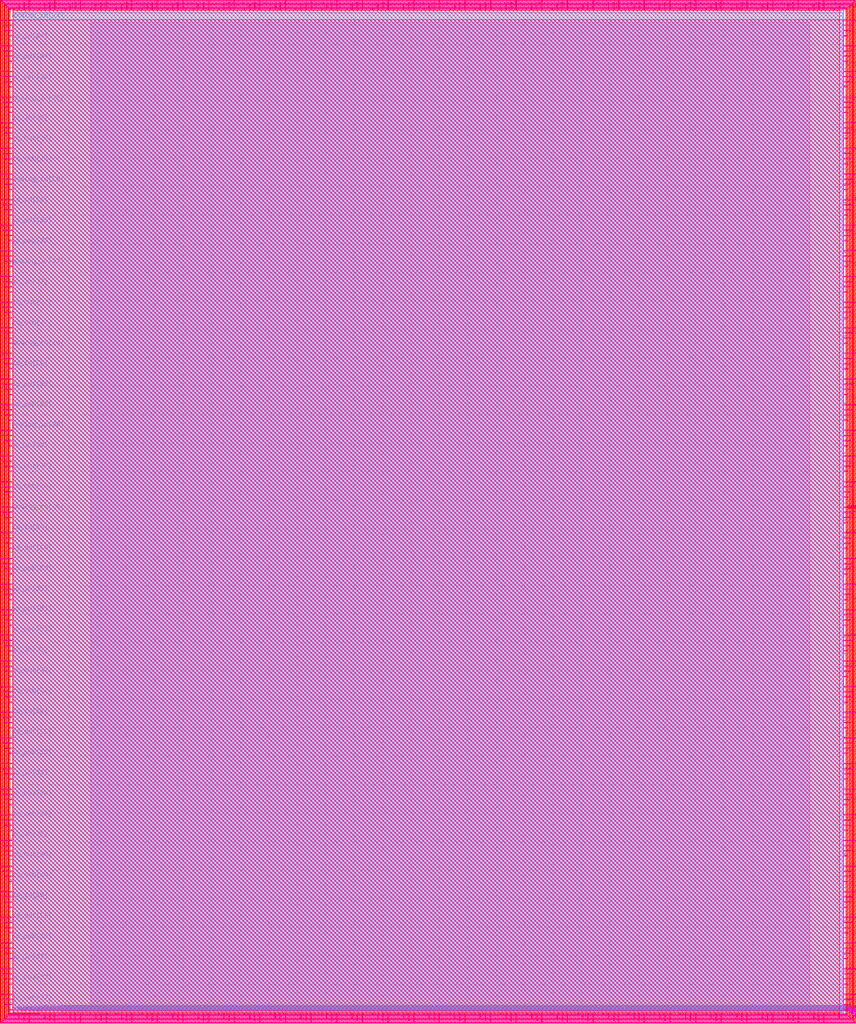
<source format=lef>
VERSION 5.7 ;
  NOWIREEXTENSIONATPIN ON ;
  DIVIDERCHAR "/" ;
  BUSBITCHARS "[]" ;
MACRO user_project_wrapper
  CLASS BLOCK ;
  FOREIGN user_project_wrapper ;
  ORIGIN 0.000 0.000 ;
  SIZE 2920.000 BY 3520.000 ;
  PIN analog_io[0]
    DIRECTION INOUT ;
    USE SIGNAL ;
    PORT
      LAYER met3 ;
        RECT 2919.700 28.980 2924.800 30.180 ;
    END
  END analog_io[0]
  PIN analog_io[10]
    DIRECTION INOUT ;
    USE SIGNAL ;
    PORT
      LAYER met3 ;
        RECT 2919.700 2374.980 2924.800 2376.180 ;
    END
  END analog_io[10]
  PIN analog_io[11]
    DIRECTION INOUT ;
    USE SIGNAL ;
    PORT
      LAYER met3 ;
        RECT 2919.700 2609.580 2924.800 2610.780 ;
    END
  END analog_io[11]
  PIN analog_io[12]
    DIRECTION INOUT ;
    USE SIGNAL ;
    PORT
      LAYER met3 ;
        RECT 2919.700 2844.180 2924.800 2845.380 ;
    END
  END analog_io[12]
  PIN analog_io[13]
    DIRECTION INOUT ;
    USE SIGNAL ;
    PORT
      LAYER met3 ;
        RECT 2919.700 3078.780 2924.800 3079.980 ;
    END
  END analog_io[13]
  PIN analog_io[14]
    DIRECTION INOUT ;
    USE SIGNAL ;
    PORT
      LAYER met3 ;
        RECT 2919.700 3313.380 2924.800 3314.580 ;
    END
  END analog_io[14]
  PIN analog_io[15]
    DIRECTION INOUT ;
    USE SIGNAL ;
    PORT
      LAYER met2 ;
        RECT 2879.090 3519.700 2879.650 3524.800 ;
    END
  END analog_io[15]
  PIN analog_io[16]
    DIRECTION INOUT ;
    USE SIGNAL ;
    PORT
      LAYER met2 ;
        RECT 2554.790 3519.700 2555.350 3524.800 ;
    END
  END analog_io[16]
  PIN analog_io[17]
    DIRECTION INOUT ;
    USE SIGNAL ;
    PORT
      LAYER met2 ;
        RECT 2230.490 3519.700 2231.050 3524.800 ;
    END
  END analog_io[17]
  PIN analog_io[18]
    DIRECTION INOUT ;
    USE SIGNAL ;
    PORT
      LAYER met2 ;
        RECT 1905.730 3519.700 1906.290 3524.800 ;
    END
  END analog_io[18]
  PIN analog_io[19]
    DIRECTION INOUT ;
    USE SIGNAL ;
    PORT
      LAYER met2 ;
        RECT 1581.430 3519.700 1581.990 3524.800 ;
    END
  END analog_io[19]
  PIN analog_io[1]
    DIRECTION INOUT ;
    USE SIGNAL ;
    PORT
      LAYER met3 ;
        RECT 2919.700 263.580 2924.800 264.780 ;
    END
  END analog_io[1]
  PIN analog_io[20]
    DIRECTION INOUT ;
    USE SIGNAL ;
    PORT
      LAYER met2 ;
        RECT 1257.130 3519.700 1257.690 3524.800 ;
    END
  END analog_io[20]
  PIN analog_io[21]
    DIRECTION INOUT ;
    USE SIGNAL ;
    PORT
      LAYER met2 ;
        RECT 932.370 3519.700 932.930 3524.800 ;
    END
  END analog_io[21]
  PIN analog_io[22]
    DIRECTION INOUT ;
    USE SIGNAL ;
    PORT
      LAYER met2 ;
        RECT 608.070 3519.700 608.630 3524.800 ;
    END
  END analog_io[22]
  PIN analog_io[23]
    DIRECTION INOUT ;
    USE SIGNAL ;
    PORT
      LAYER met2 ;
        RECT 283.770 3519.700 284.330 3524.800 ;
    END
  END analog_io[23]
  PIN analog_io[24]
    DIRECTION INOUT ;
    USE SIGNAL ;
    PORT
      LAYER met3 ;
        RECT -4.800 3482.700 0.300 3483.900 ;
    END
  END analog_io[24]
  PIN analog_io[25]
    DIRECTION INOUT ;
    USE SIGNAL ;
    PORT
      LAYER met3 ;
        RECT -4.800 3195.060 0.300 3196.260 ;
    END
  END analog_io[25]
  PIN analog_io[26]
    DIRECTION INOUT ;
    USE SIGNAL ;
    PORT
      LAYER met3 ;
        RECT -4.800 2908.100 0.300 2909.300 ;
    END
  END analog_io[26]
  PIN analog_io[27]
    DIRECTION INOUT ;
    USE SIGNAL ;
    PORT
      LAYER met3 ;
        RECT -4.800 2620.460 0.300 2621.660 ;
    END
  END analog_io[27]
  PIN analog_io[28]
    DIRECTION INOUT ;
    USE SIGNAL ;
    PORT
      LAYER met3 ;
        RECT -4.800 2333.500 0.300 2334.700 ;
    END
  END analog_io[28]
  PIN analog_io[29]
    DIRECTION INOUT ;
    USE SIGNAL ;
    PORT
      LAYER met3 ;
        RECT -4.800 2045.860 0.300 2047.060 ;
    END
  END analog_io[29]
  PIN analog_io[2]
    DIRECTION INOUT ;
    USE SIGNAL ;
    PORT
      LAYER met3 ;
        RECT 2919.700 498.180 2924.800 499.380 ;
    END
  END analog_io[2]
  PIN analog_io[30]
    DIRECTION INOUT ;
    USE SIGNAL ;
    PORT
      LAYER met3 ;
        RECT -4.800 1758.900 0.300 1760.100 ;
    END
  END analog_io[30]
  PIN analog_io[3]
    DIRECTION INOUT ;
    USE SIGNAL ;
    PORT
      LAYER met3 ;
        RECT 2919.700 732.780 2924.800 733.980 ;
    END
  END analog_io[3]
  PIN analog_io[4]
    DIRECTION INOUT ;
    USE SIGNAL ;
    PORT
      LAYER met3 ;
        RECT 2919.700 967.380 2924.800 968.580 ;
    END
  END analog_io[4]
  PIN analog_io[5]
    DIRECTION INOUT ;
    USE SIGNAL ;
    PORT
      LAYER met3 ;
        RECT 2919.700 1201.980 2924.800 1203.180 ;
    END
  END analog_io[5]
  PIN analog_io[6]
    DIRECTION INOUT ;
    USE SIGNAL ;
    PORT
      LAYER met3 ;
        RECT 2919.700 1436.580 2924.800 1437.780 ;
    END
  END analog_io[6]
  PIN analog_io[7]
    DIRECTION INOUT ;
    USE SIGNAL ;
    PORT
      LAYER met3 ;
        RECT 2919.700 1671.180 2924.800 1672.380 ;
    END
  END analog_io[7]
  PIN analog_io[8]
    DIRECTION INOUT ;
    USE SIGNAL ;
    PORT
      LAYER met3 ;
        RECT 2919.700 1905.780 2924.800 1906.980 ;
    END
  END analog_io[8]
  PIN analog_io[9]
    DIRECTION INOUT ;
    USE SIGNAL ;
    PORT
      LAYER met3 ;
        RECT 2919.700 2140.380 2924.800 2141.580 ;
    END
  END analog_io[9]
  PIN io_in[0]
    DIRECTION INPUT ;
    USE SIGNAL ;
    PORT
      LAYER met3 ;
        RECT 2919.700 87.460 2924.800 88.660 ;
    END
  END io_in[0]
  PIN io_in[10]
    DIRECTION INPUT ;
    USE SIGNAL ;
    PORT
      LAYER met3 ;
        RECT 2919.700 2433.460 2924.800 2434.660 ;
    END
  END io_in[10]
  PIN io_in[11]
    DIRECTION INPUT ;
    USE SIGNAL ;
    PORT
      LAYER met3 ;
        RECT 2919.700 2668.740 2924.800 2669.940 ;
    END
  END io_in[11]
  PIN io_in[12]
    DIRECTION INPUT ;
    USE SIGNAL ;
    PORT
      LAYER met3 ;
        RECT 2919.700 2903.340 2924.800 2904.540 ;
    END
  END io_in[12]
  PIN io_in[13]
    DIRECTION INPUT ;
    USE SIGNAL ;
    PORT
      LAYER met3 ;
        RECT 2919.700 3137.940 2924.800 3139.140 ;
    END
  END io_in[13]
  PIN io_in[14]
    DIRECTION INPUT ;
    USE SIGNAL ;
    PORT
      LAYER met3 ;
        RECT 2919.700 3372.540 2924.800 3373.740 ;
    END
  END io_in[14]
  PIN io_in[15]
    DIRECTION INPUT ;
    USE SIGNAL ;
    PORT
      LAYER met2 ;
        RECT 2798.130 3519.700 2798.690 3524.800 ;
    END
  END io_in[15]
  PIN io_in[16]
    DIRECTION INPUT ;
    USE SIGNAL ;
    PORT
      LAYER met2 ;
        RECT 2473.830 3519.700 2474.390 3524.800 ;
    END
  END io_in[16]
  PIN io_in[17]
    DIRECTION INPUT ;
    USE SIGNAL ;
    PORT
      LAYER met2 ;
        RECT 2149.070 3519.700 2149.630 3524.800 ;
    END
  END io_in[17]
  PIN io_in[18]
    DIRECTION INPUT ;
    USE SIGNAL ;
    PORT
      LAYER met2 ;
        RECT 1824.770 3519.700 1825.330 3524.800 ;
    END
  END io_in[18]
  PIN io_in[19]
    DIRECTION INPUT ;
    USE SIGNAL ;
    PORT
      LAYER met2 ;
        RECT 1500.470 3519.700 1501.030 3524.800 ;
    END
  END io_in[19]
  PIN io_in[1]
    DIRECTION INPUT ;
    USE SIGNAL ;
    PORT
      LAYER met3 ;
        RECT 2919.700 322.060 2924.800 323.260 ;
    END
  END io_in[1]
  PIN io_in[20]
    DIRECTION INPUT ;
    USE SIGNAL ;
    PORT
      LAYER met2 ;
        RECT 1175.710 3519.700 1176.270 3524.800 ;
    END
  END io_in[20]
  PIN io_in[21]
    DIRECTION INPUT ;
    USE SIGNAL ;
    PORT
      LAYER met2 ;
        RECT 851.410 3519.700 851.970 3524.800 ;
    END
  END io_in[21]
  PIN io_in[22]
    DIRECTION INPUT ;
    USE SIGNAL ;
    PORT
      LAYER met2 ;
        RECT 527.110 3519.700 527.670 3524.800 ;
    END
  END io_in[22]
  PIN io_in[23]
    DIRECTION INPUT ;
    USE SIGNAL ;
    PORT
      LAYER met2 ;
        RECT 202.350 3519.700 202.910 3524.800 ;
    END
  END io_in[23]
  PIN io_in[24]
    DIRECTION INPUT ;
    USE SIGNAL ;
    PORT
      LAYER met3 ;
        RECT -4.800 3410.620 0.300 3411.820 ;
    END
  END io_in[24]
  PIN io_in[25]
    DIRECTION INPUT ;
    USE SIGNAL ;
    PORT
      LAYER met3 ;
        RECT -4.800 3123.660 0.300 3124.860 ;
    END
  END io_in[25]
  PIN io_in[26]
    DIRECTION INPUT ;
    USE SIGNAL ;
    PORT
      LAYER met3 ;
        RECT -4.800 2836.020 0.300 2837.220 ;
    END
  END io_in[26]
  PIN io_in[27]
    DIRECTION INPUT ;
    USE SIGNAL ;
    PORT
      LAYER met3 ;
        RECT -4.800 2549.060 0.300 2550.260 ;
    END
  END io_in[27]
  PIN io_in[28]
    DIRECTION INPUT ;
    USE SIGNAL ;
    PORT
      LAYER met3 ;
        RECT -4.800 2261.420 0.300 2262.620 ;
    END
  END io_in[28]
  PIN io_in[29]
    DIRECTION INPUT ;
    USE SIGNAL ;
    PORT
      LAYER met3 ;
        RECT -4.800 1974.460 0.300 1975.660 ;
    END
  END io_in[29]
  PIN io_in[2]
    DIRECTION INPUT ;
    USE SIGNAL ;
    PORT
      LAYER met3 ;
        RECT 2919.700 556.660 2924.800 557.860 ;
    END
  END io_in[2]
  PIN io_in[30]
    DIRECTION INPUT ;
    USE SIGNAL ;
    PORT
      LAYER met3 ;
        RECT -4.800 1686.820 0.300 1688.020 ;
    END
  END io_in[30]
  PIN io_in[31]
    DIRECTION INPUT ;
    USE SIGNAL ;
    PORT
      LAYER met3 ;
        RECT -4.800 1471.260 0.300 1472.460 ;
    END
  END io_in[31]
  PIN io_in[32]
    DIRECTION INPUT ;
    USE SIGNAL ;
    PORT
      LAYER met3 ;
        RECT -4.800 1255.700 0.300 1256.900 ;
    END
  END io_in[32]
  PIN io_in[33]
    DIRECTION INPUT ;
    USE SIGNAL ;
    PORT
      LAYER met3 ;
        RECT -4.800 1040.140 0.300 1041.340 ;
    END
  END io_in[33]
  PIN io_in[34]
    DIRECTION INPUT ;
    USE SIGNAL ;
    PORT
      LAYER met3 ;
        RECT -4.800 824.580 0.300 825.780 ;
    END
  END io_in[34]
  PIN io_in[35]
    DIRECTION INPUT ;
    USE SIGNAL ;
    PORT
      LAYER met3 ;
        RECT -4.800 609.700 0.300 610.900 ;
    END
  END io_in[35]
  PIN io_in[36]
    DIRECTION INPUT ;
    USE SIGNAL ;
    PORT
      LAYER met3 ;
        RECT -4.800 394.140 0.300 395.340 ;
    END
  END io_in[36]
  PIN io_in[37]
    DIRECTION INPUT ;
    USE SIGNAL ;
    PORT
      LAYER met3 ;
        RECT -4.800 178.580 0.300 179.780 ;
    END
  END io_in[37]
  PIN io_in[3]
    DIRECTION INPUT ;
    USE SIGNAL ;
    PORT
      LAYER met3 ;
        RECT 2919.700 791.260 2924.800 792.460 ;
    END
  END io_in[3]
  PIN io_in[4]
    DIRECTION INPUT ;
    USE SIGNAL ;
    PORT
      LAYER met3 ;
        RECT 2919.700 1025.860 2924.800 1027.060 ;
    END
  END io_in[4]
  PIN io_in[5]
    DIRECTION INPUT ;
    USE SIGNAL ;
    PORT
      LAYER met3 ;
        RECT 2919.700 1260.460 2924.800 1261.660 ;
    END
  END io_in[5]
  PIN io_in[6]
    DIRECTION INPUT ;
    USE SIGNAL ;
    PORT
      LAYER met3 ;
        RECT 2919.700 1495.060 2924.800 1496.260 ;
    END
  END io_in[6]
  PIN io_in[7]
    DIRECTION INPUT ;
    USE SIGNAL ;
    PORT
      LAYER met3 ;
        RECT 2919.700 1729.660 2924.800 1730.860 ;
    END
  END io_in[7]
  PIN io_in[8]
    DIRECTION INPUT ;
    USE SIGNAL ;
    PORT
      LAYER met3 ;
        RECT 2919.700 1964.260 2924.800 1965.460 ;
    END
  END io_in[8]
  PIN io_in[9]
    DIRECTION INPUT ;
    USE SIGNAL ;
    PORT
      LAYER met3 ;
        RECT 2919.700 2198.860 2924.800 2200.060 ;
    END
  END io_in[9]
  PIN io_oeb[0]
    DIRECTION OUTPUT TRISTATE ;
    USE SIGNAL ;
    PORT
      LAYER met3 ;
        RECT 2919.700 204.420 2924.800 205.620 ;
    END
  END io_oeb[0]
  PIN io_oeb[10]
    DIRECTION OUTPUT TRISTATE ;
    USE SIGNAL ;
    PORT
      LAYER met3 ;
        RECT 2919.700 2551.100 2924.800 2552.300 ;
    END
  END io_oeb[10]
  PIN io_oeb[11]
    DIRECTION OUTPUT TRISTATE ;
    USE SIGNAL ;
    PORT
      LAYER met3 ;
        RECT 2919.700 2785.700 2924.800 2786.900 ;
    END
  END io_oeb[11]
  PIN io_oeb[12]
    DIRECTION OUTPUT TRISTATE ;
    USE SIGNAL ;
    PORT
      LAYER met3 ;
        RECT 2919.700 3020.300 2924.800 3021.500 ;
    END
  END io_oeb[12]
  PIN io_oeb[13]
    DIRECTION OUTPUT TRISTATE ;
    USE SIGNAL ;
    PORT
      LAYER met3 ;
        RECT 2919.700 3254.900 2924.800 3256.100 ;
    END
  END io_oeb[13]
  PIN io_oeb[14]
    DIRECTION OUTPUT TRISTATE ;
    USE SIGNAL ;
    PORT
      LAYER met3 ;
        RECT 2919.700 3489.500 2924.800 3490.700 ;
    END
  END io_oeb[14]
  PIN io_oeb[15]
    DIRECTION OUTPUT TRISTATE ;
    USE SIGNAL ;
    PORT
      LAYER met2 ;
        RECT 2635.750 3519.700 2636.310 3524.800 ;
    END
  END io_oeb[15]
  PIN io_oeb[16]
    DIRECTION OUTPUT TRISTATE ;
    USE SIGNAL ;
    PORT
      LAYER met2 ;
        RECT 2311.450 3519.700 2312.010 3524.800 ;
    END
  END io_oeb[16]
  PIN io_oeb[17]
    DIRECTION OUTPUT TRISTATE ;
    USE SIGNAL ;
    PORT
      LAYER met2 ;
        RECT 1987.150 3519.700 1987.710 3524.800 ;
    END
  END io_oeb[17]
  PIN io_oeb[18]
    DIRECTION OUTPUT TRISTATE ;
    USE SIGNAL ;
    PORT
      LAYER met2 ;
        RECT 1662.390 3519.700 1662.950 3524.800 ;
    END
  END io_oeb[18]
  PIN io_oeb[19]
    DIRECTION OUTPUT TRISTATE ;
    USE SIGNAL ;
    PORT
      LAYER met2 ;
        RECT 1338.090 3519.700 1338.650 3524.800 ;
    END
  END io_oeb[19]
  PIN io_oeb[1]
    DIRECTION OUTPUT TRISTATE ;
    USE SIGNAL ;
    PORT
      LAYER met3 ;
        RECT 2919.700 439.020 2924.800 440.220 ;
    END
  END io_oeb[1]
  PIN io_oeb[20]
    DIRECTION OUTPUT TRISTATE ;
    USE SIGNAL ;
    PORT
      LAYER met2 ;
        RECT 1013.790 3519.700 1014.350 3524.800 ;
    END
  END io_oeb[20]
  PIN io_oeb[21]
    DIRECTION OUTPUT TRISTATE ;
    USE SIGNAL ;
    PORT
      LAYER met2 ;
        RECT 689.030 3519.700 689.590 3524.800 ;
    END
  END io_oeb[21]
  PIN io_oeb[22]
    DIRECTION OUTPUT TRISTATE ;
    USE SIGNAL ;
    PORT
      LAYER met2 ;
        RECT 364.730 3519.700 365.290 3524.800 ;
    END
  END io_oeb[22]
  PIN io_oeb[23]
    DIRECTION OUTPUT TRISTATE ;
    USE SIGNAL ;
    PORT
      LAYER met2 ;
        RECT 40.430 3519.700 40.990 3524.800 ;
    END
  END io_oeb[23]
  PIN io_oeb[24]
    DIRECTION OUTPUT TRISTATE ;
    USE SIGNAL ;
    PORT
      LAYER met3 ;
        RECT -4.800 3267.140 0.300 3268.340 ;
    END
  END io_oeb[24]
  PIN io_oeb[25]
    DIRECTION OUTPUT TRISTATE ;
    USE SIGNAL ;
    PORT
      LAYER met3 ;
        RECT -4.800 2979.500 0.300 2980.700 ;
    END
  END io_oeb[25]
  PIN io_oeb[26]
    DIRECTION OUTPUT TRISTATE ;
    USE SIGNAL ;
    PORT
      LAYER met3 ;
        RECT -4.800 2692.540 0.300 2693.740 ;
    END
  END io_oeb[26]
  PIN io_oeb[27]
    DIRECTION OUTPUT TRISTATE ;
    USE SIGNAL ;
    PORT
      LAYER met3 ;
        RECT -4.800 2404.900 0.300 2406.100 ;
    END
  END io_oeb[27]
  PIN io_oeb[28]
    DIRECTION OUTPUT TRISTATE ;
    USE SIGNAL ;
    PORT
      LAYER met3 ;
        RECT -4.800 2117.940 0.300 2119.140 ;
    END
  END io_oeb[28]
  PIN io_oeb[29]
    DIRECTION OUTPUT TRISTATE ;
    USE SIGNAL ;
    PORT
      LAYER met3 ;
        RECT -4.800 1830.300 0.300 1831.500 ;
    END
  END io_oeb[29]
  PIN io_oeb[2]
    DIRECTION OUTPUT TRISTATE ;
    USE SIGNAL ;
    PORT
      LAYER met3 ;
        RECT 2919.700 673.620 2924.800 674.820 ;
    END
  END io_oeb[2]
  PIN io_oeb[30]
    DIRECTION OUTPUT TRISTATE ;
    USE SIGNAL ;
    PORT
      LAYER met3 ;
        RECT -4.800 1543.340 0.300 1544.540 ;
    END
  END io_oeb[30]
  PIN io_oeb[31]
    DIRECTION OUTPUT TRISTATE ;
    USE SIGNAL ;
    PORT
      LAYER met3 ;
        RECT -4.800 1327.780 0.300 1328.980 ;
    END
  END io_oeb[31]
  PIN io_oeb[32]
    DIRECTION OUTPUT TRISTATE ;
    USE SIGNAL ;
    PORT
      LAYER met3 ;
        RECT -4.800 1112.220 0.300 1113.420 ;
    END
  END io_oeb[32]
  PIN io_oeb[33]
    DIRECTION OUTPUT TRISTATE ;
    USE SIGNAL ;
    PORT
      LAYER met3 ;
        RECT -4.800 896.660 0.300 897.860 ;
    END
  END io_oeb[33]
  PIN io_oeb[34]
    DIRECTION OUTPUT TRISTATE ;
    USE SIGNAL ;
    PORT
      LAYER met3 ;
        RECT -4.800 681.100 0.300 682.300 ;
    END
  END io_oeb[34]
  PIN io_oeb[35]
    DIRECTION OUTPUT TRISTATE ;
    USE SIGNAL ;
    PORT
      LAYER met3 ;
        RECT -4.800 465.540 0.300 466.740 ;
    END
  END io_oeb[35]
  PIN io_oeb[36]
    DIRECTION OUTPUT TRISTATE ;
    USE SIGNAL ;
    PORT
      LAYER met3 ;
        RECT -4.800 249.980 0.300 251.180 ;
    END
  END io_oeb[36]
  PIN io_oeb[37]
    DIRECTION OUTPUT TRISTATE ;
    USE SIGNAL ;
    PORT
      LAYER met3 ;
        RECT -4.800 35.100 0.300 36.300 ;
    END
  END io_oeb[37]
  PIN io_oeb[3]
    DIRECTION OUTPUT TRISTATE ;
    USE SIGNAL ;
    PORT
      LAYER met3 ;
        RECT 2919.700 908.900 2924.800 910.100 ;
    END
  END io_oeb[3]
  PIN io_oeb[4]
    DIRECTION OUTPUT TRISTATE ;
    USE SIGNAL ;
    PORT
      LAYER met3 ;
        RECT 2919.700 1143.500 2924.800 1144.700 ;
    END
  END io_oeb[4]
  PIN io_oeb[5]
    DIRECTION OUTPUT TRISTATE ;
    USE SIGNAL ;
    PORT
      LAYER met3 ;
        RECT 2919.700 1378.100 2924.800 1379.300 ;
    END
  END io_oeb[5]
  PIN io_oeb[6]
    DIRECTION OUTPUT TRISTATE ;
    USE SIGNAL ;
    PORT
      LAYER met3 ;
        RECT 2919.700 1612.700 2924.800 1613.900 ;
    END
  END io_oeb[6]
  PIN io_oeb[7]
    DIRECTION OUTPUT TRISTATE ;
    USE SIGNAL ;
    PORT
      LAYER met3 ;
        RECT 2919.700 1847.300 2924.800 1848.500 ;
    END
  END io_oeb[7]
  PIN io_oeb[8]
    DIRECTION OUTPUT TRISTATE ;
    USE SIGNAL ;
    PORT
      LAYER met3 ;
        RECT 2919.700 2081.900 2924.800 2083.100 ;
    END
  END io_oeb[8]
  PIN io_oeb[9]
    DIRECTION OUTPUT TRISTATE ;
    USE SIGNAL ;
    PORT
      LAYER met3 ;
        RECT 2919.700 2316.500 2924.800 2317.700 ;
    END
  END io_oeb[9]
  PIN io_out[0]
    DIRECTION OUTPUT TRISTATE ;
    USE SIGNAL ;
    PORT
      LAYER met3 ;
        RECT 2919.700 145.940 2924.800 147.140 ;
    END
  END io_out[0]
  PIN io_out[10]
    DIRECTION OUTPUT TRISTATE ;
    USE SIGNAL ;
    PORT
      LAYER met3 ;
        RECT 2919.700 2492.620 2924.800 2493.820 ;
    END
  END io_out[10]
  PIN io_out[11]
    DIRECTION OUTPUT TRISTATE ;
    USE SIGNAL ;
    PORT
      LAYER met3 ;
        RECT 2919.700 2727.220 2924.800 2728.420 ;
    END
  END io_out[11]
  PIN io_out[12]
    DIRECTION OUTPUT TRISTATE ;
    USE SIGNAL ;
    PORT
      LAYER met3 ;
        RECT 2919.700 2961.820 2924.800 2963.020 ;
    END
  END io_out[12]
  PIN io_out[13]
    DIRECTION OUTPUT TRISTATE ;
    USE SIGNAL ;
    PORT
      LAYER met3 ;
        RECT 2919.700 3196.420 2924.800 3197.620 ;
    END
  END io_out[13]
  PIN io_out[14]
    DIRECTION OUTPUT TRISTATE ;
    USE SIGNAL ;
    PORT
      LAYER met3 ;
        RECT 2919.700 3431.020 2924.800 3432.220 ;
    END
  END io_out[14]
  PIN io_out[15]
    DIRECTION OUTPUT TRISTATE ;
    USE SIGNAL ;
    PORT
      LAYER met2 ;
        RECT 2717.170 3519.700 2717.730 3524.800 ;
    END
  END io_out[15]
  PIN io_out[16]
    DIRECTION OUTPUT TRISTATE ;
    USE SIGNAL ;
    PORT
      LAYER met2 ;
        RECT 2392.410 3519.700 2392.970 3524.800 ;
    END
  END io_out[16]
  PIN io_out[17]
    DIRECTION OUTPUT TRISTATE ;
    USE SIGNAL ;
    PORT
      LAYER met2 ;
        RECT 2068.110 3519.700 2068.670 3524.800 ;
    END
  END io_out[17]
  PIN io_out[18]
    DIRECTION OUTPUT TRISTATE ;
    USE SIGNAL ;
    PORT
      LAYER met2 ;
        RECT 1743.810 3519.700 1744.370 3524.800 ;
    END
  END io_out[18]
  PIN io_out[19]
    DIRECTION OUTPUT TRISTATE ;
    USE SIGNAL ;
    PORT
      LAYER met2 ;
        RECT 1419.050 3519.700 1419.610 3524.800 ;
    END
  END io_out[19]
  PIN io_out[1]
    DIRECTION OUTPUT TRISTATE ;
    USE SIGNAL ;
    PORT
      LAYER met3 ;
        RECT 2919.700 380.540 2924.800 381.740 ;
    END
  END io_out[1]
  PIN io_out[20]
    DIRECTION OUTPUT TRISTATE ;
    USE SIGNAL ;
    PORT
      LAYER met2 ;
        RECT 1094.750 3519.700 1095.310 3524.800 ;
    END
  END io_out[20]
  PIN io_out[21]
    DIRECTION OUTPUT TRISTATE ;
    USE SIGNAL ;
    PORT
      LAYER met2 ;
        RECT 770.450 3519.700 771.010 3524.800 ;
    END
  END io_out[21]
  PIN io_out[22]
    DIRECTION OUTPUT TRISTATE ;
    USE SIGNAL ;
    PORT
      LAYER met2 ;
        RECT 445.690 3519.700 446.250 3524.800 ;
    END
  END io_out[22]
  PIN io_out[23]
    DIRECTION OUTPUT TRISTATE ;
    USE SIGNAL ;
    PORT
      LAYER met2 ;
        RECT 121.390 3519.700 121.950 3524.800 ;
    END
  END io_out[23]
  PIN io_out[24]
    DIRECTION OUTPUT TRISTATE ;
    USE SIGNAL ;
    PORT
      LAYER met3 ;
        RECT -4.800 3339.220 0.300 3340.420 ;
    END
  END io_out[24]
  PIN io_out[25]
    DIRECTION OUTPUT TRISTATE ;
    USE SIGNAL ;
    PORT
      LAYER met3 ;
        RECT -4.800 3051.580 0.300 3052.780 ;
    END
  END io_out[25]
  PIN io_out[26]
    DIRECTION OUTPUT TRISTATE ;
    USE SIGNAL ;
    PORT
      LAYER met3 ;
        RECT -4.800 2764.620 0.300 2765.820 ;
    END
  END io_out[26]
  PIN io_out[27]
    DIRECTION OUTPUT TRISTATE ;
    USE SIGNAL ;
    PORT
      LAYER met3 ;
        RECT -4.800 2476.980 0.300 2478.180 ;
    END
  END io_out[27]
  PIN io_out[28]
    DIRECTION OUTPUT TRISTATE ;
    USE SIGNAL ;
    PORT
      LAYER met3 ;
        RECT -4.800 2189.340 0.300 2190.540 ;
    END
  END io_out[28]
  PIN io_out[29]
    DIRECTION OUTPUT TRISTATE ;
    USE SIGNAL ;
    PORT
      LAYER met3 ;
        RECT -4.800 1902.380 0.300 1903.580 ;
    END
  END io_out[29]
  PIN io_out[2]
    DIRECTION OUTPUT TRISTATE ;
    USE SIGNAL ;
    PORT
      LAYER met3 ;
        RECT 2919.700 615.140 2924.800 616.340 ;
    END
  END io_out[2]
  PIN io_out[30]
    DIRECTION OUTPUT TRISTATE ;
    USE SIGNAL ;
    PORT
      LAYER met3 ;
        RECT -4.800 1614.740 0.300 1615.940 ;
    END
  END io_out[30]
  PIN io_out[31]
    DIRECTION OUTPUT TRISTATE ;
    USE SIGNAL ;
    PORT
      LAYER met3 ;
        RECT -4.800 1399.860 0.300 1401.060 ;
    END
  END io_out[31]
  PIN io_out[32]
    DIRECTION OUTPUT TRISTATE ;
    USE SIGNAL ;
    PORT
      LAYER met3 ;
        RECT -4.800 1184.300 0.300 1185.500 ;
    END
  END io_out[32]
  PIN io_out[33]
    DIRECTION OUTPUT TRISTATE ;
    USE SIGNAL ;
    PORT
      LAYER met3 ;
        RECT -4.800 968.740 0.300 969.940 ;
    END
  END io_out[33]
  PIN io_out[34]
    DIRECTION OUTPUT TRISTATE ;
    USE SIGNAL ;
    PORT
      LAYER met3 ;
        RECT -4.800 753.180 0.300 754.380 ;
    END
  END io_out[34]
  PIN io_out[35]
    DIRECTION OUTPUT TRISTATE ;
    USE SIGNAL ;
    PORT
      LAYER met3 ;
        RECT -4.800 537.620 0.300 538.820 ;
    END
  END io_out[35]
  PIN io_out[36]
    DIRECTION OUTPUT TRISTATE ;
    USE SIGNAL ;
    PORT
      LAYER met3 ;
        RECT -4.800 322.060 0.300 323.260 ;
    END
  END io_out[36]
  PIN io_out[37]
    DIRECTION OUTPUT TRISTATE ;
    USE SIGNAL ;
    PORT
      LAYER met3 ;
        RECT -4.800 106.500 0.300 107.700 ;
    END
  END io_out[37]
  PIN io_out[3]
    DIRECTION OUTPUT TRISTATE ;
    USE SIGNAL ;
    PORT
      LAYER met3 ;
        RECT 2919.700 849.740 2924.800 850.940 ;
    END
  END io_out[3]
  PIN io_out[4]
    DIRECTION OUTPUT TRISTATE ;
    USE SIGNAL ;
    PORT
      LAYER met3 ;
        RECT 2919.700 1084.340 2924.800 1085.540 ;
    END
  END io_out[4]
  PIN io_out[5]
    DIRECTION OUTPUT TRISTATE ;
    USE SIGNAL ;
    PORT
      LAYER met3 ;
        RECT 2919.700 1318.940 2924.800 1320.140 ;
    END
  END io_out[5]
  PIN io_out[6]
    DIRECTION OUTPUT TRISTATE ;
    USE SIGNAL ;
    PORT
      LAYER met3 ;
        RECT 2919.700 1553.540 2924.800 1554.740 ;
    END
  END io_out[6]
  PIN io_out[7]
    DIRECTION OUTPUT TRISTATE ;
    USE SIGNAL ;
    PORT
      LAYER met3 ;
        RECT 2919.700 1788.820 2924.800 1790.020 ;
    END
  END io_out[7]
  PIN io_out[8]
    DIRECTION OUTPUT TRISTATE ;
    USE SIGNAL ;
    PORT
      LAYER met3 ;
        RECT 2919.700 2023.420 2924.800 2024.620 ;
    END
  END io_out[8]
  PIN io_out[9]
    DIRECTION OUTPUT TRISTATE ;
    USE SIGNAL ;
    PORT
      LAYER met3 ;
        RECT 2919.700 2258.020 2924.800 2259.220 ;
    END
  END io_out[9]
  PIN la_data_in[0]
    DIRECTION INPUT ;
    USE SIGNAL ;
    PORT
      LAYER met2 ;
        RECT 632.910 -4.800 633.470 0.300 ;
    END
  END la_data_in[0]
  PIN la_data_in[100]
    DIRECTION INPUT ;
    USE SIGNAL ;
    PORT
      LAYER met2 ;
        RECT 2417.250 -4.800 2417.810 0.300 ;
    END
  END la_data_in[100]
  PIN la_data_in[101]
    DIRECTION INPUT ;
    USE SIGNAL ;
    PORT
      LAYER met2 ;
        RECT 2434.730 -4.800 2435.290 0.300 ;
    END
  END la_data_in[101]
  PIN la_data_in[102]
    DIRECTION INPUT ;
    USE SIGNAL ;
    PORT
      LAYER met2 ;
        RECT 2452.670 -4.800 2453.230 0.300 ;
    END
  END la_data_in[102]
  PIN la_data_in[103]
    DIRECTION INPUT ;
    USE SIGNAL ;
    PORT
      LAYER met2 ;
        RECT 2470.610 -4.800 2471.170 0.300 ;
    END
  END la_data_in[103]
  PIN la_data_in[104]
    DIRECTION INPUT ;
    USE SIGNAL ;
    PORT
      LAYER met2 ;
        RECT 2488.550 -4.800 2489.110 0.300 ;
    END
  END la_data_in[104]
  PIN la_data_in[105]
    DIRECTION INPUT ;
    USE SIGNAL ;
    PORT
      LAYER met2 ;
        RECT 2506.030 -4.800 2506.590 0.300 ;
    END
  END la_data_in[105]
  PIN la_data_in[106]
    DIRECTION INPUT ;
    USE SIGNAL ;
    PORT
      LAYER met2 ;
        RECT 2523.970 -4.800 2524.530 0.300 ;
    END
  END la_data_in[106]
  PIN la_data_in[107]
    DIRECTION INPUT ;
    USE SIGNAL ;
    PORT
      LAYER met2 ;
        RECT 2541.910 -4.800 2542.470 0.300 ;
    END
  END la_data_in[107]
  PIN la_data_in[108]
    DIRECTION INPUT ;
    USE SIGNAL ;
    PORT
      LAYER met2 ;
        RECT 2559.850 -4.800 2560.410 0.300 ;
    END
  END la_data_in[108]
  PIN la_data_in[109]
    DIRECTION INPUT ;
    USE SIGNAL ;
    PORT
      LAYER met2 ;
        RECT 2577.790 -4.800 2578.350 0.300 ;
    END
  END la_data_in[109]
  PIN la_data_in[10]
    DIRECTION INPUT ;
    USE SIGNAL ;
    PORT
      LAYER met2 ;
        RECT 811.390 -4.800 811.950 0.300 ;
    END
  END la_data_in[10]
  PIN la_data_in[110]
    DIRECTION INPUT ;
    USE SIGNAL ;
    PORT
      LAYER met2 ;
        RECT 2595.270 -4.800 2595.830 0.300 ;
    END
  END la_data_in[110]
  PIN la_data_in[111]
    DIRECTION INPUT ;
    USE SIGNAL ;
    PORT
      LAYER met2 ;
        RECT 2613.210 -4.800 2613.770 0.300 ;
    END
  END la_data_in[111]
  PIN la_data_in[112]
    DIRECTION INPUT ;
    USE SIGNAL ;
    PORT
      LAYER met2 ;
        RECT 2631.150 -4.800 2631.710 0.300 ;
    END
  END la_data_in[112]
  PIN la_data_in[113]
    DIRECTION INPUT ;
    USE SIGNAL ;
    PORT
      LAYER met2 ;
        RECT 2649.090 -4.800 2649.650 0.300 ;
    END
  END la_data_in[113]
  PIN la_data_in[114]
    DIRECTION INPUT ;
    USE SIGNAL ;
    PORT
      LAYER met2 ;
        RECT 2667.030 -4.800 2667.590 0.300 ;
    END
  END la_data_in[114]
  PIN la_data_in[115]
    DIRECTION INPUT ;
    USE SIGNAL ;
    PORT
      LAYER met2 ;
        RECT 2684.510 -4.800 2685.070 0.300 ;
    END
  END la_data_in[115]
  PIN la_data_in[116]
    DIRECTION INPUT ;
    USE SIGNAL ;
    PORT
      LAYER met2 ;
        RECT 2702.450 -4.800 2703.010 0.300 ;
    END
  END la_data_in[116]
  PIN la_data_in[117]
    DIRECTION INPUT ;
    USE SIGNAL ;
    PORT
      LAYER met2 ;
        RECT 2720.390 -4.800 2720.950 0.300 ;
    END
  END la_data_in[117]
  PIN la_data_in[118]
    DIRECTION INPUT ;
    USE SIGNAL ;
    PORT
      LAYER met2 ;
        RECT 2738.330 -4.800 2738.890 0.300 ;
    END
  END la_data_in[118]
  PIN la_data_in[119]
    DIRECTION INPUT ;
    USE SIGNAL ;
    PORT
      LAYER met2 ;
        RECT 2755.810 -4.800 2756.370 0.300 ;
    END
  END la_data_in[119]
  PIN la_data_in[11]
    DIRECTION INPUT ;
    USE SIGNAL ;
    PORT
      LAYER met2 ;
        RECT 829.330 -4.800 829.890 0.300 ;
    END
  END la_data_in[11]
  PIN la_data_in[120]
    DIRECTION INPUT ;
    USE SIGNAL ;
    PORT
      LAYER met2 ;
        RECT 2773.750 -4.800 2774.310 0.300 ;
    END
  END la_data_in[120]
  PIN la_data_in[121]
    DIRECTION INPUT ;
    USE SIGNAL ;
    PORT
      LAYER met2 ;
        RECT 2791.690 -4.800 2792.250 0.300 ;
    END
  END la_data_in[121]
  PIN la_data_in[122]
    DIRECTION INPUT ;
    USE SIGNAL ;
    PORT
      LAYER met2 ;
        RECT 2809.630 -4.800 2810.190 0.300 ;
    END
  END la_data_in[122]
  PIN la_data_in[123]
    DIRECTION INPUT ;
    USE SIGNAL ;
    PORT
      LAYER met2 ;
        RECT 2827.570 -4.800 2828.130 0.300 ;
    END
  END la_data_in[123]
  PIN la_data_in[124]
    DIRECTION INPUT ;
    USE SIGNAL ;
    PORT
      LAYER met2 ;
        RECT 2845.050 -4.800 2845.610 0.300 ;
    END
  END la_data_in[124]
  PIN la_data_in[125]
    DIRECTION INPUT ;
    USE SIGNAL ;
    PORT
      LAYER met2 ;
        RECT 2862.990 -4.800 2863.550 0.300 ;
    END
  END la_data_in[125]
  PIN la_data_in[126]
    DIRECTION INPUT ;
    USE SIGNAL ;
    PORT
      LAYER met2 ;
        RECT 2880.930 -4.800 2881.490 0.300 ;
    END
  END la_data_in[126]
  PIN la_data_in[127]
    DIRECTION INPUT ;
    USE SIGNAL ;
    PORT
      LAYER met2 ;
        RECT 2898.870 -4.800 2899.430 0.300 ;
    END
  END la_data_in[127]
  PIN la_data_in[12]
    DIRECTION INPUT ;
    USE SIGNAL ;
    PORT
      LAYER met2 ;
        RECT 846.810 -4.800 847.370 0.300 ;
    END
  END la_data_in[12]
  PIN la_data_in[13]
    DIRECTION INPUT ;
    USE SIGNAL ;
    PORT
      LAYER met2 ;
        RECT 864.750 -4.800 865.310 0.300 ;
    END
  END la_data_in[13]
  PIN la_data_in[14]
    DIRECTION INPUT ;
    USE SIGNAL ;
    PORT
      LAYER met2 ;
        RECT 882.690 -4.800 883.250 0.300 ;
    END
  END la_data_in[14]
  PIN la_data_in[15]
    DIRECTION INPUT ;
    USE SIGNAL ;
    PORT
      LAYER met2 ;
        RECT 900.630 -4.800 901.190 0.300 ;
    END
  END la_data_in[15]
  PIN la_data_in[16]
    DIRECTION INPUT ;
    USE SIGNAL ;
    PORT
      LAYER met2 ;
        RECT 918.570 -4.800 919.130 0.300 ;
    END
  END la_data_in[16]
  PIN la_data_in[17]
    DIRECTION INPUT ;
    USE SIGNAL ;
    PORT
      LAYER met2 ;
        RECT 936.050 -4.800 936.610 0.300 ;
    END
  END la_data_in[17]
  PIN la_data_in[18]
    DIRECTION INPUT ;
    USE SIGNAL ;
    PORT
      LAYER met2 ;
        RECT 953.990 -4.800 954.550 0.300 ;
    END
  END la_data_in[18]
  PIN la_data_in[19]
    DIRECTION INPUT ;
    USE SIGNAL ;
    PORT
      LAYER met2 ;
        RECT 971.930 -4.800 972.490 0.300 ;
    END
  END la_data_in[19]
  PIN la_data_in[1]
    DIRECTION INPUT ;
    USE SIGNAL ;
    PORT
      LAYER met2 ;
        RECT 650.850 -4.800 651.410 0.300 ;
    END
  END la_data_in[1]
  PIN la_data_in[20]
    DIRECTION INPUT ;
    USE SIGNAL ;
    PORT
      LAYER met2 ;
        RECT 989.870 -4.800 990.430 0.300 ;
    END
  END la_data_in[20]
  PIN la_data_in[21]
    DIRECTION INPUT ;
    USE SIGNAL ;
    PORT
      LAYER met2 ;
        RECT 1007.350 -4.800 1007.910 0.300 ;
    END
  END la_data_in[21]
  PIN la_data_in[22]
    DIRECTION INPUT ;
    USE SIGNAL ;
    PORT
      LAYER met2 ;
        RECT 1025.290 -4.800 1025.850 0.300 ;
    END
  END la_data_in[22]
  PIN la_data_in[23]
    DIRECTION INPUT ;
    USE SIGNAL ;
    PORT
      LAYER met2 ;
        RECT 1043.230 -4.800 1043.790 0.300 ;
    END
  END la_data_in[23]
  PIN la_data_in[24]
    DIRECTION INPUT ;
    USE SIGNAL ;
    PORT
      LAYER met2 ;
        RECT 1061.170 -4.800 1061.730 0.300 ;
    END
  END la_data_in[24]
  PIN la_data_in[25]
    DIRECTION INPUT ;
    USE SIGNAL ;
    PORT
      LAYER met2 ;
        RECT 1079.110 -4.800 1079.670 0.300 ;
    END
  END la_data_in[25]
  PIN la_data_in[26]
    DIRECTION INPUT ;
    USE SIGNAL ;
    PORT
      LAYER met2 ;
        RECT 1096.590 -4.800 1097.150 0.300 ;
    END
  END la_data_in[26]
  PIN la_data_in[27]
    DIRECTION INPUT ;
    USE SIGNAL ;
    PORT
      LAYER met2 ;
        RECT 1114.530 -4.800 1115.090 0.300 ;
    END
  END la_data_in[27]
  PIN la_data_in[28]
    DIRECTION INPUT ;
    USE SIGNAL ;
    PORT
      LAYER met2 ;
        RECT 1132.470 -4.800 1133.030 0.300 ;
    END
  END la_data_in[28]
  PIN la_data_in[29]
    DIRECTION INPUT ;
    USE SIGNAL ;
    PORT
      LAYER met2 ;
        RECT 1150.410 -4.800 1150.970 0.300 ;
    END
  END la_data_in[29]
  PIN la_data_in[2]
    DIRECTION INPUT ;
    USE SIGNAL ;
    PORT
      LAYER met2 ;
        RECT 668.790 -4.800 669.350 0.300 ;
    END
  END la_data_in[2]
  PIN la_data_in[30]
    DIRECTION INPUT ;
    USE SIGNAL ;
    PORT
      LAYER met2 ;
        RECT 1168.350 -4.800 1168.910 0.300 ;
    END
  END la_data_in[30]
  PIN la_data_in[31]
    DIRECTION INPUT ;
    USE SIGNAL ;
    PORT
      LAYER met2 ;
        RECT 1185.830 -4.800 1186.390 0.300 ;
    END
  END la_data_in[31]
  PIN la_data_in[32]
    DIRECTION INPUT ;
    USE SIGNAL ;
    PORT
      LAYER met2 ;
        RECT 1203.770 -4.800 1204.330 0.300 ;
    END
  END la_data_in[32]
  PIN la_data_in[33]
    DIRECTION INPUT ;
    USE SIGNAL ;
    PORT
      LAYER met2 ;
        RECT 1221.710 -4.800 1222.270 0.300 ;
    END
  END la_data_in[33]
  PIN la_data_in[34]
    DIRECTION INPUT ;
    USE SIGNAL ;
    PORT
      LAYER met2 ;
        RECT 1239.650 -4.800 1240.210 0.300 ;
    END
  END la_data_in[34]
  PIN la_data_in[35]
    DIRECTION INPUT ;
    USE SIGNAL ;
    PORT
      LAYER met2 ;
        RECT 1257.130 -4.800 1257.690 0.300 ;
    END
  END la_data_in[35]
  PIN la_data_in[36]
    DIRECTION INPUT ;
    USE SIGNAL ;
    PORT
      LAYER met2 ;
        RECT 1275.070 -4.800 1275.630 0.300 ;
    END
  END la_data_in[36]
  PIN la_data_in[37]
    DIRECTION INPUT ;
    USE SIGNAL ;
    PORT
      LAYER met2 ;
        RECT 1293.010 -4.800 1293.570 0.300 ;
    END
  END la_data_in[37]
  PIN la_data_in[38]
    DIRECTION INPUT ;
    USE SIGNAL ;
    PORT
      LAYER met2 ;
        RECT 1310.950 -4.800 1311.510 0.300 ;
    END
  END la_data_in[38]
  PIN la_data_in[39]
    DIRECTION INPUT ;
    USE SIGNAL ;
    PORT
      LAYER met2 ;
        RECT 1328.890 -4.800 1329.450 0.300 ;
    END
  END la_data_in[39]
  PIN la_data_in[3]
    DIRECTION INPUT ;
    USE SIGNAL ;
    PORT
      LAYER met2 ;
        RECT 686.270 -4.800 686.830 0.300 ;
    END
  END la_data_in[3]
  PIN la_data_in[40]
    DIRECTION INPUT ;
    USE SIGNAL ;
    PORT
      LAYER met2 ;
        RECT 1346.370 -4.800 1346.930 0.300 ;
    END
  END la_data_in[40]
  PIN la_data_in[41]
    DIRECTION INPUT ;
    USE SIGNAL ;
    PORT
      LAYER met2 ;
        RECT 1364.310 -4.800 1364.870 0.300 ;
    END
  END la_data_in[41]
  PIN la_data_in[42]
    DIRECTION INPUT ;
    USE SIGNAL ;
    PORT
      LAYER met2 ;
        RECT 1382.250 -4.800 1382.810 0.300 ;
    END
  END la_data_in[42]
  PIN la_data_in[43]
    DIRECTION INPUT ;
    USE SIGNAL ;
    PORT
      LAYER met2 ;
        RECT 1400.190 -4.800 1400.750 0.300 ;
    END
  END la_data_in[43]
  PIN la_data_in[44]
    DIRECTION INPUT ;
    USE SIGNAL ;
    PORT
      LAYER met2 ;
        RECT 1418.130 -4.800 1418.690 0.300 ;
    END
  END la_data_in[44]
  PIN la_data_in[45]
    DIRECTION INPUT ;
    USE SIGNAL ;
    PORT
      LAYER met2 ;
        RECT 1435.610 -4.800 1436.170 0.300 ;
    END
  END la_data_in[45]
  PIN la_data_in[46]
    DIRECTION INPUT ;
    USE SIGNAL ;
    PORT
      LAYER met2 ;
        RECT 1453.550 -4.800 1454.110 0.300 ;
    END
  END la_data_in[46]
  PIN la_data_in[47]
    DIRECTION INPUT ;
    USE SIGNAL ;
    PORT
      LAYER met2 ;
        RECT 1471.490 -4.800 1472.050 0.300 ;
    END
  END la_data_in[47]
  PIN la_data_in[48]
    DIRECTION INPUT ;
    USE SIGNAL ;
    PORT
      LAYER met2 ;
        RECT 1489.430 -4.800 1489.990 0.300 ;
    END
  END la_data_in[48]
  PIN la_data_in[49]
    DIRECTION INPUT ;
    USE SIGNAL ;
    PORT
      LAYER met2 ;
        RECT 1506.910 -4.800 1507.470 0.300 ;
    END
  END la_data_in[49]
  PIN la_data_in[4]
    DIRECTION INPUT ;
    USE SIGNAL ;
    PORT
      LAYER met2 ;
        RECT 704.210 -4.800 704.770 0.300 ;
    END
  END la_data_in[4]
  PIN la_data_in[50]
    DIRECTION INPUT ;
    USE SIGNAL ;
    PORT
      LAYER met2 ;
        RECT 1524.850 -4.800 1525.410 0.300 ;
    END
  END la_data_in[50]
  PIN la_data_in[51]
    DIRECTION INPUT ;
    USE SIGNAL ;
    PORT
      LAYER met2 ;
        RECT 1542.790 -4.800 1543.350 0.300 ;
    END
  END la_data_in[51]
  PIN la_data_in[52]
    DIRECTION INPUT ;
    USE SIGNAL ;
    PORT
      LAYER met2 ;
        RECT 1560.730 -4.800 1561.290 0.300 ;
    END
  END la_data_in[52]
  PIN la_data_in[53]
    DIRECTION INPUT ;
    USE SIGNAL ;
    PORT
      LAYER met2 ;
        RECT 1578.670 -4.800 1579.230 0.300 ;
    END
  END la_data_in[53]
  PIN la_data_in[54]
    DIRECTION INPUT ;
    USE SIGNAL ;
    PORT
      LAYER met2 ;
        RECT 1596.150 -4.800 1596.710 0.300 ;
    END
  END la_data_in[54]
  PIN la_data_in[55]
    DIRECTION INPUT ;
    USE SIGNAL ;
    PORT
      LAYER met2 ;
        RECT 1614.090 -4.800 1614.650 0.300 ;
    END
  END la_data_in[55]
  PIN la_data_in[56]
    DIRECTION INPUT ;
    USE SIGNAL ;
    PORT
      LAYER met2 ;
        RECT 1632.030 -4.800 1632.590 0.300 ;
    END
  END la_data_in[56]
  PIN la_data_in[57]
    DIRECTION INPUT ;
    USE SIGNAL ;
    PORT
      LAYER met2 ;
        RECT 1649.970 -4.800 1650.530 0.300 ;
    END
  END la_data_in[57]
  PIN la_data_in[58]
    DIRECTION INPUT ;
    USE SIGNAL ;
    PORT
      LAYER met2 ;
        RECT 1667.910 -4.800 1668.470 0.300 ;
    END
  END la_data_in[58]
  PIN la_data_in[59]
    DIRECTION INPUT ;
    USE SIGNAL ;
    PORT
      LAYER met2 ;
        RECT 1685.390 -4.800 1685.950 0.300 ;
    END
  END la_data_in[59]
  PIN la_data_in[5]
    DIRECTION INPUT ;
    USE SIGNAL ;
    PORT
      LAYER met2 ;
        RECT 722.150 -4.800 722.710 0.300 ;
    END
  END la_data_in[5]
  PIN la_data_in[60]
    DIRECTION INPUT ;
    USE SIGNAL ;
    PORT
      LAYER met2 ;
        RECT 1703.330 -4.800 1703.890 0.300 ;
    END
  END la_data_in[60]
  PIN la_data_in[61]
    DIRECTION INPUT ;
    USE SIGNAL ;
    PORT
      LAYER met2 ;
        RECT 1721.270 -4.800 1721.830 0.300 ;
    END
  END la_data_in[61]
  PIN la_data_in[62]
    DIRECTION INPUT ;
    USE SIGNAL ;
    PORT
      LAYER met2 ;
        RECT 1739.210 -4.800 1739.770 0.300 ;
    END
  END la_data_in[62]
  PIN la_data_in[63]
    DIRECTION INPUT ;
    USE SIGNAL ;
    PORT
      LAYER met2 ;
        RECT 1756.690 -4.800 1757.250 0.300 ;
    END
  END la_data_in[63]
  PIN la_data_in[64]
    DIRECTION INPUT ;
    USE SIGNAL ;
    PORT
      LAYER met2 ;
        RECT 1774.630 -4.800 1775.190 0.300 ;
    END
  END la_data_in[64]
  PIN la_data_in[65]
    DIRECTION INPUT ;
    USE SIGNAL ;
    PORT
      LAYER met2 ;
        RECT 1792.570 -4.800 1793.130 0.300 ;
    END
  END la_data_in[65]
  PIN la_data_in[66]
    DIRECTION INPUT ;
    USE SIGNAL ;
    PORT
      LAYER met2 ;
        RECT 1810.510 -4.800 1811.070 0.300 ;
    END
  END la_data_in[66]
  PIN la_data_in[67]
    DIRECTION INPUT ;
    USE SIGNAL ;
    PORT
      LAYER met2 ;
        RECT 1828.450 -4.800 1829.010 0.300 ;
    END
  END la_data_in[67]
  PIN la_data_in[68]
    DIRECTION INPUT ;
    USE SIGNAL ;
    PORT
      LAYER met2 ;
        RECT 1845.930 -4.800 1846.490 0.300 ;
    END
  END la_data_in[68]
  PIN la_data_in[69]
    DIRECTION INPUT ;
    USE SIGNAL ;
    PORT
      LAYER met2 ;
        RECT 1863.870 -4.800 1864.430 0.300 ;
    END
  END la_data_in[69]
  PIN la_data_in[6]
    DIRECTION INPUT ;
    USE SIGNAL ;
    PORT
      LAYER met2 ;
        RECT 740.090 -4.800 740.650 0.300 ;
    END
  END la_data_in[6]
  PIN la_data_in[70]
    DIRECTION INPUT ;
    USE SIGNAL ;
    PORT
      LAYER met2 ;
        RECT 1881.810 -4.800 1882.370 0.300 ;
    END
  END la_data_in[70]
  PIN la_data_in[71]
    DIRECTION INPUT ;
    USE SIGNAL ;
    PORT
      LAYER met2 ;
        RECT 1899.750 -4.800 1900.310 0.300 ;
    END
  END la_data_in[71]
  PIN la_data_in[72]
    DIRECTION INPUT ;
    USE SIGNAL ;
    PORT
      LAYER met2 ;
        RECT 1917.690 -4.800 1918.250 0.300 ;
    END
  END la_data_in[72]
  PIN la_data_in[73]
    DIRECTION INPUT ;
    USE SIGNAL ;
    PORT
      LAYER met2 ;
        RECT 1935.170 -4.800 1935.730 0.300 ;
    END
  END la_data_in[73]
  PIN la_data_in[74]
    DIRECTION INPUT ;
    USE SIGNAL ;
    PORT
      LAYER met2 ;
        RECT 1953.110 -4.800 1953.670 0.300 ;
    END
  END la_data_in[74]
  PIN la_data_in[75]
    DIRECTION INPUT ;
    USE SIGNAL ;
    PORT
      LAYER met2 ;
        RECT 1971.050 -4.800 1971.610 0.300 ;
    END
  END la_data_in[75]
  PIN la_data_in[76]
    DIRECTION INPUT ;
    USE SIGNAL ;
    PORT
      LAYER met2 ;
        RECT 1988.990 -4.800 1989.550 0.300 ;
    END
  END la_data_in[76]
  PIN la_data_in[77]
    DIRECTION INPUT ;
    USE SIGNAL ;
    PORT
      LAYER met2 ;
        RECT 2006.470 -4.800 2007.030 0.300 ;
    END
  END la_data_in[77]
  PIN la_data_in[78]
    DIRECTION INPUT ;
    USE SIGNAL ;
    PORT
      LAYER met2 ;
        RECT 2024.410 -4.800 2024.970 0.300 ;
    END
  END la_data_in[78]
  PIN la_data_in[79]
    DIRECTION INPUT ;
    USE SIGNAL ;
    PORT
      LAYER met2 ;
        RECT 2042.350 -4.800 2042.910 0.300 ;
    END
  END la_data_in[79]
  PIN la_data_in[7]
    DIRECTION INPUT ;
    USE SIGNAL ;
    PORT
      LAYER met2 ;
        RECT 757.570 -4.800 758.130 0.300 ;
    END
  END la_data_in[7]
  PIN la_data_in[80]
    DIRECTION INPUT ;
    USE SIGNAL ;
    PORT
      LAYER met2 ;
        RECT 2060.290 -4.800 2060.850 0.300 ;
    END
  END la_data_in[80]
  PIN la_data_in[81]
    DIRECTION INPUT ;
    USE SIGNAL ;
    PORT
      LAYER met2 ;
        RECT 2078.230 -4.800 2078.790 0.300 ;
    END
  END la_data_in[81]
  PIN la_data_in[82]
    DIRECTION INPUT ;
    USE SIGNAL ;
    PORT
      LAYER met2 ;
        RECT 2095.710 -4.800 2096.270 0.300 ;
    END
  END la_data_in[82]
  PIN la_data_in[83]
    DIRECTION INPUT ;
    USE SIGNAL ;
    PORT
      LAYER met2 ;
        RECT 2113.650 -4.800 2114.210 0.300 ;
    END
  END la_data_in[83]
  PIN la_data_in[84]
    DIRECTION INPUT ;
    USE SIGNAL ;
    PORT
      LAYER met2 ;
        RECT 2131.590 -4.800 2132.150 0.300 ;
    END
  END la_data_in[84]
  PIN la_data_in[85]
    DIRECTION INPUT ;
    USE SIGNAL ;
    PORT
      LAYER met2 ;
        RECT 2149.530 -4.800 2150.090 0.300 ;
    END
  END la_data_in[85]
  PIN la_data_in[86]
    DIRECTION INPUT ;
    USE SIGNAL ;
    PORT
      LAYER met2 ;
        RECT 2167.470 -4.800 2168.030 0.300 ;
    END
  END la_data_in[86]
  PIN la_data_in[87]
    DIRECTION INPUT ;
    USE SIGNAL ;
    PORT
      LAYER met2 ;
        RECT 2184.950 -4.800 2185.510 0.300 ;
    END
  END la_data_in[87]
  PIN la_data_in[88]
    DIRECTION INPUT ;
    USE SIGNAL ;
    PORT
      LAYER met2 ;
        RECT 2202.890 -4.800 2203.450 0.300 ;
    END
  END la_data_in[88]
  PIN la_data_in[89]
    DIRECTION INPUT ;
    USE SIGNAL ;
    PORT
      LAYER met2 ;
        RECT 2220.830 -4.800 2221.390 0.300 ;
    END
  END la_data_in[89]
  PIN la_data_in[8]
    DIRECTION INPUT ;
    USE SIGNAL ;
    PORT
      LAYER met2 ;
        RECT 775.510 -4.800 776.070 0.300 ;
    END
  END la_data_in[8]
  PIN la_data_in[90]
    DIRECTION INPUT ;
    USE SIGNAL ;
    PORT
      LAYER met2 ;
        RECT 2238.770 -4.800 2239.330 0.300 ;
    END
  END la_data_in[90]
  PIN la_data_in[91]
    DIRECTION INPUT ;
    USE SIGNAL ;
    PORT
      LAYER met2 ;
        RECT 2256.250 -4.800 2256.810 0.300 ;
    END
  END la_data_in[91]
  PIN la_data_in[92]
    DIRECTION INPUT ;
    USE SIGNAL ;
    PORT
      LAYER met2 ;
        RECT 2274.190 -4.800 2274.750 0.300 ;
    END
  END la_data_in[92]
  PIN la_data_in[93]
    DIRECTION INPUT ;
    USE SIGNAL ;
    PORT
      LAYER met2 ;
        RECT 2292.130 -4.800 2292.690 0.300 ;
    END
  END la_data_in[93]
  PIN la_data_in[94]
    DIRECTION INPUT ;
    USE SIGNAL ;
    PORT
      LAYER met2 ;
        RECT 2310.070 -4.800 2310.630 0.300 ;
    END
  END la_data_in[94]
  PIN la_data_in[95]
    DIRECTION INPUT ;
    USE SIGNAL ;
    PORT
      LAYER met2 ;
        RECT 2328.010 -4.800 2328.570 0.300 ;
    END
  END la_data_in[95]
  PIN la_data_in[96]
    DIRECTION INPUT ;
    USE SIGNAL ;
    PORT
      LAYER met2 ;
        RECT 2345.490 -4.800 2346.050 0.300 ;
    END
  END la_data_in[96]
  PIN la_data_in[97]
    DIRECTION INPUT ;
    USE SIGNAL ;
    PORT
      LAYER met2 ;
        RECT 2363.430 -4.800 2363.990 0.300 ;
    END
  END la_data_in[97]
  PIN la_data_in[98]
    DIRECTION INPUT ;
    USE SIGNAL ;
    PORT
      LAYER met2 ;
        RECT 2381.370 -4.800 2381.930 0.300 ;
    END
  END la_data_in[98]
  PIN la_data_in[99]
    DIRECTION INPUT ;
    USE SIGNAL ;
    PORT
      LAYER met2 ;
        RECT 2399.310 -4.800 2399.870 0.300 ;
    END
  END la_data_in[99]
  PIN la_data_in[9]
    DIRECTION INPUT ;
    USE SIGNAL ;
    PORT
      LAYER met2 ;
        RECT 793.450 -4.800 794.010 0.300 ;
    END
  END la_data_in[9]
  PIN la_data_out[0]
    DIRECTION OUTPUT TRISTATE ;
    USE SIGNAL ;
    PORT
      LAYER met2 ;
        RECT 638.890 -4.800 639.450 0.300 ;
    END
  END la_data_out[0]
  PIN la_data_out[100]
    DIRECTION OUTPUT TRISTATE ;
    USE SIGNAL ;
    PORT
      LAYER met2 ;
        RECT 2422.770 -4.800 2423.330 0.300 ;
    END
  END la_data_out[100]
  PIN la_data_out[101]
    DIRECTION OUTPUT TRISTATE ;
    USE SIGNAL ;
    PORT
      LAYER met2 ;
        RECT 2440.710 -4.800 2441.270 0.300 ;
    END
  END la_data_out[101]
  PIN la_data_out[102]
    DIRECTION OUTPUT TRISTATE ;
    USE SIGNAL ;
    PORT
      LAYER met2 ;
        RECT 2458.650 -4.800 2459.210 0.300 ;
    END
  END la_data_out[102]
  PIN la_data_out[103]
    DIRECTION OUTPUT TRISTATE ;
    USE SIGNAL ;
    PORT
      LAYER met2 ;
        RECT 2476.590 -4.800 2477.150 0.300 ;
    END
  END la_data_out[103]
  PIN la_data_out[104]
    DIRECTION OUTPUT TRISTATE ;
    USE SIGNAL ;
    PORT
      LAYER met2 ;
        RECT 2494.530 -4.800 2495.090 0.300 ;
    END
  END la_data_out[104]
  PIN la_data_out[105]
    DIRECTION OUTPUT TRISTATE ;
    USE SIGNAL ;
    PORT
      LAYER met2 ;
        RECT 2512.010 -4.800 2512.570 0.300 ;
    END
  END la_data_out[105]
  PIN la_data_out[106]
    DIRECTION OUTPUT TRISTATE ;
    USE SIGNAL ;
    PORT
      LAYER met2 ;
        RECT 2529.950 -4.800 2530.510 0.300 ;
    END
  END la_data_out[106]
  PIN la_data_out[107]
    DIRECTION OUTPUT TRISTATE ;
    USE SIGNAL ;
    PORT
      LAYER met2 ;
        RECT 2547.890 -4.800 2548.450 0.300 ;
    END
  END la_data_out[107]
  PIN la_data_out[108]
    DIRECTION OUTPUT TRISTATE ;
    USE SIGNAL ;
    PORT
      LAYER met2 ;
        RECT 2565.830 -4.800 2566.390 0.300 ;
    END
  END la_data_out[108]
  PIN la_data_out[109]
    DIRECTION OUTPUT TRISTATE ;
    USE SIGNAL ;
    PORT
      LAYER met2 ;
        RECT 2583.770 -4.800 2584.330 0.300 ;
    END
  END la_data_out[109]
  PIN la_data_out[10]
    DIRECTION OUTPUT TRISTATE ;
    USE SIGNAL ;
    PORT
      LAYER met2 ;
        RECT 817.370 -4.800 817.930 0.300 ;
    END
  END la_data_out[10]
  PIN la_data_out[110]
    DIRECTION OUTPUT TRISTATE ;
    USE SIGNAL ;
    PORT
      LAYER met2 ;
        RECT 2601.250 -4.800 2601.810 0.300 ;
    END
  END la_data_out[110]
  PIN la_data_out[111]
    DIRECTION OUTPUT TRISTATE ;
    USE SIGNAL ;
    PORT
      LAYER met2 ;
        RECT 2619.190 -4.800 2619.750 0.300 ;
    END
  END la_data_out[111]
  PIN la_data_out[112]
    DIRECTION OUTPUT TRISTATE ;
    USE SIGNAL ;
    PORT
      LAYER met2 ;
        RECT 2637.130 -4.800 2637.690 0.300 ;
    END
  END la_data_out[112]
  PIN la_data_out[113]
    DIRECTION OUTPUT TRISTATE ;
    USE SIGNAL ;
    PORT
      LAYER met2 ;
        RECT 2655.070 -4.800 2655.630 0.300 ;
    END
  END la_data_out[113]
  PIN la_data_out[114]
    DIRECTION OUTPUT TRISTATE ;
    USE SIGNAL ;
    PORT
      LAYER met2 ;
        RECT 2672.550 -4.800 2673.110 0.300 ;
    END
  END la_data_out[114]
  PIN la_data_out[115]
    DIRECTION OUTPUT TRISTATE ;
    USE SIGNAL ;
    PORT
      LAYER met2 ;
        RECT 2690.490 -4.800 2691.050 0.300 ;
    END
  END la_data_out[115]
  PIN la_data_out[116]
    DIRECTION OUTPUT TRISTATE ;
    USE SIGNAL ;
    PORT
      LAYER met2 ;
        RECT 2708.430 -4.800 2708.990 0.300 ;
    END
  END la_data_out[116]
  PIN la_data_out[117]
    DIRECTION OUTPUT TRISTATE ;
    USE SIGNAL ;
    PORT
      LAYER met2 ;
        RECT 2726.370 -4.800 2726.930 0.300 ;
    END
  END la_data_out[117]
  PIN la_data_out[118]
    DIRECTION OUTPUT TRISTATE ;
    USE SIGNAL ;
    PORT
      LAYER met2 ;
        RECT 2744.310 -4.800 2744.870 0.300 ;
    END
  END la_data_out[118]
  PIN la_data_out[119]
    DIRECTION OUTPUT TRISTATE ;
    USE SIGNAL ;
    PORT
      LAYER met2 ;
        RECT 2761.790 -4.800 2762.350 0.300 ;
    END
  END la_data_out[119]
  PIN la_data_out[11]
    DIRECTION OUTPUT TRISTATE ;
    USE SIGNAL ;
    PORT
      LAYER met2 ;
        RECT 835.310 -4.800 835.870 0.300 ;
    END
  END la_data_out[11]
  PIN la_data_out[120]
    DIRECTION OUTPUT TRISTATE ;
    USE SIGNAL ;
    PORT
      LAYER met2 ;
        RECT 2779.730 -4.800 2780.290 0.300 ;
    END
  END la_data_out[120]
  PIN la_data_out[121]
    DIRECTION OUTPUT TRISTATE ;
    USE SIGNAL ;
    PORT
      LAYER met2 ;
        RECT 2797.670 -4.800 2798.230 0.300 ;
    END
  END la_data_out[121]
  PIN la_data_out[122]
    DIRECTION OUTPUT TRISTATE ;
    USE SIGNAL ;
    PORT
      LAYER met2 ;
        RECT 2815.610 -4.800 2816.170 0.300 ;
    END
  END la_data_out[122]
  PIN la_data_out[123]
    DIRECTION OUTPUT TRISTATE ;
    USE SIGNAL ;
    PORT
      LAYER met2 ;
        RECT 2833.550 -4.800 2834.110 0.300 ;
    END
  END la_data_out[123]
  PIN la_data_out[124]
    DIRECTION OUTPUT TRISTATE ;
    USE SIGNAL ;
    PORT
      LAYER met2 ;
        RECT 2851.030 -4.800 2851.590 0.300 ;
    END
  END la_data_out[124]
  PIN la_data_out[125]
    DIRECTION OUTPUT TRISTATE ;
    USE SIGNAL ;
    PORT
      LAYER met2 ;
        RECT 2868.970 -4.800 2869.530 0.300 ;
    END
  END la_data_out[125]
  PIN la_data_out[126]
    DIRECTION OUTPUT TRISTATE ;
    USE SIGNAL ;
    PORT
      LAYER met2 ;
        RECT 2886.910 -4.800 2887.470 0.300 ;
    END
  END la_data_out[126]
  PIN la_data_out[127]
    DIRECTION OUTPUT TRISTATE ;
    USE SIGNAL ;
    PORT
      LAYER met2 ;
        RECT 2904.850 -4.800 2905.410 0.300 ;
    END
  END la_data_out[127]
  PIN la_data_out[12]
    DIRECTION OUTPUT TRISTATE ;
    USE SIGNAL ;
    PORT
      LAYER met2 ;
        RECT 852.790 -4.800 853.350 0.300 ;
    END
  END la_data_out[12]
  PIN la_data_out[13]
    DIRECTION OUTPUT TRISTATE ;
    USE SIGNAL ;
    PORT
      LAYER met2 ;
        RECT 870.730 -4.800 871.290 0.300 ;
    END
  END la_data_out[13]
  PIN la_data_out[14]
    DIRECTION OUTPUT TRISTATE ;
    USE SIGNAL ;
    PORT
      LAYER met2 ;
        RECT 888.670 -4.800 889.230 0.300 ;
    END
  END la_data_out[14]
  PIN la_data_out[15]
    DIRECTION OUTPUT TRISTATE ;
    USE SIGNAL ;
    PORT
      LAYER met2 ;
        RECT 906.610 -4.800 907.170 0.300 ;
    END
  END la_data_out[15]
  PIN la_data_out[16]
    DIRECTION OUTPUT TRISTATE ;
    USE SIGNAL ;
    PORT
      LAYER met2 ;
        RECT 924.090 -4.800 924.650 0.300 ;
    END
  END la_data_out[16]
  PIN la_data_out[17]
    DIRECTION OUTPUT TRISTATE ;
    USE SIGNAL ;
    PORT
      LAYER met2 ;
        RECT 942.030 -4.800 942.590 0.300 ;
    END
  END la_data_out[17]
  PIN la_data_out[18]
    DIRECTION OUTPUT TRISTATE ;
    USE SIGNAL ;
    PORT
      LAYER met2 ;
        RECT 959.970 -4.800 960.530 0.300 ;
    END
  END la_data_out[18]
  PIN la_data_out[19]
    DIRECTION OUTPUT TRISTATE ;
    USE SIGNAL ;
    PORT
      LAYER met2 ;
        RECT 977.910 -4.800 978.470 0.300 ;
    END
  END la_data_out[19]
  PIN la_data_out[1]
    DIRECTION OUTPUT TRISTATE ;
    USE SIGNAL ;
    PORT
      LAYER met2 ;
        RECT 656.830 -4.800 657.390 0.300 ;
    END
  END la_data_out[1]
  PIN la_data_out[20]
    DIRECTION OUTPUT TRISTATE ;
    USE SIGNAL ;
    PORT
      LAYER met2 ;
        RECT 995.850 -4.800 996.410 0.300 ;
    END
  END la_data_out[20]
  PIN la_data_out[21]
    DIRECTION OUTPUT TRISTATE ;
    USE SIGNAL ;
    PORT
      LAYER met2 ;
        RECT 1013.330 -4.800 1013.890 0.300 ;
    END
  END la_data_out[21]
  PIN la_data_out[22]
    DIRECTION OUTPUT TRISTATE ;
    USE SIGNAL ;
    PORT
      LAYER met2 ;
        RECT 1031.270 -4.800 1031.830 0.300 ;
    END
  END la_data_out[22]
  PIN la_data_out[23]
    DIRECTION OUTPUT TRISTATE ;
    USE SIGNAL ;
    PORT
      LAYER met2 ;
        RECT 1049.210 -4.800 1049.770 0.300 ;
    END
  END la_data_out[23]
  PIN la_data_out[24]
    DIRECTION OUTPUT TRISTATE ;
    USE SIGNAL ;
    PORT
      LAYER met2 ;
        RECT 1067.150 -4.800 1067.710 0.300 ;
    END
  END la_data_out[24]
  PIN la_data_out[25]
    DIRECTION OUTPUT TRISTATE ;
    USE SIGNAL ;
    PORT
      LAYER met2 ;
        RECT 1085.090 -4.800 1085.650 0.300 ;
    END
  END la_data_out[25]
  PIN la_data_out[26]
    DIRECTION OUTPUT TRISTATE ;
    USE SIGNAL ;
    PORT
      LAYER met2 ;
        RECT 1102.570 -4.800 1103.130 0.300 ;
    END
  END la_data_out[26]
  PIN la_data_out[27]
    DIRECTION OUTPUT TRISTATE ;
    USE SIGNAL ;
    PORT
      LAYER met2 ;
        RECT 1120.510 -4.800 1121.070 0.300 ;
    END
  END la_data_out[27]
  PIN la_data_out[28]
    DIRECTION OUTPUT TRISTATE ;
    USE SIGNAL ;
    PORT
      LAYER met2 ;
        RECT 1138.450 -4.800 1139.010 0.300 ;
    END
  END la_data_out[28]
  PIN la_data_out[29]
    DIRECTION OUTPUT TRISTATE ;
    USE SIGNAL ;
    PORT
      LAYER met2 ;
        RECT 1156.390 -4.800 1156.950 0.300 ;
    END
  END la_data_out[29]
  PIN la_data_out[2]
    DIRECTION OUTPUT TRISTATE ;
    USE SIGNAL ;
    PORT
      LAYER met2 ;
        RECT 674.310 -4.800 674.870 0.300 ;
    END
  END la_data_out[2]
  PIN la_data_out[30]
    DIRECTION OUTPUT TRISTATE ;
    USE SIGNAL ;
    PORT
      LAYER met2 ;
        RECT 1173.870 -4.800 1174.430 0.300 ;
    END
  END la_data_out[30]
  PIN la_data_out[31]
    DIRECTION OUTPUT TRISTATE ;
    USE SIGNAL ;
    PORT
      LAYER met2 ;
        RECT 1191.810 -4.800 1192.370 0.300 ;
    END
  END la_data_out[31]
  PIN la_data_out[32]
    DIRECTION OUTPUT TRISTATE ;
    USE SIGNAL ;
    PORT
      LAYER met2 ;
        RECT 1209.750 -4.800 1210.310 0.300 ;
    END
  END la_data_out[32]
  PIN la_data_out[33]
    DIRECTION OUTPUT TRISTATE ;
    USE SIGNAL ;
    PORT
      LAYER met2 ;
        RECT 1227.690 -4.800 1228.250 0.300 ;
    END
  END la_data_out[33]
  PIN la_data_out[34]
    DIRECTION OUTPUT TRISTATE ;
    USE SIGNAL ;
    PORT
      LAYER met2 ;
        RECT 1245.630 -4.800 1246.190 0.300 ;
    END
  END la_data_out[34]
  PIN la_data_out[35]
    DIRECTION OUTPUT TRISTATE ;
    USE SIGNAL ;
    PORT
      LAYER met2 ;
        RECT 1263.110 -4.800 1263.670 0.300 ;
    END
  END la_data_out[35]
  PIN la_data_out[36]
    DIRECTION OUTPUT TRISTATE ;
    USE SIGNAL ;
    PORT
      LAYER met2 ;
        RECT 1281.050 -4.800 1281.610 0.300 ;
    END
  END la_data_out[36]
  PIN la_data_out[37]
    DIRECTION OUTPUT TRISTATE ;
    USE SIGNAL ;
    PORT
      LAYER met2 ;
        RECT 1298.990 -4.800 1299.550 0.300 ;
    END
  END la_data_out[37]
  PIN la_data_out[38]
    DIRECTION OUTPUT TRISTATE ;
    USE SIGNAL ;
    PORT
      LAYER met2 ;
        RECT 1316.930 -4.800 1317.490 0.300 ;
    END
  END la_data_out[38]
  PIN la_data_out[39]
    DIRECTION OUTPUT TRISTATE ;
    USE SIGNAL ;
    PORT
      LAYER met2 ;
        RECT 1334.870 -4.800 1335.430 0.300 ;
    END
  END la_data_out[39]
  PIN la_data_out[3]
    DIRECTION OUTPUT TRISTATE ;
    USE SIGNAL ;
    PORT
      LAYER met2 ;
        RECT 692.250 -4.800 692.810 0.300 ;
    END
  END la_data_out[3]
  PIN la_data_out[40]
    DIRECTION OUTPUT TRISTATE ;
    USE SIGNAL ;
    PORT
      LAYER met2 ;
        RECT 1352.350 -4.800 1352.910 0.300 ;
    END
  END la_data_out[40]
  PIN la_data_out[41]
    DIRECTION OUTPUT TRISTATE ;
    USE SIGNAL ;
    PORT
      LAYER met2 ;
        RECT 1370.290 -4.800 1370.850 0.300 ;
    END
  END la_data_out[41]
  PIN la_data_out[42]
    DIRECTION OUTPUT TRISTATE ;
    USE SIGNAL ;
    PORT
      LAYER met2 ;
        RECT 1388.230 -4.800 1388.790 0.300 ;
    END
  END la_data_out[42]
  PIN la_data_out[43]
    DIRECTION OUTPUT TRISTATE ;
    USE SIGNAL ;
    PORT
      LAYER met2 ;
        RECT 1406.170 -4.800 1406.730 0.300 ;
    END
  END la_data_out[43]
  PIN la_data_out[44]
    DIRECTION OUTPUT TRISTATE ;
    USE SIGNAL ;
    PORT
      LAYER met2 ;
        RECT 1423.650 -4.800 1424.210 0.300 ;
    END
  END la_data_out[44]
  PIN la_data_out[45]
    DIRECTION OUTPUT TRISTATE ;
    USE SIGNAL ;
    PORT
      LAYER met2 ;
        RECT 1441.590 -4.800 1442.150 0.300 ;
    END
  END la_data_out[45]
  PIN la_data_out[46]
    DIRECTION OUTPUT TRISTATE ;
    USE SIGNAL ;
    PORT
      LAYER met2 ;
        RECT 1459.530 -4.800 1460.090 0.300 ;
    END
  END la_data_out[46]
  PIN la_data_out[47]
    DIRECTION OUTPUT TRISTATE ;
    USE SIGNAL ;
    PORT
      LAYER met2 ;
        RECT 1477.470 -4.800 1478.030 0.300 ;
    END
  END la_data_out[47]
  PIN la_data_out[48]
    DIRECTION OUTPUT TRISTATE ;
    USE SIGNAL ;
    PORT
      LAYER met2 ;
        RECT 1495.410 -4.800 1495.970 0.300 ;
    END
  END la_data_out[48]
  PIN la_data_out[49]
    DIRECTION OUTPUT TRISTATE ;
    USE SIGNAL ;
    PORT
      LAYER met2 ;
        RECT 1512.890 -4.800 1513.450 0.300 ;
    END
  END la_data_out[49]
  PIN la_data_out[4]
    DIRECTION OUTPUT TRISTATE ;
    USE SIGNAL ;
    PORT
      LAYER met2 ;
        RECT 710.190 -4.800 710.750 0.300 ;
    END
  END la_data_out[4]
  PIN la_data_out[50]
    DIRECTION OUTPUT TRISTATE ;
    USE SIGNAL ;
    PORT
      LAYER met2 ;
        RECT 1530.830 -4.800 1531.390 0.300 ;
    END
  END la_data_out[50]
  PIN la_data_out[51]
    DIRECTION OUTPUT TRISTATE ;
    USE SIGNAL ;
    PORT
      LAYER met2 ;
        RECT 1548.770 -4.800 1549.330 0.300 ;
    END
  END la_data_out[51]
  PIN la_data_out[52]
    DIRECTION OUTPUT TRISTATE ;
    USE SIGNAL ;
    PORT
      LAYER met2 ;
        RECT 1566.710 -4.800 1567.270 0.300 ;
    END
  END la_data_out[52]
  PIN la_data_out[53]
    DIRECTION OUTPUT TRISTATE ;
    USE SIGNAL ;
    PORT
      LAYER met2 ;
        RECT 1584.650 -4.800 1585.210 0.300 ;
    END
  END la_data_out[53]
  PIN la_data_out[54]
    DIRECTION OUTPUT TRISTATE ;
    USE SIGNAL ;
    PORT
      LAYER met2 ;
        RECT 1602.130 -4.800 1602.690 0.300 ;
    END
  END la_data_out[54]
  PIN la_data_out[55]
    DIRECTION OUTPUT TRISTATE ;
    USE SIGNAL ;
    PORT
      LAYER met2 ;
        RECT 1620.070 -4.800 1620.630 0.300 ;
    END
  END la_data_out[55]
  PIN la_data_out[56]
    DIRECTION OUTPUT TRISTATE ;
    USE SIGNAL ;
    PORT
      LAYER met2 ;
        RECT 1638.010 -4.800 1638.570 0.300 ;
    END
  END la_data_out[56]
  PIN la_data_out[57]
    DIRECTION OUTPUT TRISTATE ;
    USE SIGNAL ;
    PORT
      LAYER met2 ;
        RECT 1655.950 -4.800 1656.510 0.300 ;
    END
  END la_data_out[57]
  PIN la_data_out[58]
    DIRECTION OUTPUT TRISTATE ;
    USE SIGNAL ;
    PORT
      LAYER met2 ;
        RECT 1673.430 -4.800 1673.990 0.300 ;
    END
  END la_data_out[58]
  PIN la_data_out[59]
    DIRECTION OUTPUT TRISTATE ;
    USE SIGNAL ;
    PORT
      LAYER met2 ;
        RECT 1691.370 -4.800 1691.930 0.300 ;
    END
  END la_data_out[59]
  PIN la_data_out[5]
    DIRECTION OUTPUT TRISTATE ;
    USE SIGNAL ;
    PORT
      LAYER met2 ;
        RECT 728.130 -4.800 728.690 0.300 ;
    END
  END la_data_out[5]
  PIN la_data_out[60]
    DIRECTION OUTPUT TRISTATE ;
    USE SIGNAL ;
    PORT
      LAYER met2 ;
        RECT 1709.310 -4.800 1709.870 0.300 ;
    END
  END la_data_out[60]
  PIN la_data_out[61]
    DIRECTION OUTPUT TRISTATE ;
    USE SIGNAL ;
    PORT
      LAYER met2 ;
        RECT 1727.250 -4.800 1727.810 0.300 ;
    END
  END la_data_out[61]
  PIN la_data_out[62]
    DIRECTION OUTPUT TRISTATE ;
    USE SIGNAL ;
    PORT
      LAYER met2 ;
        RECT 1745.190 -4.800 1745.750 0.300 ;
    END
  END la_data_out[62]
  PIN la_data_out[63]
    DIRECTION OUTPUT TRISTATE ;
    USE SIGNAL ;
    PORT
      LAYER met2 ;
        RECT 1762.670 -4.800 1763.230 0.300 ;
    END
  END la_data_out[63]
  PIN la_data_out[64]
    DIRECTION OUTPUT TRISTATE ;
    USE SIGNAL ;
    PORT
      LAYER met2 ;
        RECT 1780.610 -4.800 1781.170 0.300 ;
    END
  END la_data_out[64]
  PIN la_data_out[65]
    DIRECTION OUTPUT TRISTATE ;
    USE SIGNAL ;
    PORT
      LAYER met2 ;
        RECT 1798.550 -4.800 1799.110 0.300 ;
    END
  END la_data_out[65]
  PIN la_data_out[66]
    DIRECTION OUTPUT TRISTATE ;
    USE SIGNAL ;
    PORT
      LAYER met2 ;
        RECT 1816.490 -4.800 1817.050 0.300 ;
    END
  END la_data_out[66]
  PIN la_data_out[67]
    DIRECTION OUTPUT TRISTATE ;
    USE SIGNAL ;
    PORT
      LAYER met2 ;
        RECT 1834.430 -4.800 1834.990 0.300 ;
    END
  END la_data_out[67]
  PIN la_data_out[68]
    DIRECTION OUTPUT TRISTATE ;
    USE SIGNAL ;
    PORT
      LAYER met2 ;
        RECT 1851.910 -4.800 1852.470 0.300 ;
    END
  END la_data_out[68]
  PIN la_data_out[69]
    DIRECTION OUTPUT TRISTATE ;
    USE SIGNAL ;
    PORT
      LAYER met2 ;
        RECT 1869.850 -4.800 1870.410 0.300 ;
    END
  END la_data_out[69]
  PIN la_data_out[6]
    DIRECTION OUTPUT TRISTATE ;
    USE SIGNAL ;
    PORT
      LAYER met2 ;
        RECT 746.070 -4.800 746.630 0.300 ;
    END
  END la_data_out[6]
  PIN la_data_out[70]
    DIRECTION OUTPUT TRISTATE ;
    USE SIGNAL ;
    PORT
      LAYER met2 ;
        RECT 1887.790 -4.800 1888.350 0.300 ;
    END
  END la_data_out[70]
  PIN la_data_out[71]
    DIRECTION OUTPUT TRISTATE ;
    USE SIGNAL ;
    PORT
      LAYER met2 ;
        RECT 1905.730 -4.800 1906.290 0.300 ;
    END
  END la_data_out[71]
  PIN la_data_out[72]
    DIRECTION OUTPUT TRISTATE ;
    USE SIGNAL ;
    PORT
      LAYER met2 ;
        RECT 1923.210 -4.800 1923.770 0.300 ;
    END
  END la_data_out[72]
  PIN la_data_out[73]
    DIRECTION OUTPUT TRISTATE ;
    USE SIGNAL ;
    PORT
      LAYER met2 ;
        RECT 1941.150 -4.800 1941.710 0.300 ;
    END
  END la_data_out[73]
  PIN la_data_out[74]
    DIRECTION OUTPUT TRISTATE ;
    USE SIGNAL ;
    PORT
      LAYER met2 ;
        RECT 1959.090 -4.800 1959.650 0.300 ;
    END
  END la_data_out[74]
  PIN la_data_out[75]
    DIRECTION OUTPUT TRISTATE ;
    USE SIGNAL ;
    PORT
      LAYER met2 ;
        RECT 1977.030 -4.800 1977.590 0.300 ;
    END
  END la_data_out[75]
  PIN la_data_out[76]
    DIRECTION OUTPUT TRISTATE ;
    USE SIGNAL ;
    PORT
      LAYER met2 ;
        RECT 1994.970 -4.800 1995.530 0.300 ;
    END
  END la_data_out[76]
  PIN la_data_out[77]
    DIRECTION OUTPUT TRISTATE ;
    USE SIGNAL ;
    PORT
      LAYER met2 ;
        RECT 2012.450 -4.800 2013.010 0.300 ;
    END
  END la_data_out[77]
  PIN la_data_out[78]
    DIRECTION OUTPUT TRISTATE ;
    USE SIGNAL ;
    PORT
      LAYER met2 ;
        RECT 2030.390 -4.800 2030.950 0.300 ;
    END
  END la_data_out[78]
  PIN la_data_out[79]
    DIRECTION OUTPUT TRISTATE ;
    USE SIGNAL ;
    PORT
      LAYER met2 ;
        RECT 2048.330 -4.800 2048.890 0.300 ;
    END
  END la_data_out[79]
  PIN la_data_out[7]
    DIRECTION OUTPUT TRISTATE ;
    USE SIGNAL ;
    PORT
      LAYER met2 ;
        RECT 763.550 -4.800 764.110 0.300 ;
    END
  END la_data_out[7]
  PIN la_data_out[80]
    DIRECTION OUTPUT TRISTATE ;
    USE SIGNAL ;
    PORT
      LAYER met2 ;
        RECT 2066.270 -4.800 2066.830 0.300 ;
    END
  END la_data_out[80]
  PIN la_data_out[81]
    DIRECTION OUTPUT TRISTATE ;
    USE SIGNAL ;
    PORT
      LAYER met2 ;
        RECT 2084.210 -4.800 2084.770 0.300 ;
    END
  END la_data_out[81]
  PIN la_data_out[82]
    DIRECTION OUTPUT TRISTATE ;
    USE SIGNAL ;
    PORT
      LAYER met2 ;
        RECT 2101.690 -4.800 2102.250 0.300 ;
    END
  END la_data_out[82]
  PIN la_data_out[83]
    DIRECTION OUTPUT TRISTATE ;
    USE SIGNAL ;
    PORT
      LAYER met2 ;
        RECT 2119.630 -4.800 2120.190 0.300 ;
    END
  END la_data_out[83]
  PIN la_data_out[84]
    DIRECTION OUTPUT TRISTATE ;
    USE SIGNAL ;
    PORT
      LAYER met2 ;
        RECT 2137.570 -4.800 2138.130 0.300 ;
    END
  END la_data_out[84]
  PIN la_data_out[85]
    DIRECTION OUTPUT TRISTATE ;
    USE SIGNAL ;
    PORT
      LAYER met2 ;
        RECT 2155.510 -4.800 2156.070 0.300 ;
    END
  END la_data_out[85]
  PIN la_data_out[86]
    DIRECTION OUTPUT TRISTATE ;
    USE SIGNAL ;
    PORT
      LAYER met2 ;
        RECT 2172.990 -4.800 2173.550 0.300 ;
    END
  END la_data_out[86]
  PIN la_data_out[87]
    DIRECTION OUTPUT TRISTATE ;
    USE SIGNAL ;
    PORT
      LAYER met2 ;
        RECT 2190.930 -4.800 2191.490 0.300 ;
    END
  END la_data_out[87]
  PIN la_data_out[88]
    DIRECTION OUTPUT TRISTATE ;
    USE SIGNAL ;
    PORT
      LAYER met2 ;
        RECT 2208.870 -4.800 2209.430 0.300 ;
    END
  END la_data_out[88]
  PIN la_data_out[89]
    DIRECTION OUTPUT TRISTATE ;
    USE SIGNAL ;
    PORT
      LAYER met2 ;
        RECT 2226.810 -4.800 2227.370 0.300 ;
    END
  END la_data_out[89]
  PIN la_data_out[8]
    DIRECTION OUTPUT TRISTATE ;
    USE SIGNAL ;
    PORT
      LAYER met2 ;
        RECT 781.490 -4.800 782.050 0.300 ;
    END
  END la_data_out[8]
  PIN la_data_out[90]
    DIRECTION OUTPUT TRISTATE ;
    USE SIGNAL ;
    PORT
      LAYER met2 ;
        RECT 2244.750 -4.800 2245.310 0.300 ;
    END
  END la_data_out[90]
  PIN la_data_out[91]
    DIRECTION OUTPUT TRISTATE ;
    USE SIGNAL ;
    PORT
      LAYER met2 ;
        RECT 2262.230 -4.800 2262.790 0.300 ;
    END
  END la_data_out[91]
  PIN la_data_out[92]
    DIRECTION OUTPUT TRISTATE ;
    USE SIGNAL ;
    PORT
      LAYER met2 ;
        RECT 2280.170 -4.800 2280.730 0.300 ;
    END
  END la_data_out[92]
  PIN la_data_out[93]
    DIRECTION OUTPUT TRISTATE ;
    USE SIGNAL ;
    PORT
      LAYER met2 ;
        RECT 2298.110 -4.800 2298.670 0.300 ;
    END
  END la_data_out[93]
  PIN la_data_out[94]
    DIRECTION OUTPUT TRISTATE ;
    USE SIGNAL ;
    PORT
      LAYER met2 ;
        RECT 2316.050 -4.800 2316.610 0.300 ;
    END
  END la_data_out[94]
  PIN la_data_out[95]
    DIRECTION OUTPUT TRISTATE ;
    USE SIGNAL ;
    PORT
      LAYER met2 ;
        RECT 2333.990 -4.800 2334.550 0.300 ;
    END
  END la_data_out[95]
  PIN la_data_out[96]
    DIRECTION OUTPUT TRISTATE ;
    USE SIGNAL ;
    PORT
      LAYER met2 ;
        RECT 2351.470 -4.800 2352.030 0.300 ;
    END
  END la_data_out[96]
  PIN la_data_out[97]
    DIRECTION OUTPUT TRISTATE ;
    USE SIGNAL ;
    PORT
      LAYER met2 ;
        RECT 2369.410 -4.800 2369.970 0.300 ;
    END
  END la_data_out[97]
  PIN la_data_out[98]
    DIRECTION OUTPUT TRISTATE ;
    USE SIGNAL ;
    PORT
      LAYER met2 ;
        RECT 2387.350 -4.800 2387.910 0.300 ;
    END
  END la_data_out[98]
  PIN la_data_out[99]
    DIRECTION OUTPUT TRISTATE ;
    USE SIGNAL ;
    PORT
      LAYER met2 ;
        RECT 2405.290 -4.800 2405.850 0.300 ;
    END
  END la_data_out[99]
  PIN la_data_out[9]
    DIRECTION OUTPUT TRISTATE ;
    USE SIGNAL ;
    PORT
      LAYER met2 ;
        RECT 799.430 -4.800 799.990 0.300 ;
    END
  END la_data_out[9]
  PIN la_oen[0]
    DIRECTION INPUT ;
    USE SIGNAL ;
    PORT
      LAYER met2 ;
        RECT 644.870 -4.800 645.430 0.300 ;
    END
  END la_oen[0]
  PIN la_oen[100]
    DIRECTION INPUT ;
    USE SIGNAL ;
    PORT
      LAYER met2 ;
        RECT 2428.750 -4.800 2429.310 0.300 ;
    END
  END la_oen[100]
  PIN la_oen[101]
    DIRECTION INPUT ;
    USE SIGNAL ;
    PORT
      LAYER met2 ;
        RECT 2446.690 -4.800 2447.250 0.300 ;
    END
  END la_oen[101]
  PIN la_oen[102]
    DIRECTION INPUT ;
    USE SIGNAL ;
    PORT
      LAYER met2 ;
        RECT 2464.630 -4.800 2465.190 0.300 ;
    END
  END la_oen[102]
  PIN la_oen[103]
    DIRECTION INPUT ;
    USE SIGNAL ;
    PORT
      LAYER met2 ;
        RECT 2482.570 -4.800 2483.130 0.300 ;
    END
  END la_oen[103]
  PIN la_oen[104]
    DIRECTION INPUT ;
    USE SIGNAL ;
    PORT
      LAYER met2 ;
        RECT 2500.510 -4.800 2501.070 0.300 ;
    END
  END la_oen[104]
  PIN la_oen[105]
    DIRECTION INPUT ;
    USE SIGNAL ;
    PORT
      LAYER met2 ;
        RECT 2517.990 -4.800 2518.550 0.300 ;
    END
  END la_oen[105]
  PIN la_oen[106]
    DIRECTION INPUT ;
    USE SIGNAL ;
    PORT
      LAYER met2 ;
        RECT 2535.930 -4.800 2536.490 0.300 ;
    END
  END la_oen[106]
  PIN la_oen[107]
    DIRECTION INPUT ;
    USE SIGNAL ;
    PORT
      LAYER met2 ;
        RECT 2553.870 -4.800 2554.430 0.300 ;
    END
  END la_oen[107]
  PIN la_oen[108]
    DIRECTION INPUT ;
    USE SIGNAL ;
    PORT
      LAYER met2 ;
        RECT 2571.810 -4.800 2572.370 0.300 ;
    END
  END la_oen[108]
  PIN la_oen[109]
    DIRECTION INPUT ;
    USE SIGNAL ;
    PORT
      LAYER met2 ;
        RECT 2589.290 -4.800 2589.850 0.300 ;
    END
  END la_oen[109]
  PIN la_oen[10]
    DIRECTION INPUT ;
    USE SIGNAL ;
    PORT
      LAYER met2 ;
        RECT 823.350 -4.800 823.910 0.300 ;
    END
  END la_oen[10]
  PIN la_oen[110]
    DIRECTION INPUT ;
    USE SIGNAL ;
    PORT
      LAYER met2 ;
        RECT 2607.230 -4.800 2607.790 0.300 ;
    END
  END la_oen[110]
  PIN la_oen[111]
    DIRECTION INPUT ;
    USE SIGNAL ;
    PORT
      LAYER met2 ;
        RECT 2625.170 -4.800 2625.730 0.300 ;
    END
  END la_oen[111]
  PIN la_oen[112]
    DIRECTION INPUT ;
    USE SIGNAL ;
    PORT
      LAYER met2 ;
        RECT 2643.110 -4.800 2643.670 0.300 ;
    END
  END la_oen[112]
  PIN la_oen[113]
    DIRECTION INPUT ;
    USE SIGNAL ;
    PORT
      LAYER met2 ;
        RECT 2661.050 -4.800 2661.610 0.300 ;
    END
  END la_oen[113]
  PIN la_oen[114]
    DIRECTION INPUT ;
    USE SIGNAL ;
    PORT
      LAYER met2 ;
        RECT 2678.530 -4.800 2679.090 0.300 ;
    END
  END la_oen[114]
  PIN la_oen[115]
    DIRECTION INPUT ;
    USE SIGNAL ;
    PORT
      LAYER met2 ;
        RECT 2696.470 -4.800 2697.030 0.300 ;
    END
  END la_oen[115]
  PIN la_oen[116]
    DIRECTION INPUT ;
    USE SIGNAL ;
    PORT
      LAYER met2 ;
        RECT 2714.410 -4.800 2714.970 0.300 ;
    END
  END la_oen[116]
  PIN la_oen[117]
    DIRECTION INPUT ;
    USE SIGNAL ;
    PORT
      LAYER met2 ;
        RECT 2732.350 -4.800 2732.910 0.300 ;
    END
  END la_oen[117]
  PIN la_oen[118]
    DIRECTION INPUT ;
    USE SIGNAL ;
    PORT
      LAYER met2 ;
        RECT 2750.290 -4.800 2750.850 0.300 ;
    END
  END la_oen[118]
  PIN la_oen[119]
    DIRECTION INPUT ;
    USE SIGNAL ;
    PORT
      LAYER met2 ;
        RECT 2767.770 -4.800 2768.330 0.300 ;
    END
  END la_oen[119]
  PIN la_oen[11]
    DIRECTION INPUT ;
    USE SIGNAL ;
    PORT
      LAYER met2 ;
        RECT 840.830 -4.800 841.390 0.300 ;
    END
  END la_oen[11]
  PIN la_oen[120]
    DIRECTION INPUT ;
    USE SIGNAL ;
    PORT
      LAYER met2 ;
        RECT 2785.710 -4.800 2786.270 0.300 ;
    END
  END la_oen[120]
  PIN la_oen[121]
    DIRECTION INPUT ;
    USE SIGNAL ;
    PORT
      LAYER met2 ;
        RECT 2803.650 -4.800 2804.210 0.300 ;
    END
  END la_oen[121]
  PIN la_oen[122]
    DIRECTION INPUT ;
    USE SIGNAL ;
    PORT
      LAYER met2 ;
        RECT 2821.590 -4.800 2822.150 0.300 ;
    END
  END la_oen[122]
  PIN la_oen[123]
    DIRECTION INPUT ;
    USE SIGNAL ;
    PORT
      LAYER met2 ;
        RECT 2839.070 -4.800 2839.630 0.300 ;
    END
  END la_oen[123]
  PIN la_oen[124]
    DIRECTION INPUT ;
    USE SIGNAL ;
    PORT
      LAYER met2 ;
        RECT 2857.010 -4.800 2857.570 0.300 ;
    END
  END la_oen[124]
  PIN la_oen[125]
    DIRECTION INPUT ;
    USE SIGNAL ;
    PORT
      LAYER met2 ;
        RECT 2874.950 -4.800 2875.510 0.300 ;
    END
  END la_oen[125]
  PIN la_oen[126]
    DIRECTION INPUT ;
    USE SIGNAL ;
    PORT
      LAYER met2 ;
        RECT 2892.890 -4.800 2893.450 0.300 ;
    END
  END la_oen[126]
  PIN la_oen[127]
    DIRECTION INPUT ;
    USE SIGNAL ;
    PORT
      LAYER met2 ;
        RECT 2910.830 -4.800 2911.390 0.300 ;
    END
  END la_oen[127]
  PIN la_oen[12]
    DIRECTION INPUT ;
    USE SIGNAL ;
    PORT
      LAYER met2 ;
        RECT 858.770 -4.800 859.330 0.300 ;
    END
  END la_oen[12]
  PIN la_oen[13]
    DIRECTION INPUT ;
    USE SIGNAL ;
    PORT
      LAYER met2 ;
        RECT 876.710 -4.800 877.270 0.300 ;
    END
  END la_oen[13]
  PIN la_oen[14]
    DIRECTION INPUT ;
    USE SIGNAL ;
    PORT
      LAYER met2 ;
        RECT 894.650 -4.800 895.210 0.300 ;
    END
  END la_oen[14]
  PIN la_oen[15]
    DIRECTION INPUT ;
    USE SIGNAL ;
    PORT
      LAYER met2 ;
        RECT 912.590 -4.800 913.150 0.300 ;
    END
  END la_oen[15]
  PIN la_oen[16]
    DIRECTION INPUT ;
    USE SIGNAL ;
    PORT
      LAYER met2 ;
        RECT 930.070 -4.800 930.630 0.300 ;
    END
  END la_oen[16]
  PIN la_oen[17]
    DIRECTION INPUT ;
    USE SIGNAL ;
    PORT
      LAYER met2 ;
        RECT 948.010 -4.800 948.570 0.300 ;
    END
  END la_oen[17]
  PIN la_oen[18]
    DIRECTION INPUT ;
    USE SIGNAL ;
    PORT
      LAYER met2 ;
        RECT 965.950 -4.800 966.510 0.300 ;
    END
  END la_oen[18]
  PIN la_oen[19]
    DIRECTION INPUT ;
    USE SIGNAL ;
    PORT
      LAYER met2 ;
        RECT 983.890 -4.800 984.450 0.300 ;
    END
  END la_oen[19]
  PIN la_oen[1]
    DIRECTION INPUT ;
    USE SIGNAL ;
    PORT
      LAYER met2 ;
        RECT 662.810 -4.800 663.370 0.300 ;
    END
  END la_oen[1]
  PIN la_oen[20]
    DIRECTION INPUT ;
    USE SIGNAL ;
    PORT
      LAYER met2 ;
        RECT 1001.830 -4.800 1002.390 0.300 ;
    END
  END la_oen[20]
  PIN la_oen[21]
    DIRECTION INPUT ;
    USE SIGNAL ;
    PORT
      LAYER met2 ;
        RECT 1019.310 -4.800 1019.870 0.300 ;
    END
  END la_oen[21]
  PIN la_oen[22]
    DIRECTION INPUT ;
    USE SIGNAL ;
    PORT
      LAYER met2 ;
        RECT 1037.250 -4.800 1037.810 0.300 ;
    END
  END la_oen[22]
  PIN la_oen[23]
    DIRECTION INPUT ;
    USE SIGNAL ;
    PORT
      LAYER met2 ;
        RECT 1055.190 -4.800 1055.750 0.300 ;
    END
  END la_oen[23]
  PIN la_oen[24]
    DIRECTION INPUT ;
    USE SIGNAL ;
    PORT
      LAYER met2 ;
        RECT 1073.130 -4.800 1073.690 0.300 ;
    END
  END la_oen[24]
  PIN la_oen[25]
    DIRECTION INPUT ;
    USE SIGNAL ;
    PORT
      LAYER met2 ;
        RECT 1090.610 -4.800 1091.170 0.300 ;
    END
  END la_oen[25]
  PIN la_oen[26]
    DIRECTION INPUT ;
    USE SIGNAL ;
    PORT
      LAYER met2 ;
        RECT 1108.550 -4.800 1109.110 0.300 ;
    END
  END la_oen[26]
  PIN la_oen[27]
    DIRECTION INPUT ;
    USE SIGNAL ;
    PORT
      LAYER met2 ;
        RECT 1126.490 -4.800 1127.050 0.300 ;
    END
  END la_oen[27]
  PIN la_oen[28]
    DIRECTION INPUT ;
    USE SIGNAL ;
    PORT
      LAYER met2 ;
        RECT 1144.430 -4.800 1144.990 0.300 ;
    END
  END la_oen[28]
  PIN la_oen[29]
    DIRECTION INPUT ;
    USE SIGNAL ;
    PORT
      LAYER met2 ;
        RECT 1162.370 -4.800 1162.930 0.300 ;
    END
  END la_oen[29]
  PIN la_oen[2]
    DIRECTION INPUT ;
    USE SIGNAL ;
    PORT
      LAYER met2 ;
        RECT 680.290 -4.800 680.850 0.300 ;
    END
  END la_oen[2]
  PIN la_oen[30]
    DIRECTION INPUT ;
    USE SIGNAL ;
    PORT
      LAYER met2 ;
        RECT 1179.850 -4.800 1180.410 0.300 ;
    END
  END la_oen[30]
  PIN la_oen[31]
    DIRECTION INPUT ;
    USE SIGNAL ;
    PORT
      LAYER met2 ;
        RECT 1197.790 -4.800 1198.350 0.300 ;
    END
  END la_oen[31]
  PIN la_oen[32]
    DIRECTION INPUT ;
    USE SIGNAL ;
    PORT
      LAYER met2 ;
        RECT 1215.730 -4.800 1216.290 0.300 ;
    END
  END la_oen[32]
  PIN la_oen[33]
    DIRECTION INPUT ;
    USE SIGNAL ;
    PORT
      LAYER met2 ;
        RECT 1233.670 -4.800 1234.230 0.300 ;
    END
  END la_oen[33]
  PIN la_oen[34]
    DIRECTION INPUT ;
    USE SIGNAL ;
    PORT
      LAYER met2 ;
        RECT 1251.610 -4.800 1252.170 0.300 ;
    END
  END la_oen[34]
  PIN la_oen[35]
    DIRECTION INPUT ;
    USE SIGNAL ;
    PORT
      LAYER met2 ;
        RECT 1269.090 -4.800 1269.650 0.300 ;
    END
  END la_oen[35]
  PIN la_oen[36]
    DIRECTION INPUT ;
    USE SIGNAL ;
    PORT
      LAYER met2 ;
        RECT 1287.030 -4.800 1287.590 0.300 ;
    END
  END la_oen[36]
  PIN la_oen[37]
    DIRECTION INPUT ;
    USE SIGNAL ;
    PORT
      LAYER met2 ;
        RECT 1304.970 -4.800 1305.530 0.300 ;
    END
  END la_oen[37]
  PIN la_oen[38]
    DIRECTION INPUT ;
    USE SIGNAL ;
    PORT
      LAYER met2 ;
        RECT 1322.910 -4.800 1323.470 0.300 ;
    END
  END la_oen[38]
  PIN la_oen[39]
    DIRECTION INPUT ;
    USE SIGNAL ;
    PORT
      LAYER met2 ;
        RECT 1340.390 -4.800 1340.950 0.300 ;
    END
  END la_oen[39]
  PIN la_oen[3]
    DIRECTION INPUT ;
    USE SIGNAL ;
    PORT
      LAYER met2 ;
        RECT 698.230 -4.800 698.790 0.300 ;
    END
  END la_oen[3]
  PIN la_oen[40]
    DIRECTION INPUT ;
    USE SIGNAL ;
    PORT
      LAYER met2 ;
        RECT 1358.330 -4.800 1358.890 0.300 ;
    END
  END la_oen[40]
  PIN la_oen[41]
    DIRECTION INPUT ;
    USE SIGNAL ;
    PORT
      LAYER met2 ;
        RECT 1376.270 -4.800 1376.830 0.300 ;
    END
  END la_oen[41]
  PIN la_oen[42]
    DIRECTION INPUT ;
    USE SIGNAL ;
    PORT
      LAYER met2 ;
        RECT 1394.210 -4.800 1394.770 0.300 ;
    END
  END la_oen[42]
  PIN la_oen[43]
    DIRECTION INPUT ;
    USE SIGNAL ;
    PORT
      LAYER met2 ;
        RECT 1412.150 -4.800 1412.710 0.300 ;
    END
  END la_oen[43]
  PIN la_oen[44]
    DIRECTION INPUT ;
    USE SIGNAL ;
    PORT
      LAYER met2 ;
        RECT 1429.630 -4.800 1430.190 0.300 ;
    END
  END la_oen[44]
  PIN la_oen[45]
    DIRECTION INPUT ;
    USE SIGNAL ;
    PORT
      LAYER met2 ;
        RECT 1447.570 -4.800 1448.130 0.300 ;
    END
  END la_oen[45]
  PIN la_oen[46]
    DIRECTION INPUT ;
    USE SIGNAL ;
    PORT
      LAYER met2 ;
        RECT 1465.510 -4.800 1466.070 0.300 ;
    END
  END la_oen[46]
  PIN la_oen[47]
    DIRECTION INPUT ;
    USE SIGNAL ;
    PORT
      LAYER met2 ;
        RECT 1483.450 -4.800 1484.010 0.300 ;
    END
  END la_oen[47]
  PIN la_oen[48]
    DIRECTION INPUT ;
    USE SIGNAL ;
    PORT
      LAYER met2 ;
        RECT 1501.390 -4.800 1501.950 0.300 ;
    END
  END la_oen[48]
  PIN la_oen[49]
    DIRECTION INPUT ;
    USE SIGNAL ;
    PORT
      LAYER met2 ;
        RECT 1518.870 -4.800 1519.430 0.300 ;
    END
  END la_oen[49]
  PIN la_oen[4]
    DIRECTION INPUT ;
    USE SIGNAL ;
    PORT
      LAYER met2 ;
        RECT 716.170 -4.800 716.730 0.300 ;
    END
  END la_oen[4]
  PIN la_oen[50]
    DIRECTION INPUT ;
    USE SIGNAL ;
    PORT
      LAYER met2 ;
        RECT 1536.810 -4.800 1537.370 0.300 ;
    END
  END la_oen[50]
  PIN la_oen[51]
    DIRECTION INPUT ;
    USE SIGNAL ;
    PORT
      LAYER met2 ;
        RECT 1554.750 -4.800 1555.310 0.300 ;
    END
  END la_oen[51]
  PIN la_oen[52]
    DIRECTION INPUT ;
    USE SIGNAL ;
    PORT
      LAYER met2 ;
        RECT 1572.690 -4.800 1573.250 0.300 ;
    END
  END la_oen[52]
  PIN la_oen[53]
    DIRECTION INPUT ;
    USE SIGNAL ;
    PORT
      LAYER met2 ;
        RECT 1590.170 -4.800 1590.730 0.300 ;
    END
  END la_oen[53]
  PIN la_oen[54]
    DIRECTION INPUT ;
    USE SIGNAL ;
    PORT
      LAYER met2 ;
        RECT 1608.110 -4.800 1608.670 0.300 ;
    END
  END la_oen[54]
  PIN la_oen[55]
    DIRECTION INPUT ;
    USE SIGNAL ;
    PORT
      LAYER met2 ;
        RECT 1626.050 -4.800 1626.610 0.300 ;
    END
  END la_oen[55]
  PIN la_oen[56]
    DIRECTION INPUT ;
    USE SIGNAL ;
    PORT
      LAYER met2 ;
        RECT 1643.990 -4.800 1644.550 0.300 ;
    END
  END la_oen[56]
  PIN la_oen[57]
    DIRECTION INPUT ;
    USE SIGNAL ;
    PORT
      LAYER met2 ;
        RECT 1661.930 -4.800 1662.490 0.300 ;
    END
  END la_oen[57]
  PIN la_oen[58]
    DIRECTION INPUT ;
    USE SIGNAL ;
    PORT
      LAYER met2 ;
        RECT 1679.410 -4.800 1679.970 0.300 ;
    END
  END la_oen[58]
  PIN la_oen[59]
    DIRECTION INPUT ;
    USE SIGNAL ;
    PORT
      LAYER met2 ;
        RECT 1697.350 -4.800 1697.910 0.300 ;
    END
  END la_oen[59]
  PIN la_oen[5]
    DIRECTION INPUT ;
    USE SIGNAL ;
    PORT
      LAYER met2 ;
        RECT 734.110 -4.800 734.670 0.300 ;
    END
  END la_oen[5]
  PIN la_oen[60]
    DIRECTION INPUT ;
    USE SIGNAL ;
    PORT
      LAYER met2 ;
        RECT 1715.290 -4.800 1715.850 0.300 ;
    END
  END la_oen[60]
  PIN la_oen[61]
    DIRECTION INPUT ;
    USE SIGNAL ;
    PORT
      LAYER met2 ;
        RECT 1733.230 -4.800 1733.790 0.300 ;
    END
  END la_oen[61]
  PIN la_oen[62]
    DIRECTION INPUT ;
    USE SIGNAL ;
    PORT
      LAYER met2 ;
        RECT 1751.170 -4.800 1751.730 0.300 ;
    END
  END la_oen[62]
  PIN la_oen[63]
    DIRECTION INPUT ;
    USE SIGNAL ;
    PORT
      LAYER met2 ;
        RECT 1768.650 -4.800 1769.210 0.300 ;
    END
  END la_oen[63]
  PIN la_oen[64]
    DIRECTION INPUT ;
    USE SIGNAL ;
    PORT
      LAYER met2 ;
        RECT 1786.590 -4.800 1787.150 0.300 ;
    END
  END la_oen[64]
  PIN la_oen[65]
    DIRECTION INPUT ;
    USE SIGNAL ;
    PORT
      LAYER met2 ;
        RECT 1804.530 -4.800 1805.090 0.300 ;
    END
  END la_oen[65]
  PIN la_oen[66]
    DIRECTION INPUT ;
    USE SIGNAL ;
    PORT
      LAYER met2 ;
        RECT 1822.470 -4.800 1823.030 0.300 ;
    END
  END la_oen[66]
  PIN la_oen[67]
    DIRECTION INPUT ;
    USE SIGNAL ;
    PORT
      LAYER met2 ;
        RECT 1839.950 -4.800 1840.510 0.300 ;
    END
  END la_oen[67]
  PIN la_oen[68]
    DIRECTION INPUT ;
    USE SIGNAL ;
    PORT
      LAYER met2 ;
        RECT 1857.890 -4.800 1858.450 0.300 ;
    END
  END la_oen[68]
  PIN la_oen[69]
    DIRECTION INPUT ;
    USE SIGNAL ;
    PORT
      LAYER met2 ;
        RECT 1875.830 -4.800 1876.390 0.300 ;
    END
  END la_oen[69]
  PIN la_oen[6]
    DIRECTION INPUT ;
    USE SIGNAL ;
    PORT
      LAYER met2 ;
        RECT 752.050 -4.800 752.610 0.300 ;
    END
  END la_oen[6]
  PIN la_oen[70]
    DIRECTION INPUT ;
    USE SIGNAL ;
    PORT
      LAYER met2 ;
        RECT 1893.770 -4.800 1894.330 0.300 ;
    END
  END la_oen[70]
  PIN la_oen[71]
    DIRECTION INPUT ;
    USE SIGNAL ;
    PORT
      LAYER met2 ;
        RECT 1911.710 -4.800 1912.270 0.300 ;
    END
  END la_oen[71]
  PIN la_oen[72]
    DIRECTION INPUT ;
    USE SIGNAL ;
    PORT
      LAYER met2 ;
        RECT 1929.190 -4.800 1929.750 0.300 ;
    END
  END la_oen[72]
  PIN la_oen[73]
    DIRECTION INPUT ;
    USE SIGNAL ;
    PORT
      LAYER met2 ;
        RECT 1947.130 -4.800 1947.690 0.300 ;
    END
  END la_oen[73]
  PIN la_oen[74]
    DIRECTION INPUT ;
    USE SIGNAL ;
    PORT
      LAYER met2 ;
        RECT 1965.070 -4.800 1965.630 0.300 ;
    END
  END la_oen[74]
  PIN la_oen[75]
    DIRECTION INPUT ;
    USE SIGNAL ;
    PORT
      LAYER met2 ;
        RECT 1983.010 -4.800 1983.570 0.300 ;
    END
  END la_oen[75]
  PIN la_oen[76]
    DIRECTION INPUT ;
    USE SIGNAL ;
    PORT
      LAYER met2 ;
        RECT 2000.950 -4.800 2001.510 0.300 ;
    END
  END la_oen[76]
  PIN la_oen[77]
    DIRECTION INPUT ;
    USE SIGNAL ;
    PORT
      LAYER met2 ;
        RECT 2018.430 -4.800 2018.990 0.300 ;
    END
  END la_oen[77]
  PIN la_oen[78]
    DIRECTION INPUT ;
    USE SIGNAL ;
    PORT
      LAYER met2 ;
        RECT 2036.370 -4.800 2036.930 0.300 ;
    END
  END la_oen[78]
  PIN la_oen[79]
    DIRECTION INPUT ;
    USE SIGNAL ;
    PORT
      LAYER met2 ;
        RECT 2054.310 -4.800 2054.870 0.300 ;
    END
  END la_oen[79]
  PIN la_oen[7]
    DIRECTION INPUT ;
    USE SIGNAL ;
    PORT
      LAYER met2 ;
        RECT 769.530 -4.800 770.090 0.300 ;
    END
  END la_oen[7]
  PIN la_oen[80]
    DIRECTION INPUT ;
    USE SIGNAL ;
    PORT
      LAYER met2 ;
        RECT 2072.250 -4.800 2072.810 0.300 ;
    END
  END la_oen[80]
  PIN la_oen[81]
    DIRECTION INPUT ;
    USE SIGNAL ;
    PORT
      LAYER met2 ;
        RECT 2089.730 -4.800 2090.290 0.300 ;
    END
  END la_oen[81]
  PIN la_oen[82]
    DIRECTION INPUT ;
    USE SIGNAL ;
    PORT
      LAYER met2 ;
        RECT 2107.670 -4.800 2108.230 0.300 ;
    END
  END la_oen[82]
  PIN la_oen[83]
    DIRECTION INPUT ;
    USE SIGNAL ;
    PORT
      LAYER met2 ;
        RECT 2125.610 -4.800 2126.170 0.300 ;
    END
  END la_oen[83]
  PIN la_oen[84]
    DIRECTION INPUT ;
    USE SIGNAL ;
    PORT
      LAYER met2 ;
        RECT 2143.550 -4.800 2144.110 0.300 ;
    END
  END la_oen[84]
  PIN la_oen[85]
    DIRECTION INPUT ;
    USE SIGNAL ;
    PORT
      LAYER met2 ;
        RECT 2161.490 -4.800 2162.050 0.300 ;
    END
  END la_oen[85]
  PIN la_oen[86]
    DIRECTION INPUT ;
    USE SIGNAL ;
    PORT
      LAYER met2 ;
        RECT 2178.970 -4.800 2179.530 0.300 ;
    END
  END la_oen[86]
  PIN la_oen[87]
    DIRECTION INPUT ;
    USE SIGNAL ;
    PORT
      LAYER met2 ;
        RECT 2196.910 -4.800 2197.470 0.300 ;
    END
  END la_oen[87]
  PIN la_oen[88]
    DIRECTION INPUT ;
    USE SIGNAL ;
    PORT
      LAYER met2 ;
        RECT 2214.850 -4.800 2215.410 0.300 ;
    END
  END la_oen[88]
  PIN la_oen[89]
    DIRECTION INPUT ;
    USE SIGNAL ;
    PORT
      LAYER met2 ;
        RECT 2232.790 -4.800 2233.350 0.300 ;
    END
  END la_oen[89]
  PIN la_oen[8]
    DIRECTION INPUT ;
    USE SIGNAL ;
    PORT
      LAYER met2 ;
        RECT 787.470 -4.800 788.030 0.300 ;
    END
  END la_oen[8]
  PIN la_oen[90]
    DIRECTION INPUT ;
    USE SIGNAL ;
    PORT
      LAYER met2 ;
        RECT 2250.730 -4.800 2251.290 0.300 ;
    END
  END la_oen[90]
  PIN la_oen[91]
    DIRECTION INPUT ;
    USE SIGNAL ;
    PORT
      LAYER met2 ;
        RECT 2268.210 -4.800 2268.770 0.300 ;
    END
  END la_oen[91]
  PIN la_oen[92]
    DIRECTION INPUT ;
    USE SIGNAL ;
    PORT
      LAYER met2 ;
        RECT 2286.150 -4.800 2286.710 0.300 ;
    END
  END la_oen[92]
  PIN la_oen[93]
    DIRECTION INPUT ;
    USE SIGNAL ;
    PORT
      LAYER met2 ;
        RECT 2304.090 -4.800 2304.650 0.300 ;
    END
  END la_oen[93]
  PIN la_oen[94]
    DIRECTION INPUT ;
    USE SIGNAL ;
    PORT
      LAYER met2 ;
        RECT 2322.030 -4.800 2322.590 0.300 ;
    END
  END la_oen[94]
  PIN la_oen[95]
    DIRECTION INPUT ;
    USE SIGNAL ;
    PORT
      LAYER met2 ;
        RECT 2339.510 -4.800 2340.070 0.300 ;
    END
  END la_oen[95]
  PIN la_oen[96]
    DIRECTION INPUT ;
    USE SIGNAL ;
    PORT
      LAYER met2 ;
        RECT 2357.450 -4.800 2358.010 0.300 ;
    END
  END la_oen[96]
  PIN la_oen[97]
    DIRECTION INPUT ;
    USE SIGNAL ;
    PORT
      LAYER met2 ;
        RECT 2375.390 -4.800 2375.950 0.300 ;
    END
  END la_oen[97]
  PIN la_oen[98]
    DIRECTION INPUT ;
    USE SIGNAL ;
    PORT
      LAYER met2 ;
        RECT 2393.330 -4.800 2393.890 0.300 ;
    END
  END la_oen[98]
  PIN la_oen[99]
    DIRECTION INPUT ;
    USE SIGNAL ;
    PORT
      LAYER met2 ;
        RECT 2411.270 -4.800 2411.830 0.300 ;
    END
  END la_oen[99]
  PIN la_oen[9]
    DIRECTION INPUT ;
    USE SIGNAL ;
    PORT
      LAYER met2 ;
        RECT 805.410 -4.800 805.970 0.300 ;
    END
  END la_oen[9]
  PIN user_clock2
    DIRECTION INPUT ;
    USE SIGNAL ;
    PORT
      LAYER met2 ;
        RECT 2916.810 -4.800 2917.370 0.300 ;
    END
  END user_clock2
  PIN wb_clk_i
    DIRECTION INPUT ;
    USE SIGNAL ;
    PORT
      LAYER met2 ;
        RECT 2.710 -4.800 3.270 0.300 ;
    END
  END wb_clk_i
  PIN wb_rst_i
    DIRECTION INPUT ;
    USE SIGNAL ;
    PORT
      LAYER met2 ;
        RECT 8.230 -4.800 8.790 0.300 ;
    END
  END wb_rst_i
  PIN wbs_ack_o
    DIRECTION OUTPUT TRISTATE ;
    USE SIGNAL ;
    PORT
      LAYER met2 ;
        RECT 14.210 -4.800 14.770 0.300 ;
    END
  END wbs_ack_o
  PIN wbs_adr_i[0]
    DIRECTION INPUT ;
    USE SIGNAL ;
    PORT
      LAYER met2 ;
        RECT 38.130 -4.800 38.690 0.300 ;
    END
  END wbs_adr_i[0]
  PIN wbs_adr_i[10]
    DIRECTION INPUT ;
    USE SIGNAL ;
    PORT
      LAYER met2 ;
        RECT 240.530 -4.800 241.090 0.300 ;
    END
  END wbs_adr_i[10]
  PIN wbs_adr_i[11]
    DIRECTION INPUT ;
    USE SIGNAL ;
    PORT
      LAYER met2 ;
        RECT 258.010 -4.800 258.570 0.300 ;
    END
  END wbs_adr_i[11]
  PIN wbs_adr_i[12]
    DIRECTION INPUT ;
    USE SIGNAL ;
    PORT
      LAYER met2 ;
        RECT 275.950 -4.800 276.510 0.300 ;
    END
  END wbs_adr_i[12]
  PIN wbs_adr_i[13]
    DIRECTION INPUT ;
    USE SIGNAL ;
    PORT
      LAYER met2 ;
        RECT 293.890 -4.800 294.450 0.300 ;
    END
  END wbs_adr_i[13]
  PIN wbs_adr_i[14]
    DIRECTION INPUT ;
    USE SIGNAL ;
    PORT
      LAYER met2 ;
        RECT 311.830 -4.800 312.390 0.300 ;
    END
  END wbs_adr_i[14]
  PIN wbs_adr_i[15]
    DIRECTION INPUT ;
    USE SIGNAL ;
    PORT
      LAYER met2 ;
        RECT 329.770 -4.800 330.330 0.300 ;
    END
  END wbs_adr_i[15]
  PIN wbs_adr_i[16]
    DIRECTION INPUT ;
    USE SIGNAL ;
    PORT
      LAYER met2 ;
        RECT 347.250 -4.800 347.810 0.300 ;
    END
  END wbs_adr_i[16]
  PIN wbs_adr_i[17]
    DIRECTION INPUT ;
    USE SIGNAL ;
    PORT
      LAYER met2 ;
        RECT 365.190 -4.800 365.750 0.300 ;
    END
  END wbs_adr_i[17]
  PIN wbs_adr_i[18]
    DIRECTION INPUT ;
    USE SIGNAL ;
    PORT
      LAYER met2 ;
        RECT 383.130 -4.800 383.690 0.300 ;
    END
  END wbs_adr_i[18]
  PIN wbs_adr_i[19]
    DIRECTION INPUT ;
    USE SIGNAL ;
    PORT
      LAYER met2 ;
        RECT 401.070 -4.800 401.630 0.300 ;
    END
  END wbs_adr_i[19]
  PIN wbs_adr_i[1]
    DIRECTION INPUT ;
    USE SIGNAL ;
    PORT
      LAYER met2 ;
        RECT 62.050 -4.800 62.610 0.300 ;
    END
  END wbs_adr_i[1]
  PIN wbs_adr_i[20]
    DIRECTION INPUT ;
    USE SIGNAL ;
    PORT
      LAYER met2 ;
        RECT 419.010 -4.800 419.570 0.300 ;
    END
  END wbs_adr_i[20]
  PIN wbs_adr_i[21]
    DIRECTION INPUT ;
    USE SIGNAL ;
    PORT
      LAYER met2 ;
        RECT 436.490 -4.800 437.050 0.300 ;
    END
  END wbs_adr_i[21]
  PIN wbs_adr_i[22]
    DIRECTION INPUT ;
    USE SIGNAL ;
    PORT
      LAYER met2 ;
        RECT 454.430 -4.800 454.990 0.300 ;
    END
  END wbs_adr_i[22]
  PIN wbs_adr_i[23]
    DIRECTION INPUT ;
    USE SIGNAL ;
    PORT
      LAYER met2 ;
        RECT 472.370 -4.800 472.930 0.300 ;
    END
  END wbs_adr_i[23]
  PIN wbs_adr_i[24]
    DIRECTION INPUT ;
    USE SIGNAL ;
    PORT
      LAYER met2 ;
        RECT 490.310 -4.800 490.870 0.300 ;
    END
  END wbs_adr_i[24]
  PIN wbs_adr_i[25]
    DIRECTION INPUT ;
    USE SIGNAL ;
    PORT
      LAYER met2 ;
        RECT 507.790 -4.800 508.350 0.300 ;
    END
  END wbs_adr_i[25]
  PIN wbs_adr_i[26]
    DIRECTION INPUT ;
    USE SIGNAL ;
    PORT
      LAYER met2 ;
        RECT 525.730 -4.800 526.290 0.300 ;
    END
  END wbs_adr_i[26]
  PIN wbs_adr_i[27]
    DIRECTION INPUT ;
    USE SIGNAL ;
    PORT
      LAYER met2 ;
        RECT 543.670 -4.800 544.230 0.300 ;
    END
  END wbs_adr_i[27]
  PIN wbs_adr_i[28]
    DIRECTION INPUT ;
    USE SIGNAL ;
    PORT
      LAYER met2 ;
        RECT 561.610 -4.800 562.170 0.300 ;
    END
  END wbs_adr_i[28]
  PIN wbs_adr_i[29]
    DIRECTION INPUT ;
    USE SIGNAL ;
    PORT
      LAYER met2 ;
        RECT 579.550 -4.800 580.110 0.300 ;
    END
  END wbs_adr_i[29]
  PIN wbs_adr_i[2]
    DIRECTION INPUT ;
    USE SIGNAL ;
    PORT
      LAYER met2 ;
        RECT 85.970 -4.800 86.530 0.300 ;
    END
  END wbs_adr_i[2]
  PIN wbs_adr_i[30]
    DIRECTION INPUT ;
    USE SIGNAL ;
    PORT
      LAYER met2 ;
        RECT 597.030 -4.800 597.590 0.300 ;
    END
  END wbs_adr_i[30]
  PIN wbs_adr_i[31]
    DIRECTION INPUT ;
    USE SIGNAL ;
    PORT
      LAYER met2 ;
        RECT 614.970 -4.800 615.530 0.300 ;
    END
  END wbs_adr_i[31]
  PIN wbs_adr_i[3]
    DIRECTION INPUT ;
    USE SIGNAL ;
    PORT
      LAYER met2 ;
        RECT 109.430 -4.800 109.990 0.300 ;
    END
  END wbs_adr_i[3]
  PIN wbs_adr_i[4]
    DIRECTION INPUT ;
    USE SIGNAL ;
    PORT
      LAYER met2 ;
        RECT 133.350 -4.800 133.910 0.300 ;
    END
  END wbs_adr_i[4]
  PIN wbs_adr_i[5]
    DIRECTION INPUT ;
    USE SIGNAL ;
    PORT
      LAYER met2 ;
        RECT 151.290 -4.800 151.850 0.300 ;
    END
  END wbs_adr_i[5]
  PIN wbs_adr_i[6]
    DIRECTION INPUT ;
    USE SIGNAL ;
    PORT
      LAYER met2 ;
        RECT 169.230 -4.800 169.790 0.300 ;
    END
  END wbs_adr_i[6]
  PIN wbs_adr_i[7]
    DIRECTION INPUT ;
    USE SIGNAL ;
    PORT
      LAYER met2 ;
        RECT 186.710 -4.800 187.270 0.300 ;
    END
  END wbs_adr_i[7]
  PIN wbs_adr_i[8]
    DIRECTION INPUT ;
    USE SIGNAL ;
    PORT
      LAYER met2 ;
        RECT 204.650 -4.800 205.210 0.300 ;
    END
  END wbs_adr_i[8]
  PIN wbs_adr_i[9]
    DIRECTION INPUT ;
    USE SIGNAL ;
    PORT
      LAYER met2 ;
        RECT 222.590 -4.800 223.150 0.300 ;
    END
  END wbs_adr_i[9]
  PIN wbs_cyc_i
    DIRECTION INPUT ;
    USE SIGNAL ;
    PORT
      LAYER met2 ;
        RECT 20.190 -4.800 20.750 0.300 ;
    END
  END wbs_cyc_i
  PIN wbs_dat_i[0]
    DIRECTION INPUT ;
    USE SIGNAL ;
    PORT
      LAYER met2 ;
        RECT 44.110 -4.800 44.670 0.300 ;
    END
  END wbs_dat_i[0]
  PIN wbs_dat_i[10]
    DIRECTION INPUT ;
    USE SIGNAL ;
    PORT
      LAYER met2 ;
        RECT 246.510 -4.800 247.070 0.300 ;
    END
  END wbs_dat_i[10]
  PIN wbs_dat_i[11]
    DIRECTION INPUT ;
    USE SIGNAL ;
    PORT
      LAYER met2 ;
        RECT 263.990 -4.800 264.550 0.300 ;
    END
  END wbs_dat_i[11]
  PIN wbs_dat_i[12]
    DIRECTION INPUT ;
    USE SIGNAL ;
    PORT
      LAYER met2 ;
        RECT 281.930 -4.800 282.490 0.300 ;
    END
  END wbs_dat_i[12]
  PIN wbs_dat_i[13]
    DIRECTION INPUT ;
    USE SIGNAL ;
    PORT
      LAYER met2 ;
        RECT 299.870 -4.800 300.430 0.300 ;
    END
  END wbs_dat_i[13]
  PIN wbs_dat_i[14]
    DIRECTION INPUT ;
    USE SIGNAL ;
    PORT
      LAYER met2 ;
        RECT 317.810 -4.800 318.370 0.300 ;
    END
  END wbs_dat_i[14]
  PIN wbs_dat_i[15]
    DIRECTION INPUT ;
    USE SIGNAL ;
    PORT
      LAYER met2 ;
        RECT 335.750 -4.800 336.310 0.300 ;
    END
  END wbs_dat_i[15]
  PIN wbs_dat_i[16]
    DIRECTION INPUT ;
    USE SIGNAL ;
    PORT
      LAYER met2 ;
        RECT 353.230 -4.800 353.790 0.300 ;
    END
  END wbs_dat_i[16]
  PIN wbs_dat_i[17]
    DIRECTION INPUT ;
    USE SIGNAL ;
    PORT
      LAYER met2 ;
        RECT 371.170 -4.800 371.730 0.300 ;
    END
  END wbs_dat_i[17]
  PIN wbs_dat_i[18]
    DIRECTION INPUT ;
    USE SIGNAL ;
    PORT
      LAYER met2 ;
        RECT 389.110 -4.800 389.670 0.300 ;
    END
  END wbs_dat_i[18]
  PIN wbs_dat_i[19]
    DIRECTION INPUT ;
    USE SIGNAL ;
    PORT
      LAYER met2 ;
        RECT 407.050 -4.800 407.610 0.300 ;
    END
  END wbs_dat_i[19]
  PIN wbs_dat_i[1]
    DIRECTION INPUT ;
    USE SIGNAL ;
    PORT
      LAYER met2 ;
        RECT 68.030 -4.800 68.590 0.300 ;
    END
  END wbs_dat_i[1]
  PIN wbs_dat_i[20]
    DIRECTION INPUT ;
    USE SIGNAL ;
    PORT
      LAYER met2 ;
        RECT 424.530 -4.800 425.090 0.300 ;
    END
  END wbs_dat_i[20]
  PIN wbs_dat_i[21]
    DIRECTION INPUT ;
    USE SIGNAL ;
    PORT
      LAYER met2 ;
        RECT 442.470 -4.800 443.030 0.300 ;
    END
  END wbs_dat_i[21]
  PIN wbs_dat_i[22]
    DIRECTION INPUT ;
    USE SIGNAL ;
    PORT
      LAYER met2 ;
        RECT 460.410 -4.800 460.970 0.300 ;
    END
  END wbs_dat_i[22]
  PIN wbs_dat_i[23]
    DIRECTION INPUT ;
    USE SIGNAL ;
    PORT
      LAYER met2 ;
        RECT 478.350 -4.800 478.910 0.300 ;
    END
  END wbs_dat_i[23]
  PIN wbs_dat_i[24]
    DIRECTION INPUT ;
    USE SIGNAL ;
    PORT
      LAYER met2 ;
        RECT 496.290 -4.800 496.850 0.300 ;
    END
  END wbs_dat_i[24]
  PIN wbs_dat_i[25]
    DIRECTION INPUT ;
    USE SIGNAL ;
    PORT
      LAYER met2 ;
        RECT 513.770 -4.800 514.330 0.300 ;
    END
  END wbs_dat_i[25]
  PIN wbs_dat_i[26]
    DIRECTION INPUT ;
    USE SIGNAL ;
    PORT
      LAYER met2 ;
        RECT 531.710 -4.800 532.270 0.300 ;
    END
  END wbs_dat_i[26]
  PIN wbs_dat_i[27]
    DIRECTION INPUT ;
    USE SIGNAL ;
    PORT
      LAYER met2 ;
        RECT 549.650 -4.800 550.210 0.300 ;
    END
  END wbs_dat_i[27]
  PIN wbs_dat_i[28]
    DIRECTION INPUT ;
    USE SIGNAL ;
    PORT
      LAYER met2 ;
        RECT 567.590 -4.800 568.150 0.300 ;
    END
  END wbs_dat_i[28]
  PIN wbs_dat_i[29]
    DIRECTION INPUT ;
    USE SIGNAL ;
    PORT
      LAYER met2 ;
        RECT 585.530 -4.800 586.090 0.300 ;
    END
  END wbs_dat_i[29]
  PIN wbs_dat_i[2]
    DIRECTION INPUT ;
    USE SIGNAL ;
    PORT
      LAYER met2 ;
        RECT 91.490 -4.800 92.050 0.300 ;
    END
  END wbs_dat_i[2]
  PIN wbs_dat_i[30]
    DIRECTION INPUT ;
    USE SIGNAL ;
    PORT
      LAYER met2 ;
        RECT 603.010 -4.800 603.570 0.300 ;
    END
  END wbs_dat_i[30]
  PIN wbs_dat_i[31]
    DIRECTION INPUT ;
    USE SIGNAL ;
    PORT
      LAYER met2 ;
        RECT 620.950 -4.800 621.510 0.300 ;
    END
  END wbs_dat_i[31]
  PIN wbs_dat_i[3]
    DIRECTION INPUT ;
    USE SIGNAL ;
    PORT
      LAYER met2 ;
        RECT 115.410 -4.800 115.970 0.300 ;
    END
  END wbs_dat_i[3]
  PIN wbs_dat_i[4]
    DIRECTION INPUT ;
    USE SIGNAL ;
    PORT
      LAYER met2 ;
        RECT 139.330 -4.800 139.890 0.300 ;
    END
  END wbs_dat_i[4]
  PIN wbs_dat_i[5]
    DIRECTION INPUT ;
    USE SIGNAL ;
    PORT
      LAYER met2 ;
        RECT 157.270 -4.800 157.830 0.300 ;
    END
  END wbs_dat_i[5]
  PIN wbs_dat_i[6]
    DIRECTION INPUT ;
    USE SIGNAL ;
    PORT
      LAYER met2 ;
        RECT 174.750 -4.800 175.310 0.300 ;
    END
  END wbs_dat_i[6]
  PIN wbs_dat_i[7]
    DIRECTION INPUT ;
    USE SIGNAL ;
    PORT
      LAYER met2 ;
        RECT 192.690 -4.800 193.250 0.300 ;
    END
  END wbs_dat_i[7]
  PIN wbs_dat_i[8]
    DIRECTION INPUT ;
    USE SIGNAL ;
    PORT
      LAYER met2 ;
        RECT 210.630 -4.800 211.190 0.300 ;
    END
  END wbs_dat_i[8]
  PIN wbs_dat_i[9]
    DIRECTION INPUT ;
    USE SIGNAL ;
    PORT
      LAYER met2 ;
        RECT 228.570 -4.800 229.130 0.300 ;
    END
  END wbs_dat_i[9]
  PIN wbs_dat_o[0]
    DIRECTION OUTPUT TRISTATE ;
    USE SIGNAL ;
    PORT
      LAYER met2 ;
        RECT 50.090 -4.800 50.650 0.300 ;
    END
  END wbs_dat_o[0]
  PIN wbs_dat_o[10]
    DIRECTION OUTPUT TRISTATE ;
    USE SIGNAL ;
    PORT
      LAYER met2 ;
        RECT 252.490 -4.800 253.050 0.300 ;
    END
  END wbs_dat_o[10]
  PIN wbs_dat_o[11]
    DIRECTION OUTPUT TRISTATE ;
    USE SIGNAL ;
    PORT
      LAYER met2 ;
        RECT 269.970 -4.800 270.530 0.300 ;
    END
  END wbs_dat_o[11]
  PIN wbs_dat_o[12]
    DIRECTION OUTPUT TRISTATE ;
    USE SIGNAL ;
    PORT
      LAYER met2 ;
        RECT 287.910 -4.800 288.470 0.300 ;
    END
  END wbs_dat_o[12]
  PIN wbs_dat_o[13]
    DIRECTION OUTPUT TRISTATE ;
    USE SIGNAL ;
    PORT
      LAYER met2 ;
        RECT 305.850 -4.800 306.410 0.300 ;
    END
  END wbs_dat_o[13]
  PIN wbs_dat_o[14]
    DIRECTION OUTPUT TRISTATE ;
    USE SIGNAL ;
    PORT
      LAYER met2 ;
        RECT 323.790 -4.800 324.350 0.300 ;
    END
  END wbs_dat_o[14]
  PIN wbs_dat_o[15]
    DIRECTION OUTPUT TRISTATE ;
    USE SIGNAL ;
    PORT
      LAYER met2 ;
        RECT 341.270 -4.800 341.830 0.300 ;
    END
  END wbs_dat_o[15]
  PIN wbs_dat_o[16]
    DIRECTION OUTPUT TRISTATE ;
    USE SIGNAL ;
    PORT
      LAYER met2 ;
        RECT 359.210 -4.800 359.770 0.300 ;
    END
  END wbs_dat_o[16]
  PIN wbs_dat_o[17]
    DIRECTION OUTPUT TRISTATE ;
    USE SIGNAL ;
    PORT
      LAYER met2 ;
        RECT 377.150 -4.800 377.710 0.300 ;
    END
  END wbs_dat_o[17]
  PIN wbs_dat_o[18]
    DIRECTION OUTPUT TRISTATE ;
    USE SIGNAL ;
    PORT
      LAYER met2 ;
        RECT 395.090 -4.800 395.650 0.300 ;
    END
  END wbs_dat_o[18]
  PIN wbs_dat_o[19]
    DIRECTION OUTPUT TRISTATE ;
    USE SIGNAL ;
    PORT
      LAYER met2 ;
        RECT 413.030 -4.800 413.590 0.300 ;
    END
  END wbs_dat_o[19]
  PIN wbs_dat_o[1]
    DIRECTION OUTPUT TRISTATE ;
    USE SIGNAL ;
    PORT
      LAYER met2 ;
        RECT 74.010 -4.800 74.570 0.300 ;
    END
  END wbs_dat_o[1]
  PIN wbs_dat_o[20]
    DIRECTION OUTPUT TRISTATE ;
    USE SIGNAL ;
    PORT
      LAYER met2 ;
        RECT 430.510 -4.800 431.070 0.300 ;
    END
  END wbs_dat_o[20]
  PIN wbs_dat_o[21]
    DIRECTION OUTPUT TRISTATE ;
    USE SIGNAL ;
    PORT
      LAYER met2 ;
        RECT 448.450 -4.800 449.010 0.300 ;
    END
  END wbs_dat_o[21]
  PIN wbs_dat_o[22]
    DIRECTION OUTPUT TRISTATE ;
    USE SIGNAL ;
    PORT
      LAYER met2 ;
        RECT 466.390 -4.800 466.950 0.300 ;
    END
  END wbs_dat_o[22]
  PIN wbs_dat_o[23]
    DIRECTION OUTPUT TRISTATE ;
    USE SIGNAL ;
    PORT
      LAYER met2 ;
        RECT 484.330 -4.800 484.890 0.300 ;
    END
  END wbs_dat_o[23]
  PIN wbs_dat_o[24]
    DIRECTION OUTPUT TRISTATE ;
    USE SIGNAL ;
    PORT
      LAYER met2 ;
        RECT 502.270 -4.800 502.830 0.300 ;
    END
  END wbs_dat_o[24]
  PIN wbs_dat_o[25]
    DIRECTION OUTPUT TRISTATE ;
    USE SIGNAL ;
    PORT
      LAYER met2 ;
        RECT 519.750 -4.800 520.310 0.300 ;
    END
  END wbs_dat_o[25]
  PIN wbs_dat_o[26]
    DIRECTION OUTPUT TRISTATE ;
    USE SIGNAL ;
    PORT
      LAYER met2 ;
        RECT 537.690 -4.800 538.250 0.300 ;
    END
  END wbs_dat_o[26]
  PIN wbs_dat_o[27]
    DIRECTION OUTPUT TRISTATE ;
    USE SIGNAL ;
    PORT
      LAYER met2 ;
        RECT 555.630 -4.800 556.190 0.300 ;
    END
  END wbs_dat_o[27]
  PIN wbs_dat_o[28]
    DIRECTION OUTPUT TRISTATE ;
    USE SIGNAL ;
    PORT
      LAYER met2 ;
        RECT 573.570 -4.800 574.130 0.300 ;
    END
  END wbs_dat_o[28]
  PIN wbs_dat_o[29]
    DIRECTION OUTPUT TRISTATE ;
    USE SIGNAL ;
    PORT
      LAYER met2 ;
        RECT 591.050 -4.800 591.610 0.300 ;
    END
  END wbs_dat_o[29]
  PIN wbs_dat_o[2]
    DIRECTION OUTPUT TRISTATE ;
    USE SIGNAL ;
    PORT
      LAYER met2 ;
        RECT 97.470 -4.800 98.030 0.300 ;
    END
  END wbs_dat_o[2]
  PIN wbs_dat_o[30]
    DIRECTION OUTPUT TRISTATE ;
    USE SIGNAL ;
    PORT
      LAYER met2 ;
        RECT 608.990 -4.800 609.550 0.300 ;
    END
  END wbs_dat_o[30]
  PIN wbs_dat_o[31]
    DIRECTION OUTPUT TRISTATE ;
    USE SIGNAL ;
    PORT
      LAYER met2 ;
        RECT 626.930 -4.800 627.490 0.300 ;
    END
  END wbs_dat_o[31]
  PIN wbs_dat_o[3]
    DIRECTION OUTPUT TRISTATE ;
    USE SIGNAL ;
    PORT
      LAYER met2 ;
        RECT 121.390 -4.800 121.950 0.300 ;
    END
  END wbs_dat_o[3]
  PIN wbs_dat_o[4]
    DIRECTION OUTPUT TRISTATE ;
    USE SIGNAL ;
    PORT
      LAYER met2 ;
        RECT 145.310 -4.800 145.870 0.300 ;
    END
  END wbs_dat_o[4]
  PIN wbs_dat_o[5]
    DIRECTION OUTPUT TRISTATE ;
    USE SIGNAL ;
    PORT
      LAYER met2 ;
        RECT 163.250 -4.800 163.810 0.300 ;
    END
  END wbs_dat_o[5]
  PIN wbs_dat_o[6]
    DIRECTION OUTPUT TRISTATE ;
    USE SIGNAL ;
    PORT
      LAYER met2 ;
        RECT 180.730 -4.800 181.290 0.300 ;
    END
  END wbs_dat_o[6]
  PIN wbs_dat_o[7]
    DIRECTION OUTPUT TRISTATE ;
    USE SIGNAL ;
    PORT
      LAYER met2 ;
        RECT 198.670 -4.800 199.230 0.300 ;
    END
  END wbs_dat_o[7]
  PIN wbs_dat_o[8]
    DIRECTION OUTPUT TRISTATE ;
    USE SIGNAL ;
    PORT
      LAYER met2 ;
        RECT 216.610 -4.800 217.170 0.300 ;
    END
  END wbs_dat_o[8]
  PIN wbs_dat_o[9]
    DIRECTION OUTPUT TRISTATE ;
    USE SIGNAL ;
    PORT
      LAYER met2 ;
        RECT 234.550 -4.800 235.110 0.300 ;
    END
  END wbs_dat_o[9]
  PIN wbs_sel_i[0]
    DIRECTION INPUT ;
    USE SIGNAL ;
    PORT
      LAYER met2 ;
        RECT 56.070 -4.800 56.630 0.300 ;
    END
  END wbs_sel_i[0]
  PIN wbs_sel_i[1]
    DIRECTION INPUT ;
    USE SIGNAL ;
    PORT
      LAYER met2 ;
        RECT 79.990 -4.800 80.550 0.300 ;
    END
  END wbs_sel_i[1]
  PIN wbs_sel_i[2]
    DIRECTION INPUT ;
    USE SIGNAL ;
    PORT
      LAYER met2 ;
        RECT 103.450 -4.800 104.010 0.300 ;
    END
  END wbs_sel_i[2]
  PIN wbs_sel_i[3]
    DIRECTION INPUT ;
    USE SIGNAL ;
    PORT
      LAYER met2 ;
        RECT 127.370 -4.800 127.930 0.300 ;
    END
  END wbs_sel_i[3]
  PIN wbs_stb_i
    DIRECTION INPUT ;
    USE SIGNAL ;
    PORT
      LAYER met2 ;
        RECT 26.170 -4.800 26.730 0.300 ;
    END
  END wbs_stb_i
  PIN wbs_we_i
    DIRECTION INPUT ;
    USE SIGNAL ;
    PORT
      LAYER met2 ;
        RECT 32.150 -4.800 32.710 0.300 ;
    END
  END wbs_we_i
  PIN vccd1
    DIRECTION INOUT ;
    USE POWER ;
    PORT
      LAYER met4 ;
        RECT -9.980 -4.620 -6.980 3524.300 ;
        RECT 4.020 3519.700 7.020 3529.000 ;
        RECT 184.020 3519.700 187.020 3529.000 ;
        RECT 364.020 3519.700 367.020 3529.000 ;
        RECT 544.020 3519.700 547.020 3529.000 ;
        RECT 724.020 3519.700 727.020 3529.000 ;
        RECT 904.020 3519.700 907.020 3529.000 ;
        RECT 1084.020 3519.700 1087.020 3529.000 ;
        RECT 1264.020 3519.700 1267.020 3529.000 ;
        RECT 1444.020 3519.700 1447.020 3529.000 ;
        RECT 1624.020 3519.700 1627.020 3529.000 ;
        RECT 1804.020 3519.700 1807.020 3529.000 ;
        RECT 1984.020 3519.700 1987.020 3529.000 ;
        RECT 2164.020 3519.700 2167.020 3529.000 ;
        RECT 2344.020 3519.700 2347.020 3529.000 ;
        RECT 2524.020 3519.700 2527.020 3529.000 ;
        RECT 2704.020 3519.700 2707.020 3529.000 ;
        RECT 2884.020 3519.700 2887.020 3529.000 ;
        RECT 4.020 -9.320 7.020 0.300 ;
        RECT 184.020 -9.320 187.020 0.300 ;
        RECT 364.020 -9.320 367.020 0.300 ;
        RECT 544.020 -9.320 547.020 0.300 ;
        RECT 724.020 -9.320 727.020 0.300 ;
        RECT 904.020 -9.320 907.020 0.300 ;
        RECT 1084.020 -9.320 1087.020 0.300 ;
        RECT 1264.020 -9.320 1267.020 0.300 ;
        RECT 1444.020 -9.320 1447.020 0.300 ;
        RECT 1624.020 -9.320 1627.020 0.300 ;
        RECT 1804.020 -9.320 1807.020 0.300 ;
        RECT 1984.020 -9.320 1987.020 0.300 ;
        RECT 2164.020 -9.320 2167.020 0.300 ;
        RECT 2344.020 -9.320 2347.020 0.300 ;
        RECT 2524.020 -9.320 2527.020 0.300 ;
        RECT 2704.020 -9.320 2707.020 0.300 ;
        RECT 2884.020 -9.320 2887.020 0.300 ;
        RECT 2926.600 -4.620 2929.600 3524.300 ;
      LAYER via4 ;
        RECT -9.070 3523.010 -7.890 3524.190 ;
        RECT -9.070 3521.410 -7.890 3522.590 ;
        RECT 4.930 3523.010 6.110 3524.190 ;
        RECT 4.930 3521.410 6.110 3522.590 ;
        RECT 184.930 3523.010 186.110 3524.190 ;
        RECT 184.930 3521.410 186.110 3522.590 ;
        RECT 364.930 3523.010 366.110 3524.190 ;
        RECT 364.930 3521.410 366.110 3522.590 ;
        RECT 544.930 3523.010 546.110 3524.190 ;
        RECT 544.930 3521.410 546.110 3522.590 ;
        RECT 724.930 3523.010 726.110 3524.190 ;
        RECT 724.930 3521.410 726.110 3522.590 ;
        RECT 904.930 3523.010 906.110 3524.190 ;
        RECT 904.930 3521.410 906.110 3522.590 ;
        RECT 1084.930 3523.010 1086.110 3524.190 ;
        RECT 1084.930 3521.410 1086.110 3522.590 ;
        RECT 1264.930 3523.010 1266.110 3524.190 ;
        RECT 1264.930 3521.410 1266.110 3522.590 ;
        RECT 1444.930 3523.010 1446.110 3524.190 ;
        RECT 1444.930 3521.410 1446.110 3522.590 ;
        RECT 1624.930 3523.010 1626.110 3524.190 ;
        RECT 1624.930 3521.410 1626.110 3522.590 ;
        RECT 1804.930 3523.010 1806.110 3524.190 ;
        RECT 1804.930 3521.410 1806.110 3522.590 ;
        RECT 1984.930 3523.010 1986.110 3524.190 ;
        RECT 1984.930 3521.410 1986.110 3522.590 ;
        RECT 2164.930 3523.010 2166.110 3524.190 ;
        RECT 2164.930 3521.410 2166.110 3522.590 ;
        RECT 2344.930 3523.010 2346.110 3524.190 ;
        RECT 2344.930 3521.410 2346.110 3522.590 ;
        RECT 2524.930 3523.010 2526.110 3524.190 ;
        RECT 2524.930 3521.410 2526.110 3522.590 ;
        RECT 2704.930 3523.010 2706.110 3524.190 ;
        RECT 2704.930 3521.410 2706.110 3522.590 ;
        RECT 2884.930 3523.010 2886.110 3524.190 ;
        RECT 2884.930 3521.410 2886.110 3522.590 ;
        RECT 2927.510 3523.010 2928.690 3524.190 ;
        RECT 2927.510 3521.410 2928.690 3522.590 ;
        RECT -9.070 3430.850 -7.890 3432.030 ;
        RECT -9.070 3429.250 -7.890 3430.430 ;
        RECT -9.070 3250.850 -7.890 3252.030 ;
        RECT -9.070 3249.250 -7.890 3250.430 ;
        RECT -9.070 3070.850 -7.890 3072.030 ;
        RECT -9.070 3069.250 -7.890 3070.430 ;
        RECT -9.070 2890.850 -7.890 2892.030 ;
        RECT -9.070 2889.250 -7.890 2890.430 ;
        RECT -9.070 2710.850 -7.890 2712.030 ;
        RECT -9.070 2709.250 -7.890 2710.430 ;
        RECT -9.070 2530.850 -7.890 2532.030 ;
        RECT -9.070 2529.250 -7.890 2530.430 ;
        RECT -9.070 2350.850 -7.890 2352.030 ;
        RECT -9.070 2349.250 -7.890 2350.430 ;
        RECT -9.070 2170.850 -7.890 2172.030 ;
        RECT -9.070 2169.250 -7.890 2170.430 ;
        RECT -9.070 1990.850 -7.890 1992.030 ;
        RECT -9.070 1989.250 -7.890 1990.430 ;
        RECT -9.070 1810.850 -7.890 1812.030 ;
        RECT -9.070 1809.250 -7.890 1810.430 ;
        RECT -9.070 1630.850 -7.890 1632.030 ;
        RECT -9.070 1629.250 -7.890 1630.430 ;
        RECT -9.070 1450.850 -7.890 1452.030 ;
        RECT -9.070 1449.250 -7.890 1450.430 ;
        RECT -9.070 1270.850 -7.890 1272.030 ;
        RECT -9.070 1269.250 -7.890 1270.430 ;
        RECT -9.070 1090.850 -7.890 1092.030 ;
        RECT -9.070 1089.250 -7.890 1090.430 ;
        RECT -9.070 910.850 -7.890 912.030 ;
        RECT -9.070 909.250 -7.890 910.430 ;
        RECT -9.070 730.850 -7.890 732.030 ;
        RECT -9.070 729.250 -7.890 730.430 ;
        RECT -9.070 550.850 -7.890 552.030 ;
        RECT -9.070 549.250 -7.890 550.430 ;
        RECT -9.070 370.850 -7.890 372.030 ;
        RECT -9.070 369.250 -7.890 370.430 ;
        RECT -9.070 190.850 -7.890 192.030 ;
        RECT -9.070 189.250 -7.890 190.430 ;
        RECT -9.070 10.850 -7.890 12.030 ;
        RECT -9.070 9.250 -7.890 10.430 ;
        RECT 2927.510 3430.850 2928.690 3432.030 ;
        RECT 2927.510 3429.250 2928.690 3430.430 ;
        RECT 2927.510 3250.850 2928.690 3252.030 ;
        RECT 2927.510 3249.250 2928.690 3250.430 ;
        RECT 2927.510 3070.850 2928.690 3072.030 ;
        RECT 2927.510 3069.250 2928.690 3070.430 ;
        RECT 2927.510 2890.850 2928.690 2892.030 ;
        RECT 2927.510 2889.250 2928.690 2890.430 ;
        RECT 2927.510 2710.850 2928.690 2712.030 ;
        RECT 2927.510 2709.250 2928.690 2710.430 ;
        RECT 2927.510 2530.850 2928.690 2532.030 ;
        RECT 2927.510 2529.250 2928.690 2530.430 ;
        RECT 2927.510 2350.850 2928.690 2352.030 ;
        RECT 2927.510 2349.250 2928.690 2350.430 ;
        RECT 2927.510 2170.850 2928.690 2172.030 ;
        RECT 2927.510 2169.250 2928.690 2170.430 ;
        RECT 2927.510 1990.850 2928.690 1992.030 ;
        RECT 2927.510 1989.250 2928.690 1990.430 ;
        RECT 2927.510 1810.850 2928.690 1812.030 ;
        RECT 2927.510 1809.250 2928.690 1810.430 ;
        RECT 2927.510 1630.850 2928.690 1632.030 ;
        RECT 2927.510 1629.250 2928.690 1630.430 ;
        RECT 2927.510 1450.850 2928.690 1452.030 ;
        RECT 2927.510 1449.250 2928.690 1450.430 ;
        RECT 2927.510 1270.850 2928.690 1272.030 ;
        RECT 2927.510 1269.250 2928.690 1270.430 ;
        RECT 2927.510 1090.850 2928.690 1092.030 ;
        RECT 2927.510 1089.250 2928.690 1090.430 ;
        RECT 2927.510 910.850 2928.690 912.030 ;
        RECT 2927.510 909.250 2928.690 910.430 ;
        RECT 2927.510 730.850 2928.690 732.030 ;
        RECT 2927.510 729.250 2928.690 730.430 ;
        RECT 2927.510 550.850 2928.690 552.030 ;
        RECT 2927.510 549.250 2928.690 550.430 ;
        RECT 2927.510 370.850 2928.690 372.030 ;
        RECT 2927.510 369.250 2928.690 370.430 ;
        RECT 2927.510 190.850 2928.690 192.030 ;
        RECT 2927.510 189.250 2928.690 190.430 ;
        RECT 2927.510 10.850 2928.690 12.030 ;
        RECT 2927.510 9.250 2928.690 10.430 ;
        RECT -9.070 -2.910 -7.890 -1.730 ;
        RECT -9.070 -4.510 -7.890 -3.330 ;
        RECT 4.930 -2.910 6.110 -1.730 ;
        RECT 4.930 -4.510 6.110 -3.330 ;
        RECT 184.930 -2.910 186.110 -1.730 ;
        RECT 184.930 -4.510 186.110 -3.330 ;
        RECT 364.930 -2.910 366.110 -1.730 ;
        RECT 364.930 -4.510 366.110 -3.330 ;
        RECT 544.930 -2.910 546.110 -1.730 ;
        RECT 544.930 -4.510 546.110 -3.330 ;
        RECT 724.930 -2.910 726.110 -1.730 ;
        RECT 724.930 -4.510 726.110 -3.330 ;
        RECT 904.930 -2.910 906.110 -1.730 ;
        RECT 904.930 -4.510 906.110 -3.330 ;
        RECT 1084.930 -2.910 1086.110 -1.730 ;
        RECT 1084.930 -4.510 1086.110 -3.330 ;
        RECT 1264.930 -2.910 1266.110 -1.730 ;
        RECT 1264.930 -4.510 1266.110 -3.330 ;
        RECT 1444.930 -2.910 1446.110 -1.730 ;
        RECT 1444.930 -4.510 1446.110 -3.330 ;
        RECT 1624.930 -2.910 1626.110 -1.730 ;
        RECT 1624.930 -4.510 1626.110 -3.330 ;
        RECT 1804.930 -2.910 1806.110 -1.730 ;
        RECT 1804.930 -4.510 1806.110 -3.330 ;
        RECT 1984.930 -2.910 1986.110 -1.730 ;
        RECT 1984.930 -4.510 1986.110 -3.330 ;
        RECT 2164.930 -2.910 2166.110 -1.730 ;
        RECT 2164.930 -4.510 2166.110 -3.330 ;
        RECT 2344.930 -2.910 2346.110 -1.730 ;
        RECT 2344.930 -4.510 2346.110 -3.330 ;
        RECT 2524.930 -2.910 2526.110 -1.730 ;
        RECT 2524.930 -4.510 2526.110 -3.330 ;
        RECT 2704.930 -2.910 2706.110 -1.730 ;
        RECT 2704.930 -4.510 2706.110 -3.330 ;
        RECT 2884.930 -2.910 2886.110 -1.730 ;
        RECT 2884.930 -4.510 2886.110 -3.330 ;
        RECT 2927.510 -2.910 2928.690 -1.730 ;
        RECT 2927.510 -4.510 2928.690 -3.330 ;
      LAYER met5 ;
        RECT -9.980 3524.300 -6.980 3524.310 ;
        RECT 4.020 3524.300 7.020 3524.310 ;
        RECT 184.020 3524.300 187.020 3524.310 ;
        RECT 364.020 3524.300 367.020 3524.310 ;
        RECT 544.020 3524.300 547.020 3524.310 ;
        RECT 724.020 3524.300 727.020 3524.310 ;
        RECT 904.020 3524.300 907.020 3524.310 ;
        RECT 1084.020 3524.300 1087.020 3524.310 ;
        RECT 1264.020 3524.300 1267.020 3524.310 ;
        RECT 1444.020 3524.300 1447.020 3524.310 ;
        RECT 1624.020 3524.300 1627.020 3524.310 ;
        RECT 1804.020 3524.300 1807.020 3524.310 ;
        RECT 1984.020 3524.300 1987.020 3524.310 ;
        RECT 2164.020 3524.300 2167.020 3524.310 ;
        RECT 2344.020 3524.300 2347.020 3524.310 ;
        RECT 2524.020 3524.300 2527.020 3524.310 ;
        RECT 2704.020 3524.300 2707.020 3524.310 ;
        RECT 2884.020 3524.300 2887.020 3524.310 ;
        RECT 2926.600 3524.300 2929.600 3524.310 ;
        RECT -9.980 3521.300 2929.600 3524.300 ;
        RECT -9.980 3521.290 -6.980 3521.300 ;
        RECT 4.020 3521.290 7.020 3521.300 ;
        RECT 184.020 3521.290 187.020 3521.300 ;
        RECT 364.020 3521.290 367.020 3521.300 ;
        RECT 544.020 3521.290 547.020 3521.300 ;
        RECT 724.020 3521.290 727.020 3521.300 ;
        RECT 904.020 3521.290 907.020 3521.300 ;
        RECT 1084.020 3521.290 1087.020 3521.300 ;
        RECT 1264.020 3521.290 1267.020 3521.300 ;
        RECT 1444.020 3521.290 1447.020 3521.300 ;
        RECT 1624.020 3521.290 1627.020 3521.300 ;
        RECT 1804.020 3521.290 1807.020 3521.300 ;
        RECT 1984.020 3521.290 1987.020 3521.300 ;
        RECT 2164.020 3521.290 2167.020 3521.300 ;
        RECT 2344.020 3521.290 2347.020 3521.300 ;
        RECT 2524.020 3521.290 2527.020 3521.300 ;
        RECT 2704.020 3521.290 2707.020 3521.300 ;
        RECT 2884.020 3521.290 2887.020 3521.300 ;
        RECT 2926.600 3521.290 2929.600 3521.300 ;
        RECT -9.980 3432.140 -6.980 3432.150 ;
        RECT 2926.600 3432.140 2929.600 3432.150 ;
        RECT -14.680 3429.140 0.300 3432.140 ;
        RECT 2919.700 3429.140 2934.300 3432.140 ;
        RECT -9.980 3429.130 -6.980 3429.140 ;
        RECT 2926.600 3429.130 2929.600 3429.140 ;
        RECT -9.980 3252.140 -6.980 3252.150 ;
        RECT 2926.600 3252.140 2929.600 3252.150 ;
        RECT -14.680 3249.140 0.300 3252.140 ;
        RECT 2919.700 3249.140 2934.300 3252.140 ;
        RECT -9.980 3249.130 -6.980 3249.140 ;
        RECT 2926.600 3249.130 2929.600 3249.140 ;
        RECT -9.980 3072.140 -6.980 3072.150 ;
        RECT 2926.600 3072.140 2929.600 3072.150 ;
        RECT -14.680 3069.140 0.300 3072.140 ;
        RECT 2919.700 3069.140 2934.300 3072.140 ;
        RECT -9.980 3069.130 -6.980 3069.140 ;
        RECT 2926.600 3069.130 2929.600 3069.140 ;
        RECT -9.980 2892.140 -6.980 2892.150 ;
        RECT 2926.600 2892.140 2929.600 2892.150 ;
        RECT -14.680 2889.140 0.300 2892.140 ;
        RECT 2919.700 2889.140 2934.300 2892.140 ;
        RECT -9.980 2889.130 -6.980 2889.140 ;
        RECT 2926.600 2889.130 2929.600 2889.140 ;
        RECT -9.980 2712.140 -6.980 2712.150 ;
        RECT 2926.600 2712.140 2929.600 2712.150 ;
        RECT -14.680 2709.140 0.300 2712.140 ;
        RECT 2919.700 2709.140 2934.300 2712.140 ;
        RECT -9.980 2709.130 -6.980 2709.140 ;
        RECT 2926.600 2709.130 2929.600 2709.140 ;
        RECT -9.980 2532.140 -6.980 2532.150 ;
        RECT 2926.600 2532.140 2929.600 2532.150 ;
        RECT -14.680 2529.140 0.300 2532.140 ;
        RECT 2919.700 2529.140 2934.300 2532.140 ;
        RECT -9.980 2529.130 -6.980 2529.140 ;
        RECT 2926.600 2529.130 2929.600 2529.140 ;
        RECT -9.980 2352.140 -6.980 2352.150 ;
        RECT 2926.600 2352.140 2929.600 2352.150 ;
        RECT -14.680 2349.140 0.300 2352.140 ;
        RECT 2919.700 2349.140 2934.300 2352.140 ;
        RECT -9.980 2349.130 -6.980 2349.140 ;
        RECT 2926.600 2349.130 2929.600 2349.140 ;
        RECT -9.980 2172.140 -6.980 2172.150 ;
        RECT 2926.600 2172.140 2929.600 2172.150 ;
        RECT -14.680 2169.140 0.300 2172.140 ;
        RECT 2919.700 2169.140 2934.300 2172.140 ;
        RECT -9.980 2169.130 -6.980 2169.140 ;
        RECT 2926.600 2169.130 2929.600 2169.140 ;
        RECT -9.980 1992.140 -6.980 1992.150 ;
        RECT 2926.600 1992.140 2929.600 1992.150 ;
        RECT -14.680 1989.140 0.300 1992.140 ;
        RECT 2919.700 1989.140 2934.300 1992.140 ;
        RECT -9.980 1989.130 -6.980 1989.140 ;
        RECT 2926.600 1989.130 2929.600 1989.140 ;
        RECT -9.980 1812.140 -6.980 1812.150 ;
        RECT 2926.600 1812.140 2929.600 1812.150 ;
        RECT -14.680 1809.140 0.300 1812.140 ;
        RECT 2919.700 1809.140 2934.300 1812.140 ;
        RECT -9.980 1809.130 -6.980 1809.140 ;
        RECT 2926.600 1809.130 2929.600 1809.140 ;
        RECT -9.980 1632.140 -6.980 1632.150 ;
        RECT 2926.600 1632.140 2929.600 1632.150 ;
        RECT -14.680 1629.140 0.300 1632.140 ;
        RECT 2919.700 1629.140 2934.300 1632.140 ;
        RECT -9.980 1629.130 -6.980 1629.140 ;
        RECT 2926.600 1629.130 2929.600 1629.140 ;
        RECT -9.980 1452.140 -6.980 1452.150 ;
        RECT 2926.600 1452.140 2929.600 1452.150 ;
        RECT -14.680 1449.140 0.300 1452.140 ;
        RECT 2919.700 1449.140 2934.300 1452.140 ;
        RECT -9.980 1449.130 -6.980 1449.140 ;
        RECT 2926.600 1449.130 2929.600 1449.140 ;
        RECT -9.980 1272.140 -6.980 1272.150 ;
        RECT 2926.600 1272.140 2929.600 1272.150 ;
        RECT -14.680 1269.140 0.300 1272.140 ;
        RECT 2919.700 1269.140 2934.300 1272.140 ;
        RECT -9.980 1269.130 -6.980 1269.140 ;
        RECT 2926.600 1269.130 2929.600 1269.140 ;
        RECT -9.980 1092.140 -6.980 1092.150 ;
        RECT 2926.600 1092.140 2929.600 1092.150 ;
        RECT -14.680 1089.140 0.300 1092.140 ;
        RECT 2919.700 1089.140 2934.300 1092.140 ;
        RECT -9.980 1089.130 -6.980 1089.140 ;
        RECT 2926.600 1089.130 2929.600 1089.140 ;
        RECT -9.980 912.140 -6.980 912.150 ;
        RECT 2926.600 912.140 2929.600 912.150 ;
        RECT -14.680 909.140 0.300 912.140 ;
        RECT 2919.700 909.140 2934.300 912.140 ;
        RECT -9.980 909.130 -6.980 909.140 ;
        RECT 2926.600 909.130 2929.600 909.140 ;
        RECT -9.980 732.140 -6.980 732.150 ;
        RECT 2926.600 732.140 2929.600 732.150 ;
        RECT -14.680 729.140 0.300 732.140 ;
        RECT 2919.700 729.140 2934.300 732.140 ;
        RECT -9.980 729.130 -6.980 729.140 ;
        RECT 2926.600 729.130 2929.600 729.140 ;
        RECT -9.980 552.140 -6.980 552.150 ;
        RECT 2926.600 552.140 2929.600 552.150 ;
        RECT -14.680 549.140 0.300 552.140 ;
        RECT 2919.700 549.140 2934.300 552.140 ;
        RECT -9.980 549.130 -6.980 549.140 ;
        RECT 2926.600 549.130 2929.600 549.140 ;
        RECT -9.980 372.140 -6.980 372.150 ;
        RECT 2926.600 372.140 2929.600 372.150 ;
        RECT -14.680 369.140 0.300 372.140 ;
        RECT 2919.700 369.140 2934.300 372.140 ;
        RECT -9.980 369.130 -6.980 369.140 ;
        RECT 2926.600 369.130 2929.600 369.140 ;
        RECT -9.980 192.140 -6.980 192.150 ;
        RECT 2926.600 192.140 2929.600 192.150 ;
        RECT -14.680 189.140 0.300 192.140 ;
        RECT 2919.700 189.140 2934.300 192.140 ;
        RECT -9.980 189.130 -6.980 189.140 ;
        RECT 2926.600 189.130 2929.600 189.140 ;
        RECT -9.980 12.140 -6.980 12.150 ;
        RECT 2926.600 12.140 2929.600 12.150 ;
        RECT -14.680 9.140 0.300 12.140 ;
        RECT 2919.700 9.140 2934.300 12.140 ;
        RECT -9.980 9.130 -6.980 9.140 ;
        RECT 2926.600 9.130 2929.600 9.140 ;
        RECT -9.980 -1.620 -6.980 -1.610 ;
        RECT 4.020 -1.620 7.020 -1.610 ;
        RECT 184.020 -1.620 187.020 -1.610 ;
        RECT 364.020 -1.620 367.020 -1.610 ;
        RECT 544.020 -1.620 547.020 -1.610 ;
        RECT 724.020 -1.620 727.020 -1.610 ;
        RECT 904.020 -1.620 907.020 -1.610 ;
        RECT 1084.020 -1.620 1087.020 -1.610 ;
        RECT 1264.020 -1.620 1267.020 -1.610 ;
        RECT 1444.020 -1.620 1447.020 -1.610 ;
        RECT 1624.020 -1.620 1627.020 -1.610 ;
        RECT 1804.020 -1.620 1807.020 -1.610 ;
        RECT 1984.020 -1.620 1987.020 -1.610 ;
        RECT 2164.020 -1.620 2167.020 -1.610 ;
        RECT 2344.020 -1.620 2347.020 -1.610 ;
        RECT 2524.020 -1.620 2527.020 -1.610 ;
        RECT 2704.020 -1.620 2707.020 -1.610 ;
        RECT 2884.020 -1.620 2887.020 -1.610 ;
        RECT 2926.600 -1.620 2929.600 -1.610 ;
        RECT -9.980 -4.620 2929.600 -1.620 ;
        RECT -9.980 -4.630 -6.980 -4.620 ;
        RECT 4.020 -4.630 7.020 -4.620 ;
        RECT 184.020 -4.630 187.020 -4.620 ;
        RECT 364.020 -4.630 367.020 -4.620 ;
        RECT 544.020 -4.630 547.020 -4.620 ;
        RECT 724.020 -4.630 727.020 -4.620 ;
        RECT 904.020 -4.630 907.020 -4.620 ;
        RECT 1084.020 -4.630 1087.020 -4.620 ;
        RECT 1264.020 -4.630 1267.020 -4.620 ;
        RECT 1444.020 -4.630 1447.020 -4.620 ;
        RECT 1624.020 -4.630 1627.020 -4.620 ;
        RECT 1804.020 -4.630 1807.020 -4.620 ;
        RECT 1984.020 -4.630 1987.020 -4.620 ;
        RECT 2164.020 -4.630 2167.020 -4.620 ;
        RECT 2344.020 -4.630 2347.020 -4.620 ;
        RECT 2524.020 -4.630 2527.020 -4.620 ;
        RECT 2704.020 -4.630 2707.020 -4.620 ;
        RECT 2884.020 -4.630 2887.020 -4.620 ;
        RECT 2926.600 -4.630 2929.600 -4.620 ;
    END
  END vccd1
  PIN vssd1
    DIRECTION INOUT ;
    USE GROUND ;
    PORT
      LAYER met4 ;
        RECT -14.680 -9.320 -11.680 3529.000 ;
        RECT 94.020 3519.700 97.020 3529.000 ;
        RECT 274.020 3519.700 277.020 3529.000 ;
        RECT 454.020 3519.700 457.020 3529.000 ;
        RECT 634.020 3519.700 637.020 3529.000 ;
        RECT 814.020 3519.700 817.020 3529.000 ;
        RECT 994.020 3519.700 997.020 3529.000 ;
        RECT 1174.020 3519.700 1177.020 3529.000 ;
        RECT 1354.020 3519.700 1357.020 3529.000 ;
        RECT 1534.020 3519.700 1537.020 3529.000 ;
        RECT 1714.020 3519.700 1717.020 3529.000 ;
        RECT 1894.020 3519.700 1897.020 3529.000 ;
        RECT 2074.020 3519.700 2077.020 3529.000 ;
        RECT 2254.020 3519.700 2257.020 3529.000 ;
        RECT 2434.020 3519.700 2437.020 3529.000 ;
        RECT 2614.020 3519.700 2617.020 3529.000 ;
        RECT 2794.020 3519.700 2797.020 3529.000 ;
        RECT 94.020 -9.320 97.020 0.300 ;
        RECT 274.020 -9.320 277.020 0.300 ;
        RECT 454.020 -9.320 457.020 0.300 ;
        RECT 634.020 -9.320 637.020 0.300 ;
        RECT 814.020 -9.320 817.020 0.300 ;
        RECT 994.020 -9.320 997.020 0.300 ;
        RECT 1174.020 -9.320 1177.020 0.300 ;
        RECT 1354.020 -9.320 1357.020 0.300 ;
        RECT 1534.020 -9.320 1537.020 0.300 ;
        RECT 1714.020 -9.320 1717.020 0.300 ;
        RECT 1894.020 -9.320 1897.020 0.300 ;
        RECT 2074.020 -9.320 2077.020 0.300 ;
        RECT 2254.020 -9.320 2257.020 0.300 ;
        RECT 2434.020 -9.320 2437.020 0.300 ;
        RECT 2614.020 -9.320 2617.020 0.300 ;
        RECT 2794.020 -9.320 2797.020 0.300 ;
        RECT 2931.300 -9.320 2934.300 3529.000 ;
      LAYER via4 ;
        RECT -13.770 3527.710 -12.590 3528.890 ;
        RECT -13.770 3526.110 -12.590 3527.290 ;
        RECT 94.930 3527.710 96.110 3528.890 ;
        RECT 94.930 3526.110 96.110 3527.290 ;
        RECT 274.930 3527.710 276.110 3528.890 ;
        RECT 274.930 3526.110 276.110 3527.290 ;
        RECT 454.930 3527.710 456.110 3528.890 ;
        RECT 454.930 3526.110 456.110 3527.290 ;
        RECT 634.930 3527.710 636.110 3528.890 ;
        RECT 634.930 3526.110 636.110 3527.290 ;
        RECT 814.930 3527.710 816.110 3528.890 ;
        RECT 814.930 3526.110 816.110 3527.290 ;
        RECT 994.930 3527.710 996.110 3528.890 ;
        RECT 994.930 3526.110 996.110 3527.290 ;
        RECT 1174.930 3527.710 1176.110 3528.890 ;
        RECT 1174.930 3526.110 1176.110 3527.290 ;
        RECT 1354.930 3527.710 1356.110 3528.890 ;
        RECT 1354.930 3526.110 1356.110 3527.290 ;
        RECT 1534.930 3527.710 1536.110 3528.890 ;
        RECT 1534.930 3526.110 1536.110 3527.290 ;
        RECT 1714.930 3527.710 1716.110 3528.890 ;
        RECT 1714.930 3526.110 1716.110 3527.290 ;
        RECT 1894.930 3527.710 1896.110 3528.890 ;
        RECT 1894.930 3526.110 1896.110 3527.290 ;
        RECT 2074.930 3527.710 2076.110 3528.890 ;
        RECT 2074.930 3526.110 2076.110 3527.290 ;
        RECT 2254.930 3527.710 2256.110 3528.890 ;
        RECT 2254.930 3526.110 2256.110 3527.290 ;
        RECT 2434.930 3527.710 2436.110 3528.890 ;
        RECT 2434.930 3526.110 2436.110 3527.290 ;
        RECT 2614.930 3527.710 2616.110 3528.890 ;
        RECT 2614.930 3526.110 2616.110 3527.290 ;
        RECT 2794.930 3527.710 2796.110 3528.890 ;
        RECT 2794.930 3526.110 2796.110 3527.290 ;
        RECT 2932.210 3527.710 2933.390 3528.890 ;
        RECT 2932.210 3526.110 2933.390 3527.290 ;
        RECT -13.770 3340.850 -12.590 3342.030 ;
        RECT -13.770 3339.250 -12.590 3340.430 ;
        RECT -13.770 3160.850 -12.590 3162.030 ;
        RECT -13.770 3159.250 -12.590 3160.430 ;
        RECT -13.770 2980.850 -12.590 2982.030 ;
        RECT -13.770 2979.250 -12.590 2980.430 ;
        RECT -13.770 2800.850 -12.590 2802.030 ;
        RECT -13.770 2799.250 -12.590 2800.430 ;
        RECT -13.770 2620.850 -12.590 2622.030 ;
        RECT -13.770 2619.250 -12.590 2620.430 ;
        RECT -13.770 2440.850 -12.590 2442.030 ;
        RECT -13.770 2439.250 -12.590 2440.430 ;
        RECT -13.770 2260.850 -12.590 2262.030 ;
        RECT -13.770 2259.250 -12.590 2260.430 ;
        RECT -13.770 2080.850 -12.590 2082.030 ;
        RECT -13.770 2079.250 -12.590 2080.430 ;
        RECT -13.770 1900.850 -12.590 1902.030 ;
        RECT -13.770 1899.250 -12.590 1900.430 ;
        RECT -13.770 1720.850 -12.590 1722.030 ;
        RECT -13.770 1719.250 -12.590 1720.430 ;
        RECT -13.770 1540.850 -12.590 1542.030 ;
        RECT -13.770 1539.250 -12.590 1540.430 ;
        RECT -13.770 1360.850 -12.590 1362.030 ;
        RECT -13.770 1359.250 -12.590 1360.430 ;
        RECT -13.770 1180.850 -12.590 1182.030 ;
        RECT -13.770 1179.250 -12.590 1180.430 ;
        RECT -13.770 1000.850 -12.590 1002.030 ;
        RECT -13.770 999.250 -12.590 1000.430 ;
        RECT -13.770 820.850 -12.590 822.030 ;
        RECT -13.770 819.250 -12.590 820.430 ;
        RECT -13.770 640.850 -12.590 642.030 ;
        RECT -13.770 639.250 -12.590 640.430 ;
        RECT -13.770 460.850 -12.590 462.030 ;
        RECT -13.770 459.250 -12.590 460.430 ;
        RECT -13.770 280.850 -12.590 282.030 ;
        RECT -13.770 279.250 -12.590 280.430 ;
        RECT -13.770 100.850 -12.590 102.030 ;
        RECT -13.770 99.250 -12.590 100.430 ;
        RECT 2932.210 3340.850 2933.390 3342.030 ;
        RECT 2932.210 3339.250 2933.390 3340.430 ;
        RECT 2932.210 3160.850 2933.390 3162.030 ;
        RECT 2932.210 3159.250 2933.390 3160.430 ;
        RECT 2932.210 2980.850 2933.390 2982.030 ;
        RECT 2932.210 2979.250 2933.390 2980.430 ;
        RECT 2932.210 2800.850 2933.390 2802.030 ;
        RECT 2932.210 2799.250 2933.390 2800.430 ;
        RECT 2932.210 2620.850 2933.390 2622.030 ;
        RECT 2932.210 2619.250 2933.390 2620.430 ;
        RECT 2932.210 2440.850 2933.390 2442.030 ;
        RECT 2932.210 2439.250 2933.390 2440.430 ;
        RECT 2932.210 2260.850 2933.390 2262.030 ;
        RECT 2932.210 2259.250 2933.390 2260.430 ;
        RECT 2932.210 2080.850 2933.390 2082.030 ;
        RECT 2932.210 2079.250 2933.390 2080.430 ;
        RECT 2932.210 1900.850 2933.390 1902.030 ;
        RECT 2932.210 1899.250 2933.390 1900.430 ;
        RECT 2932.210 1720.850 2933.390 1722.030 ;
        RECT 2932.210 1719.250 2933.390 1720.430 ;
        RECT 2932.210 1540.850 2933.390 1542.030 ;
        RECT 2932.210 1539.250 2933.390 1540.430 ;
        RECT 2932.210 1360.850 2933.390 1362.030 ;
        RECT 2932.210 1359.250 2933.390 1360.430 ;
        RECT 2932.210 1180.850 2933.390 1182.030 ;
        RECT 2932.210 1179.250 2933.390 1180.430 ;
        RECT 2932.210 1000.850 2933.390 1002.030 ;
        RECT 2932.210 999.250 2933.390 1000.430 ;
        RECT 2932.210 820.850 2933.390 822.030 ;
        RECT 2932.210 819.250 2933.390 820.430 ;
        RECT 2932.210 640.850 2933.390 642.030 ;
        RECT 2932.210 639.250 2933.390 640.430 ;
        RECT 2932.210 460.850 2933.390 462.030 ;
        RECT 2932.210 459.250 2933.390 460.430 ;
        RECT 2932.210 280.850 2933.390 282.030 ;
        RECT 2932.210 279.250 2933.390 280.430 ;
        RECT 2932.210 100.850 2933.390 102.030 ;
        RECT 2932.210 99.250 2933.390 100.430 ;
        RECT -13.770 -7.610 -12.590 -6.430 ;
        RECT -13.770 -9.210 -12.590 -8.030 ;
        RECT 94.930 -7.610 96.110 -6.430 ;
        RECT 94.930 -9.210 96.110 -8.030 ;
        RECT 274.930 -7.610 276.110 -6.430 ;
        RECT 274.930 -9.210 276.110 -8.030 ;
        RECT 454.930 -7.610 456.110 -6.430 ;
        RECT 454.930 -9.210 456.110 -8.030 ;
        RECT 634.930 -7.610 636.110 -6.430 ;
        RECT 634.930 -9.210 636.110 -8.030 ;
        RECT 814.930 -7.610 816.110 -6.430 ;
        RECT 814.930 -9.210 816.110 -8.030 ;
        RECT 994.930 -7.610 996.110 -6.430 ;
        RECT 994.930 -9.210 996.110 -8.030 ;
        RECT 1174.930 -7.610 1176.110 -6.430 ;
        RECT 1174.930 -9.210 1176.110 -8.030 ;
        RECT 1354.930 -7.610 1356.110 -6.430 ;
        RECT 1354.930 -9.210 1356.110 -8.030 ;
        RECT 1534.930 -7.610 1536.110 -6.430 ;
        RECT 1534.930 -9.210 1536.110 -8.030 ;
        RECT 1714.930 -7.610 1716.110 -6.430 ;
        RECT 1714.930 -9.210 1716.110 -8.030 ;
        RECT 1894.930 -7.610 1896.110 -6.430 ;
        RECT 1894.930 -9.210 1896.110 -8.030 ;
        RECT 2074.930 -7.610 2076.110 -6.430 ;
        RECT 2074.930 -9.210 2076.110 -8.030 ;
        RECT 2254.930 -7.610 2256.110 -6.430 ;
        RECT 2254.930 -9.210 2256.110 -8.030 ;
        RECT 2434.930 -7.610 2436.110 -6.430 ;
        RECT 2434.930 -9.210 2436.110 -8.030 ;
        RECT 2614.930 -7.610 2616.110 -6.430 ;
        RECT 2614.930 -9.210 2616.110 -8.030 ;
        RECT 2794.930 -7.610 2796.110 -6.430 ;
        RECT 2794.930 -9.210 2796.110 -8.030 ;
        RECT 2932.210 -7.610 2933.390 -6.430 ;
        RECT 2932.210 -9.210 2933.390 -8.030 ;
      LAYER met5 ;
        RECT -14.680 3529.000 -11.680 3529.010 ;
        RECT 94.020 3529.000 97.020 3529.010 ;
        RECT 274.020 3529.000 277.020 3529.010 ;
        RECT 454.020 3529.000 457.020 3529.010 ;
        RECT 634.020 3529.000 637.020 3529.010 ;
        RECT 814.020 3529.000 817.020 3529.010 ;
        RECT 994.020 3529.000 997.020 3529.010 ;
        RECT 1174.020 3529.000 1177.020 3529.010 ;
        RECT 1354.020 3529.000 1357.020 3529.010 ;
        RECT 1534.020 3529.000 1537.020 3529.010 ;
        RECT 1714.020 3529.000 1717.020 3529.010 ;
        RECT 1894.020 3529.000 1897.020 3529.010 ;
        RECT 2074.020 3529.000 2077.020 3529.010 ;
        RECT 2254.020 3529.000 2257.020 3529.010 ;
        RECT 2434.020 3529.000 2437.020 3529.010 ;
        RECT 2614.020 3529.000 2617.020 3529.010 ;
        RECT 2794.020 3529.000 2797.020 3529.010 ;
        RECT 2931.300 3529.000 2934.300 3529.010 ;
        RECT -14.680 3526.000 2934.300 3529.000 ;
        RECT -14.680 3525.990 -11.680 3526.000 ;
        RECT 94.020 3525.990 97.020 3526.000 ;
        RECT 274.020 3525.990 277.020 3526.000 ;
        RECT 454.020 3525.990 457.020 3526.000 ;
        RECT 634.020 3525.990 637.020 3526.000 ;
        RECT 814.020 3525.990 817.020 3526.000 ;
        RECT 994.020 3525.990 997.020 3526.000 ;
        RECT 1174.020 3525.990 1177.020 3526.000 ;
        RECT 1354.020 3525.990 1357.020 3526.000 ;
        RECT 1534.020 3525.990 1537.020 3526.000 ;
        RECT 1714.020 3525.990 1717.020 3526.000 ;
        RECT 1894.020 3525.990 1897.020 3526.000 ;
        RECT 2074.020 3525.990 2077.020 3526.000 ;
        RECT 2254.020 3525.990 2257.020 3526.000 ;
        RECT 2434.020 3525.990 2437.020 3526.000 ;
        RECT 2614.020 3525.990 2617.020 3526.000 ;
        RECT 2794.020 3525.990 2797.020 3526.000 ;
        RECT 2931.300 3525.990 2934.300 3526.000 ;
        RECT -14.680 3342.140 -11.680 3342.150 ;
        RECT 2931.300 3342.140 2934.300 3342.150 ;
        RECT -14.680 3339.140 0.300 3342.140 ;
        RECT 2919.700 3339.140 2934.300 3342.140 ;
        RECT -14.680 3339.130 -11.680 3339.140 ;
        RECT 2931.300 3339.130 2934.300 3339.140 ;
        RECT -14.680 3162.140 -11.680 3162.150 ;
        RECT 2931.300 3162.140 2934.300 3162.150 ;
        RECT -14.680 3159.140 0.300 3162.140 ;
        RECT 2919.700 3159.140 2934.300 3162.140 ;
        RECT -14.680 3159.130 -11.680 3159.140 ;
        RECT 2931.300 3159.130 2934.300 3159.140 ;
        RECT -14.680 2982.140 -11.680 2982.150 ;
        RECT 2931.300 2982.140 2934.300 2982.150 ;
        RECT -14.680 2979.140 0.300 2982.140 ;
        RECT 2919.700 2979.140 2934.300 2982.140 ;
        RECT -14.680 2979.130 -11.680 2979.140 ;
        RECT 2931.300 2979.130 2934.300 2979.140 ;
        RECT -14.680 2802.140 -11.680 2802.150 ;
        RECT 2931.300 2802.140 2934.300 2802.150 ;
        RECT -14.680 2799.140 0.300 2802.140 ;
        RECT 2919.700 2799.140 2934.300 2802.140 ;
        RECT -14.680 2799.130 -11.680 2799.140 ;
        RECT 2931.300 2799.130 2934.300 2799.140 ;
        RECT -14.680 2622.140 -11.680 2622.150 ;
        RECT 2931.300 2622.140 2934.300 2622.150 ;
        RECT -14.680 2619.140 0.300 2622.140 ;
        RECT 2919.700 2619.140 2934.300 2622.140 ;
        RECT -14.680 2619.130 -11.680 2619.140 ;
        RECT 2931.300 2619.130 2934.300 2619.140 ;
        RECT -14.680 2442.140 -11.680 2442.150 ;
        RECT 2931.300 2442.140 2934.300 2442.150 ;
        RECT -14.680 2439.140 0.300 2442.140 ;
        RECT 2919.700 2439.140 2934.300 2442.140 ;
        RECT -14.680 2439.130 -11.680 2439.140 ;
        RECT 2931.300 2439.130 2934.300 2439.140 ;
        RECT -14.680 2262.140 -11.680 2262.150 ;
        RECT 2931.300 2262.140 2934.300 2262.150 ;
        RECT -14.680 2259.140 0.300 2262.140 ;
        RECT 2919.700 2259.140 2934.300 2262.140 ;
        RECT -14.680 2259.130 -11.680 2259.140 ;
        RECT 2931.300 2259.130 2934.300 2259.140 ;
        RECT -14.680 2082.140 -11.680 2082.150 ;
        RECT 2931.300 2082.140 2934.300 2082.150 ;
        RECT -14.680 2079.140 0.300 2082.140 ;
        RECT 2919.700 2079.140 2934.300 2082.140 ;
        RECT -14.680 2079.130 -11.680 2079.140 ;
        RECT 2931.300 2079.130 2934.300 2079.140 ;
        RECT -14.680 1902.140 -11.680 1902.150 ;
        RECT 2931.300 1902.140 2934.300 1902.150 ;
        RECT -14.680 1899.140 0.300 1902.140 ;
        RECT 2919.700 1899.140 2934.300 1902.140 ;
        RECT -14.680 1899.130 -11.680 1899.140 ;
        RECT 2931.300 1899.130 2934.300 1899.140 ;
        RECT -14.680 1722.140 -11.680 1722.150 ;
        RECT 2931.300 1722.140 2934.300 1722.150 ;
        RECT -14.680 1719.140 0.300 1722.140 ;
        RECT 2919.700 1719.140 2934.300 1722.140 ;
        RECT -14.680 1719.130 -11.680 1719.140 ;
        RECT 2931.300 1719.130 2934.300 1719.140 ;
        RECT -14.680 1542.140 -11.680 1542.150 ;
        RECT 2931.300 1542.140 2934.300 1542.150 ;
        RECT -14.680 1539.140 0.300 1542.140 ;
        RECT 2919.700 1539.140 2934.300 1542.140 ;
        RECT -14.680 1539.130 -11.680 1539.140 ;
        RECT 2931.300 1539.130 2934.300 1539.140 ;
        RECT -14.680 1362.140 -11.680 1362.150 ;
        RECT 2931.300 1362.140 2934.300 1362.150 ;
        RECT -14.680 1359.140 0.300 1362.140 ;
        RECT 2919.700 1359.140 2934.300 1362.140 ;
        RECT -14.680 1359.130 -11.680 1359.140 ;
        RECT 2931.300 1359.130 2934.300 1359.140 ;
        RECT -14.680 1182.140 -11.680 1182.150 ;
        RECT 2931.300 1182.140 2934.300 1182.150 ;
        RECT -14.680 1179.140 0.300 1182.140 ;
        RECT 2919.700 1179.140 2934.300 1182.140 ;
        RECT -14.680 1179.130 -11.680 1179.140 ;
        RECT 2931.300 1179.130 2934.300 1179.140 ;
        RECT -14.680 1002.140 -11.680 1002.150 ;
        RECT 2931.300 1002.140 2934.300 1002.150 ;
        RECT -14.680 999.140 0.300 1002.140 ;
        RECT 2919.700 999.140 2934.300 1002.140 ;
        RECT -14.680 999.130 -11.680 999.140 ;
        RECT 2931.300 999.130 2934.300 999.140 ;
        RECT -14.680 822.140 -11.680 822.150 ;
        RECT 2931.300 822.140 2934.300 822.150 ;
        RECT -14.680 819.140 0.300 822.140 ;
        RECT 2919.700 819.140 2934.300 822.140 ;
        RECT -14.680 819.130 -11.680 819.140 ;
        RECT 2931.300 819.130 2934.300 819.140 ;
        RECT -14.680 642.140 -11.680 642.150 ;
        RECT 2931.300 642.140 2934.300 642.150 ;
        RECT -14.680 639.140 0.300 642.140 ;
        RECT 2919.700 639.140 2934.300 642.140 ;
        RECT -14.680 639.130 -11.680 639.140 ;
        RECT 2931.300 639.130 2934.300 639.140 ;
        RECT -14.680 462.140 -11.680 462.150 ;
        RECT 2931.300 462.140 2934.300 462.150 ;
        RECT -14.680 459.140 0.300 462.140 ;
        RECT 2919.700 459.140 2934.300 462.140 ;
        RECT -14.680 459.130 -11.680 459.140 ;
        RECT 2931.300 459.130 2934.300 459.140 ;
        RECT -14.680 282.140 -11.680 282.150 ;
        RECT 2931.300 282.140 2934.300 282.150 ;
        RECT -14.680 279.140 0.300 282.140 ;
        RECT 2919.700 279.140 2934.300 282.140 ;
        RECT -14.680 279.130 -11.680 279.140 ;
        RECT 2931.300 279.130 2934.300 279.140 ;
        RECT -14.680 102.140 -11.680 102.150 ;
        RECT 2931.300 102.140 2934.300 102.150 ;
        RECT -14.680 99.140 0.300 102.140 ;
        RECT 2919.700 99.140 2934.300 102.140 ;
        RECT -14.680 99.130 -11.680 99.140 ;
        RECT 2931.300 99.130 2934.300 99.140 ;
        RECT -14.680 -6.320 -11.680 -6.310 ;
        RECT 94.020 -6.320 97.020 -6.310 ;
        RECT 274.020 -6.320 277.020 -6.310 ;
        RECT 454.020 -6.320 457.020 -6.310 ;
        RECT 634.020 -6.320 637.020 -6.310 ;
        RECT 814.020 -6.320 817.020 -6.310 ;
        RECT 994.020 -6.320 997.020 -6.310 ;
        RECT 1174.020 -6.320 1177.020 -6.310 ;
        RECT 1354.020 -6.320 1357.020 -6.310 ;
        RECT 1534.020 -6.320 1537.020 -6.310 ;
        RECT 1714.020 -6.320 1717.020 -6.310 ;
        RECT 1894.020 -6.320 1897.020 -6.310 ;
        RECT 2074.020 -6.320 2077.020 -6.310 ;
        RECT 2254.020 -6.320 2257.020 -6.310 ;
        RECT 2434.020 -6.320 2437.020 -6.310 ;
        RECT 2614.020 -6.320 2617.020 -6.310 ;
        RECT 2794.020 -6.320 2797.020 -6.310 ;
        RECT 2931.300 -6.320 2934.300 -6.310 ;
        RECT -14.680 -9.320 2934.300 -6.320 ;
        RECT -14.680 -9.330 -11.680 -9.320 ;
        RECT 94.020 -9.330 97.020 -9.320 ;
        RECT 274.020 -9.330 277.020 -9.320 ;
        RECT 454.020 -9.330 457.020 -9.320 ;
        RECT 634.020 -9.330 637.020 -9.320 ;
        RECT 814.020 -9.330 817.020 -9.320 ;
        RECT 994.020 -9.330 997.020 -9.320 ;
        RECT 1174.020 -9.330 1177.020 -9.320 ;
        RECT 1354.020 -9.330 1357.020 -9.320 ;
        RECT 1534.020 -9.330 1537.020 -9.320 ;
        RECT 1714.020 -9.330 1717.020 -9.320 ;
        RECT 1894.020 -9.330 1897.020 -9.320 ;
        RECT 2074.020 -9.330 2077.020 -9.320 ;
        RECT 2254.020 -9.330 2257.020 -9.320 ;
        RECT 2434.020 -9.330 2437.020 -9.320 ;
        RECT 2614.020 -9.330 2617.020 -9.320 ;
        RECT 2794.020 -9.330 2797.020 -9.320 ;
        RECT 2931.300 -9.330 2934.300 -9.320 ;
    END
  END vssd1
  PIN vccd2
    DIRECTION INOUT ;
    USE POWER ;
    PORT
      LAYER met4 ;
        RECT -19.380 -14.020 -16.380 3533.700 ;
        RECT 22.020 3519.700 25.020 3538.400 ;
        RECT 202.020 3519.700 205.020 3538.400 ;
        RECT 382.020 3519.700 385.020 3538.400 ;
        RECT 562.020 3519.700 565.020 3538.400 ;
        RECT 742.020 3519.700 745.020 3538.400 ;
        RECT 922.020 3519.700 925.020 3538.400 ;
        RECT 1102.020 3519.700 1105.020 3538.400 ;
        RECT 1282.020 3519.700 1285.020 3538.400 ;
        RECT 1462.020 3519.700 1465.020 3538.400 ;
        RECT 1642.020 3519.700 1645.020 3538.400 ;
        RECT 1822.020 3519.700 1825.020 3538.400 ;
        RECT 2002.020 3519.700 2005.020 3538.400 ;
        RECT 2182.020 3519.700 2185.020 3538.400 ;
        RECT 2362.020 3519.700 2365.020 3538.400 ;
        RECT 2542.020 3519.700 2545.020 3538.400 ;
        RECT 2722.020 3519.700 2725.020 3538.400 ;
        RECT 2902.020 3519.700 2905.020 3538.400 ;
        RECT 22.020 -18.720 25.020 0.300 ;
        RECT 202.020 -18.720 205.020 0.300 ;
        RECT 382.020 -18.720 385.020 0.300 ;
        RECT 562.020 -18.720 565.020 0.300 ;
        RECT 742.020 -18.720 745.020 0.300 ;
        RECT 922.020 -18.720 925.020 0.300 ;
        RECT 1102.020 -18.720 1105.020 0.300 ;
        RECT 1282.020 -18.720 1285.020 0.300 ;
        RECT 1462.020 -18.720 1465.020 0.300 ;
        RECT 1642.020 -18.720 1645.020 0.300 ;
        RECT 1822.020 -18.720 1825.020 0.300 ;
        RECT 2002.020 -18.720 2005.020 0.300 ;
        RECT 2182.020 -18.720 2185.020 0.300 ;
        RECT 2362.020 -18.720 2365.020 0.300 ;
        RECT 2542.020 -18.720 2545.020 0.300 ;
        RECT 2722.020 -18.720 2725.020 0.300 ;
        RECT 2902.020 -18.720 2905.020 0.300 ;
        RECT 2936.000 -14.020 2939.000 3533.700 ;
      LAYER via4 ;
        RECT -18.470 3532.410 -17.290 3533.590 ;
        RECT -18.470 3530.810 -17.290 3531.990 ;
        RECT 22.930 3532.410 24.110 3533.590 ;
        RECT 22.930 3530.810 24.110 3531.990 ;
        RECT 202.930 3532.410 204.110 3533.590 ;
        RECT 202.930 3530.810 204.110 3531.990 ;
        RECT 382.930 3532.410 384.110 3533.590 ;
        RECT 382.930 3530.810 384.110 3531.990 ;
        RECT 562.930 3532.410 564.110 3533.590 ;
        RECT 562.930 3530.810 564.110 3531.990 ;
        RECT 742.930 3532.410 744.110 3533.590 ;
        RECT 742.930 3530.810 744.110 3531.990 ;
        RECT 922.930 3532.410 924.110 3533.590 ;
        RECT 922.930 3530.810 924.110 3531.990 ;
        RECT 1102.930 3532.410 1104.110 3533.590 ;
        RECT 1102.930 3530.810 1104.110 3531.990 ;
        RECT 1282.930 3532.410 1284.110 3533.590 ;
        RECT 1282.930 3530.810 1284.110 3531.990 ;
        RECT 1462.930 3532.410 1464.110 3533.590 ;
        RECT 1462.930 3530.810 1464.110 3531.990 ;
        RECT 1642.930 3532.410 1644.110 3533.590 ;
        RECT 1642.930 3530.810 1644.110 3531.990 ;
        RECT 1822.930 3532.410 1824.110 3533.590 ;
        RECT 1822.930 3530.810 1824.110 3531.990 ;
        RECT 2002.930 3532.410 2004.110 3533.590 ;
        RECT 2002.930 3530.810 2004.110 3531.990 ;
        RECT 2182.930 3532.410 2184.110 3533.590 ;
        RECT 2182.930 3530.810 2184.110 3531.990 ;
        RECT 2362.930 3532.410 2364.110 3533.590 ;
        RECT 2362.930 3530.810 2364.110 3531.990 ;
        RECT 2542.930 3532.410 2544.110 3533.590 ;
        RECT 2542.930 3530.810 2544.110 3531.990 ;
        RECT 2722.930 3532.410 2724.110 3533.590 ;
        RECT 2722.930 3530.810 2724.110 3531.990 ;
        RECT 2902.930 3532.410 2904.110 3533.590 ;
        RECT 2902.930 3530.810 2904.110 3531.990 ;
        RECT 2936.910 3532.410 2938.090 3533.590 ;
        RECT 2936.910 3530.810 2938.090 3531.990 ;
        RECT -18.470 3449.090 -17.290 3450.270 ;
        RECT -18.470 3447.490 -17.290 3448.670 ;
        RECT -18.470 3269.090 -17.290 3270.270 ;
        RECT -18.470 3267.490 -17.290 3268.670 ;
        RECT -18.470 3089.090 -17.290 3090.270 ;
        RECT -18.470 3087.490 -17.290 3088.670 ;
        RECT -18.470 2909.090 -17.290 2910.270 ;
        RECT -18.470 2907.490 -17.290 2908.670 ;
        RECT -18.470 2729.090 -17.290 2730.270 ;
        RECT -18.470 2727.490 -17.290 2728.670 ;
        RECT -18.470 2549.090 -17.290 2550.270 ;
        RECT -18.470 2547.490 -17.290 2548.670 ;
        RECT -18.470 2369.090 -17.290 2370.270 ;
        RECT -18.470 2367.490 -17.290 2368.670 ;
        RECT -18.470 2189.090 -17.290 2190.270 ;
        RECT -18.470 2187.490 -17.290 2188.670 ;
        RECT -18.470 2009.090 -17.290 2010.270 ;
        RECT -18.470 2007.490 -17.290 2008.670 ;
        RECT -18.470 1829.090 -17.290 1830.270 ;
        RECT -18.470 1827.490 -17.290 1828.670 ;
        RECT -18.470 1649.090 -17.290 1650.270 ;
        RECT -18.470 1647.490 -17.290 1648.670 ;
        RECT -18.470 1469.090 -17.290 1470.270 ;
        RECT -18.470 1467.490 -17.290 1468.670 ;
        RECT -18.470 1289.090 -17.290 1290.270 ;
        RECT -18.470 1287.490 -17.290 1288.670 ;
        RECT -18.470 1109.090 -17.290 1110.270 ;
        RECT -18.470 1107.490 -17.290 1108.670 ;
        RECT -18.470 929.090 -17.290 930.270 ;
        RECT -18.470 927.490 -17.290 928.670 ;
        RECT -18.470 749.090 -17.290 750.270 ;
        RECT -18.470 747.490 -17.290 748.670 ;
        RECT -18.470 569.090 -17.290 570.270 ;
        RECT -18.470 567.490 -17.290 568.670 ;
        RECT -18.470 389.090 -17.290 390.270 ;
        RECT -18.470 387.490 -17.290 388.670 ;
        RECT -18.470 209.090 -17.290 210.270 ;
        RECT -18.470 207.490 -17.290 208.670 ;
        RECT -18.470 29.090 -17.290 30.270 ;
        RECT -18.470 27.490 -17.290 28.670 ;
        RECT 2936.910 3449.090 2938.090 3450.270 ;
        RECT 2936.910 3447.490 2938.090 3448.670 ;
        RECT 2936.910 3269.090 2938.090 3270.270 ;
        RECT 2936.910 3267.490 2938.090 3268.670 ;
        RECT 2936.910 3089.090 2938.090 3090.270 ;
        RECT 2936.910 3087.490 2938.090 3088.670 ;
        RECT 2936.910 2909.090 2938.090 2910.270 ;
        RECT 2936.910 2907.490 2938.090 2908.670 ;
        RECT 2936.910 2729.090 2938.090 2730.270 ;
        RECT 2936.910 2727.490 2938.090 2728.670 ;
        RECT 2936.910 2549.090 2938.090 2550.270 ;
        RECT 2936.910 2547.490 2938.090 2548.670 ;
        RECT 2936.910 2369.090 2938.090 2370.270 ;
        RECT 2936.910 2367.490 2938.090 2368.670 ;
        RECT 2936.910 2189.090 2938.090 2190.270 ;
        RECT 2936.910 2187.490 2938.090 2188.670 ;
        RECT 2936.910 2009.090 2938.090 2010.270 ;
        RECT 2936.910 2007.490 2938.090 2008.670 ;
        RECT 2936.910 1829.090 2938.090 1830.270 ;
        RECT 2936.910 1827.490 2938.090 1828.670 ;
        RECT 2936.910 1649.090 2938.090 1650.270 ;
        RECT 2936.910 1647.490 2938.090 1648.670 ;
        RECT 2936.910 1469.090 2938.090 1470.270 ;
        RECT 2936.910 1467.490 2938.090 1468.670 ;
        RECT 2936.910 1289.090 2938.090 1290.270 ;
        RECT 2936.910 1287.490 2938.090 1288.670 ;
        RECT 2936.910 1109.090 2938.090 1110.270 ;
        RECT 2936.910 1107.490 2938.090 1108.670 ;
        RECT 2936.910 929.090 2938.090 930.270 ;
        RECT 2936.910 927.490 2938.090 928.670 ;
        RECT 2936.910 749.090 2938.090 750.270 ;
        RECT 2936.910 747.490 2938.090 748.670 ;
        RECT 2936.910 569.090 2938.090 570.270 ;
        RECT 2936.910 567.490 2938.090 568.670 ;
        RECT 2936.910 389.090 2938.090 390.270 ;
        RECT 2936.910 387.490 2938.090 388.670 ;
        RECT 2936.910 209.090 2938.090 210.270 ;
        RECT 2936.910 207.490 2938.090 208.670 ;
        RECT 2936.910 29.090 2938.090 30.270 ;
        RECT 2936.910 27.490 2938.090 28.670 ;
        RECT -18.470 -12.310 -17.290 -11.130 ;
        RECT -18.470 -13.910 -17.290 -12.730 ;
        RECT 22.930 -12.310 24.110 -11.130 ;
        RECT 22.930 -13.910 24.110 -12.730 ;
        RECT 202.930 -12.310 204.110 -11.130 ;
        RECT 202.930 -13.910 204.110 -12.730 ;
        RECT 382.930 -12.310 384.110 -11.130 ;
        RECT 382.930 -13.910 384.110 -12.730 ;
        RECT 562.930 -12.310 564.110 -11.130 ;
        RECT 562.930 -13.910 564.110 -12.730 ;
        RECT 742.930 -12.310 744.110 -11.130 ;
        RECT 742.930 -13.910 744.110 -12.730 ;
        RECT 922.930 -12.310 924.110 -11.130 ;
        RECT 922.930 -13.910 924.110 -12.730 ;
        RECT 1102.930 -12.310 1104.110 -11.130 ;
        RECT 1102.930 -13.910 1104.110 -12.730 ;
        RECT 1282.930 -12.310 1284.110 -11.130 ;
        RECT 1282.930 -13.910 1284.110 -12.730 ;
        RECT 1462.930 -12.310 1464.110 -11.130 ;
        RECT 1462.930 -13.910 1464.110 -12.730 ;
        RECT 1642.930 -12.310 1644.110 -11.130 ;
        RECT 1642.930 -13.910 1644.110 -12.730 ;
        RECT 1822.930 -12.310 1824.110 -11.130 ;
        RECT 1822.930 -13.910 1824.110 -12.730 ;
        RECT 2002.930 -12.310 2004.110 -11.130 ;
        RECT 2002.930 -13.910 2004.110 -12.730 ;
        RECT 2182.930 -12.310 2184.110 -11.130 ;
        RECT 2182.930 -13.910 2184.110 -12.730 ;
        RECT 2362.930 -12.310 2364.110 -11.130 ;
        RECT 2362.930 -13.910 2364.110 -12.730 ;
        RECT 2542.930 -12.310 2544.110 -11.130 ;
        RECT 2542.930 -13.910 2544.110 -12.730 ;
        RECT 2722.930 -12.310 2724.110 -11.130 ;
        RECT 2722.930 -13.910 2724.110 -12.730 ;
        RECT 2902.930 -12.310 2904.110 -11.130 ;
        RECT 2902.930 -13.910 2904.110 -12.730 ;
        RECT 2936.910 -12.310 2938.090 -11.130 ;
        RECT 2936.910 -13.910 2938.090 -12.730 ;
      LAYER met5 ;
        RECT -19.380 3533.700 -16.380 3533.710 ;
        RECT 22.020 3533.700 25.020 3533.710 ;
        RECT 202.020 3533.700 205.020 3533.710 ;
        RECT 382.020 3533.700 385.020 3533.710 ;
        RECT 562.020 3533.700 565.020 3533.710 ;
        RECT 742.020 3533.700 745.020 3533.710 ;
        RECT 922.020 3533.700 925.020 3533.710 ;
        RECT 1102.020 3533.700 1105.020 3533.710 ;
        RECT 1282.020 3533.700 1285.020 3533.710 ;
        RECT 1462.020 3533.700 1465.020 3533.710 ;
        RECT 1642.020 3533.700 1645.020 3533.710 ;
        RECT 1822.020 3533.700 1825.020 3533.710 ;
        RECT 2002.020 3533.700 2005.020 3533.710 ;
        RECT 2182.020 3533.700 2185.020 3533.710 ;
        RECT 2362.020 3533.700 2365.020 3533.710 ;
        RECT 2542.020 3533.700 2545.020 3533.710 ;
        RECT 2722.020 3533.700 2725.020 3533.710 ;
        RECT 2902.020 3533.700 2905.020 3533.710 ;
        RECT 2936.000 3533.700 2939.000 3533.710 ;
        RECT -19.380 3530.700 2939.000 3533.700 ;
        RECT -19.380 3530.690 -16.380 3530.700 ;
        RECT 22.020 3530.690 25.020 3530.700 ;
        RECT 202.020 3530.690 205.020 3530.700 ;
        RECT 382.020 3530.690 385.020 3530.700 ;
        RECT 562.020 3530.690 565.020 3530.700 ;
        RECT 742.020 3530.690 745.020 3530.700 ;
        RECT 922.020 3530.690 925.020 3530.700 ;
        RECT 1102.020 3530.690 1105.020 3530.700 ;
        RECT 1282.020 3530.690 1285.020 3530.700 ;
        RECT 1462.020 3530.690 1465.020 3530.700 ;
        RECT 1642.020 3530.690 1645.020 3530.700 ;
        RECT 1822.020 3530.690 1825.020 3530.700 ;
        RECT 2002.020 3530.690 2005.020 3530.700 ;
        RECT 2182.020 3530.690 2185.020 3530.700 ;
        RECT 2362.020 3530.690 2365.020 3530.700 ;
        RECT 2542.020 3530.690 2545.020 3530.700 ;
        RECT 2722.020 3530.690 2725.020 3530.700 ;
        RECT 2902.020 3530.690 2905.020 3530.700 ;
        RECT 2936.000 3530.690 2939.000 3530.700 ;
        RECT -19.380 3450.380 -16.380 3450.390 ;
        RECT 2936.000 3450.380 2939.000 3450.390 ;
        RECT -24.080 3447.380 0.300 3450.380 ;
        RECT 2919.700 3447.380 2943.700 3450.380 ;
        RECT -19.380 3447.370 -16.380 3447.380 ;
        RECT 2936.000 3447.370 2939.000 3447.380 ;
        RECT -19.380 3270.380 -16.380 3270.390 ;
        RECT 2936.000 3270.380 2939.000 3270.390 ;
        RECT -24.080 3267.380 0.300 3270.380 ;
        RECT 2919.700 3267.380 2943.700 3270.380 ;
        RECT -19.380 3267.370 -16.380 3267.380 ;
        RECT 2936.000 3267.370 2939.000 3267.380 ;
        RECT -19.380 3090.380 -16.380 3090.390 ;
        RECT 2936.000 3090.380 2939.000 3090.390 ;
        RECT -24.080 3087.380 0.300 3090.380 ;
        RECT 2919.700 3087.380 2943.700 3090.380 ;
        RECT -19.380 3087.370 -16.380 3087.380 ;
        RECT 2936.000 3087.370 2939.000 3087.380 ;
        RECT -19.380 2910.380 -16.380 2910.390 ;
        RECT 2936.000 2910.380 2939.000 2910.390 ;
        RECT -24.080 2907.380 0.300 2910.380 ;
        RECT 2919.700 2907.380 2943.700 2910.380 ;
        RECT -19.380 2907.370 -16.380 2907.380 ;
        RECT 2936.000 2907.370 2939.000 2907.380 ;
        RECT -19.380 2730.380 -16.380 2730.390 ;
        RECT 2936.000 2730.380 2939.000 2730.390 ;
        RECT -24.080 2727.380 0.300 2730.380 ;
        RECT 2919.700 2727.380 2943.700 2730.380 ;
        RECT -19.380 2727.370 -16.380 2727.380 ;
        RECT 2936.000 2727.370 2939.000 2727.380 ;
        RECT -19.380 2550.380 -16.380 2550.390 ;
        RECT 2936.000 2550.380 2939.000 2550.390 ;
        RECT -24.080 2547.380 0.300 2550.380 ;
        RECT 2919.700 2547.380 2943.700 2550.380 ;
        RECT -19.380 2547.370 -16.380 2547.380 ;
        RECT 2936.000 2547.370 2939.000 2547.380 ;
        RECT -19.380 2370.380 -16.380 2370.390 ;
        RECT 2936.000 2370.380 2939.000 2370.390 ;
        RECT -24.080 2367.380 0.300 2370.380 ;
        RECT 2919.700 2367.380 2943.700 2370.380 ;
        RECT -19.380 2367.370 -16.380 2367.380 ;
        RECT 2936.000 2367.370 2939.000 2367.380 ;
        RECT -19.380 2190.380 -16.380 2190.390 ;
        RECT 2936.000 2190.380 2939.000 2190.390 ;
        RECT -24.080 2187.380 0.300 2190.380 ;
        RECT 2919.700 2187.380 2943.700 2190.380 ;
        RECT -19.380 2187.370 -16.380 2187.380 ;
        RECT 2936.000 2187.370 2939.000 2187.380 ;
        RECT -19.380 2010.380 -16.380 2010.390 ;
        RECT 2936.000 2010.380 2939.000 2010.390 ;
        RECT -24.080 2007.380 0.300 2010.380 ;
        RECT 2919.700 2007.380 2943.700 2010.380 ;
        RECT -19.380 2007.370 -16.380 2007.380 ;
        RECT 2936.000 2007.370 2939.000 2007.380 ;
        RECT -19.380 1830.380 -16.380 1830.390 ;
        RECT 2936.000 1830.380 2939.000 1830.390 ;
        RECT -24.080 1827.380 0.300 1830.380 ;
        RECT 2919.700 1827.380 2943.700 1830.380 ;
        RECT -19.380 1827.370 -16.380 1827.380 ;
        RECT 2936.000 1827.370 2939.000 1827.380 ;
        RECT -19.380 1650.380 -16.380 1650.390 ;
        RECT 2936.000 1650.380 2939.000 1650.390 ;
        RECT -24.080 1647.380 0.300 1650.380 ;
        RECT 2919.700 1647.380 2943.700 1650.380 ;
        RECT -19.380 1647.370 -16.380 1647.380 ;
        RECT 2936.000 1647.370 2939.000 1647.380 ;
        RECT -19.380 1470.380 -16.380 1470.390 ;
        RECT 2936.000 1470.380 2939.000 1470.390 ;
        RECT -24.080 1467.380 0.300 1470.380 ;
        RECT 2919.700 1467.380 2943.700 1470.380 ;
        RECT -19.380 1467.370 -16.380 1467.380 ;
        RECT 2936.000 1467.370 2939.000 1467.380 ;
        RECT -19.380 1290.380 -16.380 1290.390 ;
        RECT 2936.000 1290.380 2939.000 1290.390 ;
        RECT -24.080 1287.380 0.300 1290.380 ;
        RECT 2919.700 1287.380 2943.700 1290.380 ;
        RECT -19.380 1287.370 -16.380 1287.380 ;
        RECT 2936.000 1287.370 2939.000 1287.380 ;
        RECT -19.380 1110.380 -16.380 1110.390 ;
        RECT 2936.000 1110.380 2939.000 1110.390 ;
        RECT -24.080 1107.380 0.300 1110.380 ;
        RECT 2919.700 1107.380 2943.700 1110.380 ;
        RECT -19.380 1107.370 -16.380 1107.380 ;
        RECT 2936.000 1107.370 2939.000 1107.380 ;
        RECT -19.380 930.380 -16.380 930.390 ;
        RECT 2936.000 930.380 2939.000 930.390 ;
        RECT -24.080 927.380 0.300 930.380 ;
        RECT 2919.700 927.380 2943.700 930.380 ;
        RECT -19.380 927.370 -16.380 927.380 ;
        RECT 2936.000 927.370 2939.000 927.380 ;
        RECT -19.380 750.380 -16.380 750.390 ;
        RECT 2936.000 750.380 2939.000 750.390 ;
        RECT -24.080 747.380 0.300 750.380 ;
        RECT 2919.700 747.380 2943.700 750.380 ;
        RECT -19.380 747.370 -16.380 747.380 ;
        RECT 2936.000 747.370 2939.000 747.380 ;
        RECT -19.380 570.380 -16.380 570.390 ;
        RECT 2936.000 570.380 2939.000 570.390 ;
        RECT -24.080 567.380 0.300 570.380 ;
        RECT 2919.700 567.380 2943.700 570.380 ;
        RECT -19.380 567.370 -16.380 567.380 ;
        RECT 2936.000 567.370 2939.000 567.380 ;
        RECT -19.380 390.380 -16.380 390.390 ;
        RECT 2936.000 390.380 2939.000 390.390 ;
        RECT -24.080 387.380 0.300 390.380 ;
        RECT 2919.700 387.380 2943.700 390.380 ;
        RECT -19.380 387.370 -16.380 387.380 ;
        RECT 2936.000 387.370 2939.000 387.380 ;
        RECT -19.380 210.380 -16.380 210.390 ;
        RECT 2936.000 210.380 2939.000 210.390 ;
        RECT -24.080 207.380 0.300 210.380 ;
        RECT 2919.700 207.380 2943.700 210.380 ;
        RECT -19.380 207.370 -16.380 207.380 ;
        RECT 2936.000 207.370 2939.000 207.380 ;
        RECT -19.380 30.380 -16.380 30.390 ;
        RECT 2936.000 30.380 2939.000 30.390 ;
        RECT -24.080 27.380 0.300 30.380 ;
        RECT 2919.700 27.380 2943.700 30.380 ;
        RECT -19.380 27.370 -16.380 27.380 ;
        RECT 2936.000 27.370 2939.000 27.380 ;
        RECT -19.380 -11.020 -16.380 -11.010 ;
        RECT 22.020 -11.020 25.020 -11.010 ;
        RECT 202.020 -11.020 205.020 -11.010 ;
        RECT 382.020 -11.020 385.020 -11.010 ;
        RECT 562.020 -11.020 565.020 -11.010 ;
        RECT 742.020 -11.020 745.020 -11.010 ;
        RECT 922.020 -11.020 925.020 -11.010 ;
        RECT 1102.020 -11.020 1105.020 -11.010 ;
        RECT 1282.020 -11.020 1285.020 -11.010 ;
        RECT 1462.020 -11.020 1465.020 -11.010 ;
        RECT 1642.020 -11.020 1645.020 -11.010 ;
        RECT 1822.020 -11.020 1825.020 -11.010 ;
        RECT 2002.020 -11.020 2005.020 -11.010 ;
        RECT 2182.020 -11.020 2185.020 -11.010 ;
        RECT 2362.020 -11.020 2365.020 -11.010 ;
        RECT 2542.020 -11.020 2545.020 -11.010 ;
        RECT 2722.020 -11.020 2725.020 -11.010 ;
        RECT 2902.020 -11.020 2905.020 -11.010 ;
        RECT 2936.000 -11.020 2939.000 -11.010 ;
        RECT -19.380 -14.020 2939.000 -11.020 ;
        RECT -19.380 -14.030 -16.380 -14.020 ;
        RECT 22.020 -14.030 25.020 -14.020 ;
        RECT 202.020 -14.030 205.020 -14.020 ;
        RECT 382.020 -14.030 385.020 -14.020 ;
        RECT 562.020 -14.030 565.020 -14.020 ;
        RECT 742.020 -14.030 745.020 -14.020 ;
        RECT 922.020 -14.030 925.020 -14.020 ;
        RECT 1102.020 -14.030 1105.020 -14.020 ;
        RECT 1282.020 -14.030 1285.020 -14.020 ;
        RECT 1462.020 -14.030 1465.020 -14.020 ;
        RECT 1642.020 -14.030 1645.020 -14.020 ;
        RECT 1822.020 -14.030 1825.020 -14.020 ;
        RECT 2002.020 -14.030 2005.020 -14.020 ;
        RECT 2182.020 -14.030 2185.020 -14.020 ;
        RECT 2362.020 -14.030 2365.020 -14.020 ;
        RECT 2542.020 -14.030 2545.020 -14.020 ;
        RECT 2722.020 -14.030 2725.020 -14.020 ;
        RECT 2902.020 -14.030 2905.020 -14.020 ;
        RECT 2936.000 -14.030 2939.000 -14.020 ;
    END
  END vccd2
  PIN vssd2
    DIRECTION INOUT ;
    USE GROUND ;
    PORT
      LAYER met4 ;
        RECT -24.080 -18.720 -21.080 3538.400 ;
        RECT 112.020 3519.700 115.020 3538.400 ;
        RECT 292.020 3519.700 295.020 3538.400 ;
        RECT 472.020 3519.700 475.020 3538.400 ;
        RECT 652.020 3519.700 655.020 3538.400 ;
        RECT 832.020 3519.700 835.020 3538.400 ;
        RECT 1012.020 3519.700 1015.020 3538.400 ;
        RECT 1192.020 3519.700 1195.020 3538.400 ;
        RECT 1372.020 3519.700 1375.020 3538.400 ;
        RECT 1552.020 3519.700 1555.020 3538.400 ;
        RECT 1732.020 3519.700 1735.020 3538.400 ;
        RECT 1912.020 3519.700 1915.020 3538.400 ;
        RECT 2092.020 3519.700 2095.020 3538.400 ;
        RECT 2272.020 3519.700 2275.020 3538.400 ;
        RECT 2452.020 3519.700 2455.020 3538.400 ;
        RECT 2632.020 3519.700 2635.020 3538.400 ;
        RECT 2812.020 3519.700 2815.020 3538.400 ;
        RECT 112.020 -18.720 115.020 0.300 ;
        RECT 292.020 -18.720 295.020 0.300 ;
        RECT 472.020 -18.720 475.020 0.300 ;
        RECT 652.020 -18.720 655.020 0.300 ;
        RECT 832.020 -18.720 835.020 0.300 ;
        RECT 1012.020 -18.720 1015.020 0.300 ;
        RECT 1192.020 -18.720 1195.020 0.300 ;
        RECT 1372.020 -18.720 1375.020 0.300 ;
        RECT 1552.020 -18.720 1555.020 0.300 ;
        RECT 1732.020 -18.720 1735.020 0.300 ;
        RECT 1912.020 -18.720 1915.020 0.300 ;
        RECT 2092.020 -18.720 2095.020 0.300 ;
        RECT 2272.020 -18.720 2275.020 0.300 ;
        RECT 2452.020 -18.720 2455.020 0.300 ;
        RECT 2632.020 -18.720 2635.020 0.300 ;
        RECT 2812.020 -18.720 2815.020 0.300 ;
        RECT 2940.700 -18.720 2943.700 3538.400 ;
      LAYER via4 ;
        RECT -23.170 3537.110 -21.990 3538.290 ;
        RECT -23.170 3535.510 -21.990 3536.690 ;
        RECT 112.930 3537.110 114.110 3538.290 ;
        RECT 112.930 3535.510 114.110 3536.690 ;
        RECT 292.930 3537.110 294.110 3538.290 ;
        RECT 292.930 3535.510 294.110 3536.690 ;
        RECT 472.930 3537.110 474.110 3538.290 ;
        RECT 472.930 3535.510 474.110 3536.690 ;
        RECT 652.930 3537.110 654.110 3538.290 ;
        RECT 652.930 3535.510 654.110 3536.690 ;
        RECT 832.930 3537.110 834.110 3538.290 ;
        RECT 832.930 3535.510 834.110 3536.690 ;
        RECT 1012.930 3537.110 1014.110 3538.290 ;
        RECT 1012.930 3535.510 1014.110 3536.690 ;
        RECT 1192.930 3537.110 1194.110 3538.290 ;
        RECT 1192.930 3535.510 1194.110 3536.690 ;
        RECT 1372.930 3537.110 1374.110 3538.290 ;
        RECT 1372.930 3535.510 1374.110 3536.690 ;
        RECT 1552.930 3537.110 1554.110 3538.290 ;
        RECT 1552.930 3535.510 1554.110 3536.690 ;
        RECT 1732.930 3537.110 1734.110 3538.290 ;
        RECT 1732.930 3535.510 1734.110 3536.690 ;
        RECT 1912.930 3537.110 1914.110 3538.290 ;
        RECT 1912.930 3535.510 1914.110 3536.690 ;
        RECT 2092.930 3537.110 2094.110 3538.290 ;
        RECT 2092.930 3535.510 2094.110 3536.690 ;
        RECT 2272.930 3537.110 2274.110 3538.290 ;
        RECT 2272.930 3535.510 2274.110 3536.690 ;
        RECT 2452.930 3537.110 2454.110 3538.290 ;
        RECT 2452.930 3535.510 2454.110 3536.690 ;
        RECT 2632.930 3537.110 2634.110 3538.290 ;
        RECT 2632.930 3535.510 2634.110 3536.690 ;
        RECT 2812.930 3537.110 2814.110 3538.290 ;
        RECT 2812.930 3535.510 2814.110 3536.690 ;
        RECT 2941.610 3537.110 2942.790 3538.290 ;
        RECT 2941.610 3535.510 2942.790 3536.690 ;
        RECT -23.170 3359.090 -21.990 3360.270 ;
        RECT -23.170 3357.490 -21.990 3358.670 ;
        RECT -23.170 3179.090 -21.990 3180.270 ;
        RECT -23.170 3177.490 -21.990 3178.670 ;
        RECT -23.170 2999.090 -21.990 3000.270 ;
        RECT -23.170 2997.490 -21.990 2998.670 ;
        RECT -23.170 2819.090 -21.990 2820.270 ;
        RECT -23.170 2817.490 -21.990 2818.670 ;
        RECT -23.170 2639.090 -21.990 2640.270 ;
        RECT -23.170 2637.490 -21.990 2638.670 ;
        RECT -23.170 2459.090 -21.990 2460.270 ;
        RECT -23.170 2457.490 -21.990 2458.670 ;
        RECT -23.170 2279.090 -21.990 2280.270 ;
        RECT -23.170 2277.490 -21.990 2278.670 ;
        RECT -23.170 2099.090 -21.990 2100.270 ;
        RECT -23.170 2097.490 -21.990 2098.670 ;
        RECT -23.170 1919.090 -21.990 1920.270 ;
        RECT -23.170 1917.490 -21.990 1918.670 ;
        RECT -23.170 1739.090 -21.990 1740.270 ;
        RECT -23.170 1737.490 -21.990 1738.670 ;
        RECT -23.170 1559.090 -21.990 1560.270 ;
        RECT -23.170 1557.490 -21.990 1558.670 ;
        RECT -23.170 1379.090 -21.990 1380.270 ;
        RECT -23.170 1377.490 -21.990 1378.670 ;
        RECT -23.170 1199.090 -21.990 1200.270 ;
        RECT -23.170 1197.490 -21.990 1198.670 ;
        RECT -23.170 1019.090 -21.990 1020.270 ;
        RECT -23.170 1017.490 -21.990 1018.670 ;
        RECT -23.170 839.090 -21.990 840.270 ;
        RECT -23.170 837.490 -21.990 838.670 ;
        RECT -23.170 659.090 -21.990 660.270 ;
        RECT -23.170 657.490 -21.990 658.670 ;
        RECT -23.170 479.090 -21.990 480.270 ;
        RECT -23.170 477.490 -21.990 478.670 ;
        RECT -23.170 299.090 -21.990 300.270 ;
        RECT -23.170 297.490 -21.990 298.670 ;
        RECT -23.170 119.090 -21.990 120.270 ;
        RECT -23.170 117.490 -21.990 118.670 ;
        RECT 2941.610 3359.090 2942.790 3360.270 ;
        RECT 2941.610 3357.490 2942.790 3358.670 ;
        RECT 2941.610 3179.090 2942.790 3180.270 ;
        RECT 2941.610 3177.490 2942.790 3178.670 ;
        RECT 2941.610 2999.090 2942.790 3000.270 ;
        RECT 2941.610 2997.490 2942.790 2998.670 ;
        RECT 2941.610 2819.090 2942.790 2820.270 ;
        RECT 2941.610 2817.490 2942.790 2818.670 ;
        RECT 2941.610 2639.090 2942.790 2640.270 ;
        RECT 2941.610 2637.490 2942.790 2638.670 ;
        RECT 2941.610 2459.090 2942.790 2460.270 ;
        RECT 2941.610 2457.490 2942.790 2458.670 ;
        RECT 2941.610 2279.090 2942.790 2280.270 ;
        RECT 2941.610 2277.490 2942.790 2278.670 ;
        RECT 2941.610 2099.090 2942.790 2100.270 ;
        RECT 2941.610 2097.490 2942.790 2098.670 ;
        RECT 2941.610 1919.090 2942.790 1920.270 ;
        RECT 2941.610 1917.490 2942.790 1918.670 ;
        RECT 2941.610 1739.090 2942.790 1740.270 ;
        RECT 2941.610 1737.490 2942.790 1738.670 ;
        RECT 2941.610 1559.090 2942.790 1560.270 ;
        RECT 2941.610 1557.490 2942.790 1558.670 ;
        RECT 2941.610 1379.090 2942.790 1380.270 ;
        RECT 2941.610 1377.490 2942.790 1378.670 ;
        RECT 2941.610 1199.090 2942.790 1200.270 ;
        RECT 2941.610 1197.490 2942.790 1198.670 ;
        RECT 2941.610 1019.090 2942.790 1020.270 ;
        RECT 2941.610 1017.490 2942.790 1018.670 ;
        RECT 2941.610 839.090 2942.790 840.270 ;
        RECT 2941.610 837.490 2942.790 838.670 ;
        RECT 2941.610 659.090 2942.790 660.270 ;
        RECT 2941.610 657.490 2942.790 658.670 ;
        RECT 2941.610 479.090 2942.790 480.270 ;
        RECT 2941.610 477.490 2942.790 478.670 ;
        RECT 2941.610 299.090 2942.790 300.270 ;
        RECT 2941.610 297.490 2942.790 298.670 ;
        RECT 2941.610 119.090 2942.790 120.270 ;
        RECT 2941.610 117.490 2942.790 118.670 ;
        RECT -23.170 -17.010 -21.990 -15.830 ;
        RECT -23.170 -18.610 -21.990 -17.430 ;
        RECT 112.930 -17.010 114.110 -15.830 ;
        RECT 112.930 -18.610 114.110 -17.430 ;
        RECT 292.930 -17.010 294.110 -15.830 ;
        RECT 292.930 -18.610 294.110 -17.430 ;
        RECT 472.930 -17.010 474.110 -15.830 ;
        RECT 472.930 -18.610 474.110 -17.430 ;
        RECT 652.930 -17.010 654.110 -15.830 ;
        RECT 652.930 -18.610 654.110 -17.430 ;
        RECT 832.930 -17.010 834.110 -15.830 ;
        RECT 832.930 -18.610 834.110 -17.430 ;
        RECT 1012.930 -17.010 1014.110 -15.830 ;
        RECT 1012.930 -18.610 1014.110 -17.430 ;
        RECT 1192.930 -17.010 1194.110 -15.830 ;
        RECT 1192.930 -18.610 1194.110 -17.430 ;
        RECT 1372.930 -17.010 1374.110 -15.830 ;
        RECT 1372.930 -18.610 1374.110 -17.430 ;
        RECT 1552.930 -17.010 1554.110 -15.830 ;
        RECT 1552.930 -18.610 1554.110 -17.430 ;
        RECT 1732.930 -17.010 1734.110 -15.830 ;
        RECT 1732.930 -18.610 1734.110 -17.430 ;
        RECT 1912.930 -17.010 1914.110 -15.830 ;
        RECT 1912.930 -18.610 1914.110 -17.430 ;
        RECT 2092.930 -17.010 2094.110 -15.830 ;
        RECT 2092.930 -18.610 2094.110 -17.430 ;
        RECT 2272.930 -17.010 2274.110 -15.830 ;
        RECT 2272.930 -18.610 2274.110 -17.430 ;
        RECT 2452.930 -17.010 2454.110 -15.830 ;
        RECT 2452.930 -18.610 2454.110 -17.430 ;
        RECT 2632.930 -17.010 2634.110 -15.830 ;
        RECT 2632.930 -18.610 2634.110 -17.430 ;
        RECT 2812.930 -17.010 2814.110 -15.830 ;
        RECT 2812.930 -18.610 2814.110 -17.430 ;
        RECT 2941.610 -17.010 2942.790 -15.830 ;
        RECT 2941.610 -18.610 2942.790 -17.430 ;
      LAYER met5 ;
        RECT -24.080 3538.400 -21.080 3538.410 ;
        RECT 112.020 3538.400 115.020 3538.410 ;
        RECT 292.020 3538.400 295.020 3538.410 ;
        RECT 472.020 3538.400 475.020 3538.410 ;
        RECT 652.020 3538.400 655.020 3538.410 ;
        RECT 832.020 3538.400 835.020 3538.410 ;
        RECT 1012.020 3538.400 1015.020 3538.410 ;
        RECT 1192.020 3538.400 1195.020 3538.410 ;
        RECT 1372.020 3538.400 1375.020 3538.410 ;
        RECT 1552.020 3538.400 1555.020 3538.410 ;
        RECT 1732.020 3538.400 1735.020 3538.410 ;
        RECT 1912.020 3538.400 1915.020 3538.410 ;
        RECT 2092.020 3538.400 2095.020 3538.410 ;
        RECT 2272.020 3538.400 2275.020 3538.410 ;
        RECT 2452.020 3538.400 2455.020 3538.410 ;
        RECT 2632.020 3538.400 2635.020 3538.410 ;
        RECT 2812.020 3538.400 2815.020 3538.410 ;
        RECT 2940.700 3538.400 2943.700 3538.410 ;
        RECT -24.080 3535.400 2943.700 3538.400 ;
        RECT -24.080 3535.390 -21.080 3535.400 ;
        RECT 112.020 3535.390 115.020 3535.400 ;
        RECT 292.020 3535.390 295.020 3535.400 ;
        RECT 472.020 3535.390 475.020 3535.400 ;
        RECT 652.020 3535.390 655.020 3535.400 ;
        RECT 832.020 3535.390 835.020 3535.400 ;
        RECT 1012.020 3535.390 1015.020 3535.400 ;
        RECT 1192.020 3535.390 1195.020 3535.400 ;
        RECT 1372.020 3535.390 1375.020 3535.400 ;
        RECT 1552.020 3535.390 1555.020 3535.400 ;
        RECT 1732.020 3535.390 1735.020 3535.400 ;
        RECT 1912.020 3535.390 1915.020 3535.400 ;
        RECT 2092.020 3535.390 2095.020 3535.400 ;
        RECT 2272.020 3535.390 2275.020 3535.400 ;
        RECT 2452.020 3535.390 2455.020 3535.400 ;
        RECT 2632.020 3535.390 2635.020 3535.400 ;
        RECT 2812.020 3535.390 2815.020 3535.400 ;
        RECT 2940.700 3535.390 2943.700 3535.400 ;
        RECT -24.080 3360.380 -21.080 3360.390 ;
        RECT 2940.700 3360.380 2943.700 3360.390 ;
        RECT -24.080 3357.380 0.300 3360.380 ;
        RECT 2919.700 3357.380 2943.700 3360.380 ;
        RECT -24.080 3357.370 -21.080 3357.380 ;
        RECT 2940.700 3357.370 2943.700 3357.380 ;
        RECT -24.080 3180.380 -21.080 3180.390 ;
        RECT 2940.700 3180.380 2943.700 3180.390 ;
        RECT -24.080 3177.380 0.300 3180.380 ;
        RECT 2919.700 3177.380 2943.700 3180.380 ;
        RECT -24.080 3177.370 -21.080 3177.380 ;
        RECT 2940.700 3177.370 2943.700 3177.380 ;
        RECT -24.080 3000.380 -21.080 3000.390 ;
        RECT 2940.700 3000.380 2943.700 3000.390 ;
        RECT -24.080 2997.380 0.300 3000.380 ;
        RECT 2919.700 2997.380 2943.700 3000.380 ;
        RECT -24.080 2997.370 -21.080 2997.380 ;
        RECT 2940.700 2997.370 2943.700 2997.380 ;
        RECT -24.080 2820.380 -21.080 2820.390 ;
        RECT 2940.700 2820.380 2943.700 2820.390 ;
        RECT -24.080 2817.380 0.300 2820.380 ;
        RECT 2919.700 2817.380 2943.700 2820.380 ;
        RECT -24.080 2817.370 -21.080 2817.380 ;
        RECT 2940.700 2817.370 2943.700 2817.380 ;
        RECT -24.080 2640.380 -21.080 2640.390 ;
        RECT 2940.700 2640.380 2943.700 2640.390 ;
        RECT -24.080 2637.380 0.300 2640.380 ;
        RECT 2919.700 2637.380 2943.700 2640.380 ;
        RECT -24.080 2637.370 -21.080 2637.380 ;
        RECT 2940.700 2637.370 2943.700 2637.380 ;
        RECT -24.080 2460.380 -21.080 2460.390 ;
        RECT 2940.700 2460.380 2943.700 2460.390 ;
        RECT -24.080 2457.380 0.300 2460.380 ;
        RECT 2919.700 2457.380 2943.700 2460.380 ;
        RECT -24.080 2457.370 -21.080 2457.380 ;
        RECT 2940.700 2457.370 2943.700 2457.380 ;
        RECT -24.080 2280.380 -21.080 2280.390 ;
        RECT 2940.700 2280.380 2943.700 2280.390 ;
        RECT -24.080 2277.380 0.300 2280.380 ;
        RECT 2919.700 2277.380 2943.700 2280.380 ;
        RECT -24.080 2277.370 -21.080 2277.380 ;
        RECT 2940.700 2277.370 2943.700 2277.380 ;
        RECT -24.080 2100.380 -21.080 2100.390 ;
        RECT 2940.700 2100.380 2943.700 2100.390 ;
        RECT -24.080 2097.380 0.300 2100.380 ;
        RECT 2919.700 2097.380 2943.700 2100.380 ;
        RECT -24.080 2097.370 -21.080 2097.380 ;
        RECT 2940.700 2097.370 2943.700 2097.380 ;
        RECT -24.080 1920.380 -21.080 1920.390 ;
        RECT 2940.700 1920.380 2943.700 1920.390 ;
        RECT -24.080 1917.380 0.300 1920.380 ;
        RECT 2919.700 1917.380 2943.700 1920.380 ;
        RECT -24.080 1917.370 -21.080 1917.380 ;
        RECT 2940.700 1917.370 2943.700 1917.380 ;
        RECT -24.080 1740.380 -21.080 1740.390 ;
        RECT 2940.700 1740.380 2943.700 1740.390 ;
        RECT -24.080 1737.380 0.300 1740.380 ;
        RECT 2919.700 1737.380 2943.700 1740.380 ;
        RECT -24.080 1737.370 -21.080 1737.380 ;
        RECT 2940.700 1737.370 2943.700 1737.380 ;
        RECT -24.080 1560.380 -21.080 1560.390 ;
        RECT 2940.700 1560.380 2943.700 1560.390 ;
        RECT -24.080 1557.380 0.300 1560.380 ;
        RECT 2919.700 1557.380 2943.700 1560.380 ;
        RECT -24.080 1557.370 -21.080 1557.380 ;
        RECT 2940.700 1557.370 2943.700 1557.380 ;
        RECT -24.080 1380.380 -21.080 1380.390 ;
        RECT 2940.700 1380.380 2943.700 1380.390 ;
        RECT -24.080 1377.380 0.300 1380.380 ;
        RECT 2919.700 1377.380 2943.700 1380.380 ;
        RECT -24.080 1377.370 -21.080 1377.380 ;
        RECT 2940.700 1377.370 2943.700 1377.380 ;
        RECT -24.080 1200.380 -21.080 1200.390 ;
        RECT 2940.700 1200.380 2943.700 1200.390 ;
        RECT -24.080 1197.380 0.300 1200.380 ;
        RECT 2919.700 1197.380 2943.700 1200.380 ;
        RECT -24.080 1197.370 -21.080 1197.380 ;
        RECT 2940.700 1197.370 2943.700 1197.380 ;
        RECT -24.080 1020.380 -21.080 1020.390 ;
        RECT 2940.700 1020.380 2943.700 1020.390 ;
        RECT -24.080 1017.380 0.300 1020.380 ;
        RECT 2919.700 1017.380 2943.700 1020.380 ;
        RECT -24.080 1017.370 -21.080 1017.380 ;
        RECT 2940.700 1017.370 2943.700 1017.380 ;
        RECT -24.080 840.380 -21.080 840.390 ;
        RECT 2940.700 840.380 2943.700 840.390 ;
        RECT -24.080 837.380 0.300 840.380 ;
        RECT 2919.700 837.380 2943.700 840.380 ;
        RECT -24.080 837.370 -21.080 837.380 ;
        RECT 2940.700 837.370 2943.700 837.380 ;
        RECT -24.080 660.380 -21.080 660.390 ;
        RECT 2940.700 660.380 2943.700 660.390 ;
        RECT -24.080 657.380 0.300 660.380 ;
        RECT 2919.700 657.380 2943.700 660.380 ;
        RECT -24.080 657.370 -21.080 657.380 ;
        RECT 2940.700 657.370 2943.700 657.380 ;
        RECT -24.080 480.380 -21.080 480.390 ;
        RECT 2940.700 480.380 2943.700 480.390 ;
        RECT -24.080 477.380 0.300 480.380 ;
        RECT 2919.700 477.380 2943.700 480.380 ;
        RECT -24.080 477.370 -21.080 477.380 ;
        RECT 2940.700 477.370 2943.700 477.380 ;
        RECT -24.080 300.380 -21.080 300.390 ;
        RECT 2940.700 300.380 2943.700 300.390 ;
        RECT -24.080 297.380 0.300 300.380 ;
        RECT 2919.700 297.380 2943.700 300.380 ;
        RECT -24.080 297.370 -21.080 297.380 ;
        RECT 2940.700 297.370 2943.700 297.380 ;
        RECT -24.080 120.380 -21.080 120.390 ;
        RECT 2940.700 120.380 2943.700 120.390 ;
        RECT -24.080 117.380 0.300 120.380 ;
        RECT 2919.700 117.380 2943.700 120.380 ;
        RECT -24.080 117.370 -21.080 117.380 ;
        RECT 2940.700 117.370 2943.700 117.380 ;
        RECT -24.080 -15.720 -21.080 -15.710 ;
        RECT 112.020 -15.720 115.020 -15.710 ;
        RECT 292.020 -15.720 295.020 -15.710 ;
        RECT 472.020 -15.720 475.020 -15.710 ;
        RECT 652.020 -15.720 655.020 -15.710 ;
        RECT 832.020 -15.720 835.020 -15.710 ;
        RECT 1012.020 -15.720 1015.020 -15.710 ;
        RECT 1192.020 -15.720 1195.020 -15.710 ;
        RECT 1372.020 -15.720 1375.020 -15.710 ;
        RECT 1552.020 -15.720 1555.020 -15.710 ;
        RECT 1732.020 -15.720 1735.020 -15.710 ;
        RECT 1912.020 -15.720 1915.020 -15.710 ;
        RECT 2092.020 -15.720 2095.020 -15.710 ;
        RECT 2272.020 -15.720 2275.020 -15.710 ;
        RECT 2452.020 -15.720 2455.020 -15.710 ;
        RECT 2632.020 -15.720 2635.020 -15.710 ;
        RECT 2812.020 -15.720 2815.020 -15.710 ;
        RECT 2940.700 -15.720 2943.700 -15.710 ;
        RECT -24.080 -18.720 2943.700 -15.720 ;
        RECT -24.080 -18.730 -21.080 -18.720 ;
        RECT 112.020 -18.730 115.020 -18.720 ;
        RECT 292.020 -18.730 295.020 -18.720 ;
        RECT 472.020 -18.730 475.020 -18.720 ;
        RECT 652.020 -18.730 655.020 -18.720 ;
        RECT 832.020 -18.730 835.020 -18.720 ;
        RECT 1012.020 -18.730 1015.020 -18.720 ;
        RECT 1192.020 -18.730 1195.020 -18.720 ;
        RECT 1372.020 -18.730 1375.020 -18.720 ;
        RECT 1552.020 -18.730 1555.020 -18.720 ;
        RECT 1732.020 -18.730 1735.020 -18.720 ;
        RECT 1912.020 -18.730 1915.020 -18.720 ;
        RECT 2092.020 -18.730 2095.020 -18.720 ;
        RECT 2272.020 -18.730 2275.020 -18.720 ;
        RECT 2452.020 -18.730 2455.020 -18.720 ;
        RECT 2632.020 -18.730 2635.020 -18.720 ;
        RECT 2812.020 -18.730 2815.020 -18.720 ;
        RECT 2940.700 -18.730 2943.700 -18.720 ;
    END
  END vssd2
  PIN vdda1
    DIRECTION INOUT ;
    USE POWER ;
    PORT
      LAYER met4 ;
        RECT -28.780 -23.420 -25.780 3543.100 ;
        RECT 40.020 3519.700 43.020 3547.800 ;
        RECT 220.020 3519.700 223.020 3547.800 ;
        RECT 400.020 3519.700 403.020 3547.800 ;
        RECT 580.020 3519.700 583.020 3547.800 ;
        RECT 760.020 3519.700 763.020 3547.800 ;
        RECT 940.020 3519.700 943.020 3547.800 ;
        RECT 1120.020 3519.700 1123.020 3547.800 ;
        RECT 1300.020 3519.700 1303.020 3547.800 ;
        RECT 1480.020 3519.700 1483.020 3547.800 ;
        RECT 1660.020 3519.700 1663.020 3547.800 ;
        RECT 1840.020 3519.700 1843.020 3547.800 ;
        RECT 2020.020 3519.700 2023.020 3547.800 ;
        RECT 2200.020 3519.700 2203.020 3547.800 ;
        RECT 2380.020 3519.700 2383.020 3547.800 ;
        RECT 2560.020 3519.700 2563.020 3547.800 ;
        RECT 2740.020 3519.700 2743.020 3547.800 ;
        RECT 40.020 -28.120 43.020 0.300 ;
        RECT 220.020 -28.120 223.020 0.300 ;
        RECT 400.020 -28.120 403.020 0.300 ;
        RECT 580.020 -28.120 583.020 0.300 ;
        RECT 760.020 -28.120 763.020 0.300 ;
        RECT 940.020 -28.120 943.020 0.300 ;
        RECT 1120.020 -28.120 1123.020 0.300 ;
        RECT 1300.020 -28.120 1303.020 0.300 ;
        RECT 1480.020 -28.120 1483.020 0.300 ;
        RECT 1660.020 -28.120 1663.020 0.300 ;
        RECT 1840.020 -28.120 1843.020 0.300 ;
        RECT 2020.020 -28.120 2023.020 0.300 ;
        RECT 2200.020 -28.120 2203.020 0.300 ;
        RECT 2380.020 -28.120 2383.020 0.300 ;
        RECT 2560.020 -28.120 2563.020 0.300 ;
        RECT 2740.020 -28.120 2743.020 0.300 ;
        RECT 2945.400 -23.420 2948.400 3543.100 ;
      LAYER via4 ;
        RECT -27.870 3541.810 -26.690 3542.990 ;
        RECT -27.870 3540.210 -26.690 3541.390 ;
        RECT 40.930 3541.810 42.110 3542.990 ;
        RECT 40.930 3540.210 42.110 3541.390 ;
        RECT 220.930 3541.810 222.110 3542.990 ;
        RECT 220.930 3540.210 222.110 3541.390 ;
        RECT 400.930 3541.810 402.110 3542.990 ;
        RECT 400.930 3540.210 402.110 3541.390 ;
        RECT 580.930 3541.810 582.110 3542.990 ;
        RECT 580.930 3540.210 582.110 3541.390 ;
        RECT 760.930 3541.810 762.110 3542.990 ;
        RECT 760.930 3540.210 762.110 3541.390 ;
        RECT 940.930 3541.810 942.110 3542.990 ;
        RECT 940.930 3540.210 942.110 3541.390 ;
        RECT 1120.930 3541.810 1122.110 3542.990 ;
        RECT 1120.930 3540.210 1122.110 3541.390 ;
        RECT 1300.930 3541.810 1302.110 3542.990 ;
        RECT 1300.930 3540.210 1302.110 3541.390 ;
        RECT 1480.930 3541.810 1482.110 3542.990 ;
        RECT 1480.930 3540.210 1482.110 3541.390 ;
        RECT 1660.930 3541.810 1662.110 3542.990 ;
        RECT 1660.930 3540.210 1662.110 3541.390 ;
        RECT 1840.930 3541.810 1842.110 3542.990 ;
        RECT 1840.930 3540.210 1842.110 3541.390 ;
        RECT 2020.930 3541.810 2022.110 3542.990 ;
        RECT 2020.930 3540.210 2022.110 3541.390 ;
        RECT 2200.930 3541.810 2202.110 3542.990 ;
        RECT 2200.930 3540.210 2202.110 3541.390 ;
        RECT 2380.930 3541.810 2382.110 3542.990 ;
        RECT 2380.930 3540.210 2382.110 3541.390 ;
        RECT 2560.930 3541.810 2562.110 3542.990 ;
        RECT 2560.930 3540.210 2562.110 3541.390 ;
        RECT 2740.930 3541.810 2742.110 3542.990 ;
        RECT 2740.930 3540.210 2742.110 3541.390 ;
        RECT 2946.310 3541.810 2947.490 3542.990 ;
        RECT 2946.310 3540.210 2947.490 3541.390 ;
        RECT -27.870 3467.090 -26.690 3468.270 ;
        RECT -27.870 3465.490 -26.690 3466.670 ;
        RECT -27.870 3287.090 -26.690 3288.270 ;
        RECT -27.870 3285.490 -26.690 3286.670 ;
        RECT -27.870 3107.090 -26.690 3108.270 ;
        RECT -27.870 3105.490 -26.690 3106.670 ;
        RECT -27.870 2927.090 -26.690 2928.270 ;
        RECT -27.870 2925.490 -26.690 2926.670 ;
        RECT -27.870 2747.090 -26.690 2748.270 ;
        RECT -27.870 2745.490 -26.690 2746.670 ;
        RECT -27.870 2567.090 -26.690 2568.270 ;
        RECT -27.870 2565.490 -26.690 2566.670 ;
        RECT -27.870 2387.090 -26.690 2388.270 ;
        RECT -27.870 2385.490 -26.690 2386.670 ;
        RECT -27.870 2207.090 -26.690 2208.270 ;
        RECT -27.870 2205.490 -26.690 2206.670 ;
        RECT -27.870 2027.090 -26.690 2028.270 ;
        RECT -27.870 2025.490 -26.690 2026.670 ;
        RECT -27.870 1847.090 -26.690 1848.270 ;
        RECT -27.870 1845.490 -26.690 1846.670 ;
        RECT -27.870 1667.090 -26.690 1668.270 ;
        RECT -27.870 1665.490 -26.690 1666.670 ;
        RECT -27.870 1487.090 -26.690 1488.270 ;
        RECT -27.870 1485.490 -26.690 1486.670 ;
        RECT -27.870 1307.090 -26.690 1308.270 ;
        RECT -27.870 1305.490 -26.690 1306.670 ;
        RECT -27.870 1127.090 -26.690 1128.270 ;
        RECT -27.870 1125.490 -26.690 1126.670 ;
        RECT -27.870 947.090 -26.690 948.270 ;
        RECT -27.870 945.490 -26.690 946.670 ;
        RECT -27.870 767.090 -26.690 768.270 ;
        RECT -27.870 765.490 -26.690 766.670 ;
        RECT -27.870 587.090 -26.690 588.270 ;
        RECT -27.870 585.490 -26.690 586.670 ;
        RECT -27.870 407.090 -26.690 408.270 ;
        RECT -27.870 405.490 -26.690 406.670 ;
        RECT -27.870 227.090 -26.690 228.270 ;
        RECT -27.870 225.490 -26.690 226.670 ;
        RECT -27.870 47.090 -26.690 48.270 ;
        RECT -27.870 45.490 -26.690 46.670 ;
        RECT 2946.310 3467.090 2947.490 3468.270 ;
        RECT 2946.310 3465.490 2947.490 3466.670 ;
        RECT 2946.310 3287.090 2947.490 3288.270 ;
        RECT 2946.310 3285.490 2947.490 3286.670 ;
        RECT 2946.310 3107.090 2947.490 3108.270 ;
        RECT 2946.310 3105.490 2947.490 3106.670 ;
        RECT 2946.310 2927.090 2947.490 2928.270 ;
        RECT 2946.310 2925.490 2947.490 2926.670 ;
        RECT 2946.310 2747.090 2947.490 2748.270 ;
        RECT 2946.310 2745.490 2947.490 2746.670 ;
        RECT 2946.310 2567.090 2947.490 2568.270 ;
        RECT 2946.310 2565.490 2947.490 2566.670 ;
        RECT 2946.310 2387.090 2947.490 2388.270 ;
        RECT 2946.310 2385.490 2947.490 2386.670 ;
        RECT 2946.310 2207.090 2947.490 2208.270 ;
        RECT 2946.310 2205.490 2947.490 2206.670 ;
        RECT 2946.310 2027.090 2947.490 2028.270 ;
        RECT 2946.310 2025.490 2947.490 2026.670 ;
        RECT 2946.310 1847.090 2947.490 1848.270 ;
        RECT 2946.310 1845.490 2947.490 1846.670 ;
        RECT 2946.310 1667.090 2947.490 1668.270 ;
        RECT 2946.310 1665.490 2947.490 1666.670 ;
        RECT 2946.310 1487.090 2947.490 1488.270 ;
        RECT 2946.310 1485.490 2947.490 1486.670 ;
        RECT 2946.310 1307.090 2947.490 1308.270 ;
        RECT 2946.310 1305.490 2947.490 1306.670 ;
        RECT 2946.310 1127.090 2947.490 1128.270 ;
        RECT 2946.310 1125.490 2947.490 1126.670 ;
        RECT 2946.310 947.090 2947.490 948.270 ;
        RECT 2946.310 945.490 2947.490 946.670 ;
        RECT 2946.310 767.090 2947.490 768.270 ;
        RECT 2946.310 765.490 2947.490 766.670 ;
        RECT 2946.310 587.090 2947.490 588.270 ;
        RECT 2946.310 585.490 2947.490 586.670 ;
        RECT 2946.310 407.090 2947.490 408.270 ;
        RECT 2946.310 405.490 2947.490 406.670 ;
        RECT 2946.310 227.090 2947.490 228.270 ;
        RECT 2946.310 225.490 2947.490 226.670 ;
        RECT 2946.310 47.090 2947.490 48.270 ;
        RECT 2946.310 45.490 2947.490 46.670 ;
        RECT -27.870 -21.710 -26.690 -20.530 ;
        RECT -27.870 -23.310 -26.690 -22.130 ;
        RECT 40.930 -21.710 42.110 -20.530 ;
        RECT 40.930 -23.310 42.110 -22.130 ;
        RECT 220.930 -21.710 222.110 -20.530 ;
        RECT 220.930 -23.310 222.110 -22.130 ;
        RECT 400.930 -21.710 402.110 -20.530 ;
        RECT 400.930 -23.310 402.110 -22.130 ;
        RECT 580.930 -21.710 582.110 -20.530 ;
        RECT 580.930 -23.310 582.110 -22.130 ;
        RECT 760.930 -21.710 762.110 -20.530 ;
        RECT 760.930 -23.310 762.110 -22.130 ;
        RECT 940.930 -21.710 942.110 -20.530 ;
        RECT 940.930 -23.310 942.110 -22.130 ;
        RECT 1120.930 -21.710 1122.110 -20.530 ;
        RECT 1120.930 -23.310 1122.110 -22.130 ;
        RECT 1300.930 -21.710 1302.110 -20.530 ;
        RECT 1300.930 -23.310 1302.110 -22.130 ;
        RECT 1480.930 -21.710 1482.110 -20.530 ;
        RECT 1480.930 -23.310 1482.110 -22.130 ;
        RECT 1660.930 -21.710 1662.110 -20.530 ;
        RECT 1660.930 -23.310 1662.110 -22.130 ;
        RECT 1840.930 -21.710 1842.110 -20.530 ;
        RECT 1840.930 -23.310 1842.110 -22.130 ;
        RECT 2020.930 -21.710 2022.110 -20.530 ;
        RECT 2020.930 -23.310 2022.110 -22.130 ;
        RECT 2200.930 -21.710 2202.110 -20.530 ;
        RECT 2200.930 -23.310 2202.110 -22.130 ;
        RECT 2380.930 -21.710 2382.110 -20.530 ;
        RECT 2380.930 -23.310 2382.110 -22.130 ;
        RECT 2560.930 -21.710 2562.110 -20.530 ;
        RECT 2560.930 -23.310 2562.110 -22.130 ;
        RECT 2740.930 -21.710 2742.110 -20.530 ;
        RECT 2740.930 -23.310 2742.110 -22.130 ;
        RECT 2946.310 -21.710 2947.490 -20.530 ;
        RECT 2946.310 -23.310 2947.490 -22.130 ;
      LAYER met5 ;
        RECT -28.780 3543.100 -25.780 3543.110 ;
        RECT 40.020 3543.100 43.020 3543.110 ;
        RECT 220.020 3543.100 223.020 3543.110 ;
        RECT 400.020 3543.100 403.020 3543.110 ;
        RECT 580.020 3543.100 583.020 3543.110 ;
        RECT 760.020 3543.100 763.020 3543.110 ;
        RECT 940.020 3543.100 943.020 3543.110 ;
        RECT 1120.020 3543.100 1123.020 3543.110 ;
        RECT 1300.020 3543.100 1303.020 3543.110 ;
        RECT 1480.020 3543.100 1483.020 3543.110 ;
        RECT 1660.020 3543.100 1663.020 3543.110 ;
        RECT 1840.020 3543.100 1843.020 3543.110 ;
        RECT 2020.020 3543.100 2023.020 3543.110 ;
        RECT 2200.020 3543.100 2203.020 3543.110 ;
        RECT 2380.020 3543.100 2383.020 3543.110 ;
        RECT 2560.020 3543.100 2563.020 3543.110 ;
        RECT 2740.020 3543.100 2743.020 3543.110 ;
        RECT 2945.400 3543.100 2948.400 3543.110 ;
        RECT -28.780 3540.100 2948.400 3543.100 ;
        RECT -28.780 3540.090 -25.780 3540.100 ;
        RECT 40.020 3540.090 43.020 3540.100 ;
        RECT 220.020 3540.090 223.020 3540.100 ;
        RECT 400.020 3540.090 403.020 3540.100 ;
        RECT 580.020 3540.090 583.020 3540.100 ;
        RECT 760.020 3540.090 763.020 3540.100 ;
        RECT 940.020 3540.090 943.020 3540.100 ;
        RECT 1120.020 3540.090 1123.020 3540.100 ;
        RECT 1300.020 3540.090 1303.020 3540.100 ;
        RECT 1480.020 3540.090 1483.020 3540.100 ;
        RECT 1660.020 3540.090 1663.020 3540.100 ;
        RECT 1840.020 3540.090 1843.020 3540.100 ;
        RECT 2020.020 3540.090 2023.020 3540.100 ;
        RECT 2200.020 3540.090 2203.020 3540.100 ;
        RECT 2380.020 3540.090 2383.020 3540.100 ;
        RECT 2560.020 3540.090 2563.020 3540.100 ;
        RECT 2740.020 3540.090 2743.020 3540.100 ;
        RECT 2945.400 3540.090 2948.400 3540.100 ;
        RECT -28.780 3468.380 -25.780 3468.390 ;
        RECT 2945.400 3468.380 2948.400 3468.390 ;
        RECT -33.480 3465.380 0.300 3468.380 ;
        RECT 2919.700 3465.380 2953.100 3468.380 ;
        RECT -28.780 3465.370 -25.780 3465.380 ;
        RECT 2945.400 3465.370 2948.400 3465.380 ;
        RECT -28.780 3288.380 -25.780 3288.390 ;
        RECT 2945.400 3288.380 2948.400 3288.390 ;
        RECT -33.480 3285.380 0.300 3288.380 ;
        RECT 2919.700 3285.380 2953.100 3288.380 ;
        RECT -28.780 3285.370 -25.780 3285.380 ;
        RECT 2945.400 3285.370 2948.400 3285.380 ;
        RECT -28.780 3108.380 -25.780 3108.390 ;
        RECT 2945.400 3108.380 2948.400 3108.390 ;
        RECT -33.480 3105.380 0.300 3108.380 ;
        RECT 2919.700 3105.380 2953.100 3108.380 ;
        RECT -28.780 3105.370 -25.780 3105.380 ;
        RECT 2945.400 3105.370 2948.400 3105.380 ;
        RECT -28.780 2928.380 -25.780 2928.390 ;
        RECT 2945.400 2928.380 2948.400 2928.390 ;
        RECT -33.480 2925.380 0.300 2928.380 ;
        RECT 2919.700 2925.380 2953.100 2928.380 ;
        RECT -28.780 2925.370 -25.780 2925.380 ;
        RECT 2945.400 2925.370 2948.400 2925.380 ;
        RECT -28.780 2748.380 -25.780 2748.390 ;
        RECT 2945.400 2748.380 2948.400 2748.390 ;
        RECT -33.480 2745.380 0.300 2748.380 ;
        RECT 2919.700 2745.380 2953.100 2748.380 ;
        RECT -28.780 2745.370 -25.780 2745.380 ;
        RECT 2945.400 2745.370 2948.400 2745.380 ;
        RECT -28.780 2568.380 -25.780 2568.390 ;
        RECT 2945.400 2568.380 2948.400 2568.390 ;
        RECT -33.480 2565.380 0.300 2568.380 ;
        RECT 2919.700 2565.380 2953.100 2568.380 ;
        RECT -28.780 2565.370 -25.780 2565.380 ;
        RECT 2945.400 2565.370 2948.400 2565.380 ;
        RECT -28.780 2388.380 -25.780 2388.390 ;
        RECT 2945.400 2388.380 2948.400 2388.390 ;
        RECT -33.480 2385.380 0.300 2388.380 ;
        RECT 2919.700 2385.380 2953.100 2388.380 ;
        RECT -28.780 2385.370 -25.780 2385.380 ;
        RECT 2945.400 2385.370 2948.400 2385.380 ;
        RECT -28.780 2208.380 -25.780 2208.390 ;
        RECT 2945.400 2208.380 2948.400 2208.390 ;
        RECT -33.480 2205.380 0.300 2208.380 ;
        RECT 2919.700 2205.380 2953.100 2208.380 ;
        RECT -28.780 2205.370 -25.780 2205.380 ;
        RECT 2945.400 2205.370 2948.400 2205.380 ;
        RECT -28.780 2028.380 -25.780 2028.390 ;
        RECT 2945.400 2028.380 2948.400 2028.390 ;
        RECT -33.480 2025.380 0.300 2028.380 ;
        RECT 2919.700 2025.380 2953.100 2028.380 ;
        RECT -28.780 2025.370 -25.780 2025.380 ;
        RECT 2945.400 2025.370 2948.400 2025.380 ;
        RECT -28.780 1848.380 -25.780 1848.390 ;
        RECT 2945.400 1848.380 2948.400 1848.390 ;
        RECT -33.480 1845.380 0.300 1848.380 ;
        RECT 2919.700 1845.380 2953.100 1848.380 ;
        RECT -28.780 1845.370 -25.780 1845.380 ;
        RECT 2945.400 1845.370 2948.400 1845.380 ;
        RECT -28.780 1668.380 -25.780 1668.390 ;
        RECT 2945.400 1668.380 2948.400 1668.390 ;
        RECT -33.480 1665.380 0.300 1668.380 ;
        RECT 2919.700 1665.380 2953.100 1668.380 ;
        RECT -28.780 1665.370 -25.780 1665.380 ;
        RECT 2945.400 1665.370 2948.400 1665.380 ;
        RECT -28.780 1488.380 -25.780 1488.390 ;
        RECT 2945.400 1488.380 2948.400 1488.390 ;
        RECT -33.480 1485.380 0.300 1488.380 ;
        RECT 2919.700 1485.380 2953.100 1488.380 ;
        RECT -28.780 1485.370 -25.780 1485.380 ;
        RECT 2945.400 1485.370 2948.400 1485.380 ;
        RECT -28.780 1308.380 -25.780 1308.390 ;
        RECT 2945.400 1308.380 2948.400 1308.390 ;
        RECT -33.480 1305.380 0.300 1308.380 ;
        RECT 2919.700 1305.380 2953.100 1308.380 ;
        RECT -28.780 1305.370 -25.780 1305.380 ;
        RECT 2945.400 1305.370 2948.400 1305.380 ;
        RECT -28.780 1128.380 -25.780 1128.390 ;
        RECT 2945.400 1128.380 2948.400 1128.390 ;
        RECT -33.480 1125.380 0.300 1128.380 ;
        RECT 2919.700 1125.380 2953.100 1128.380 ;
        RECT -28.780 1125.370 -25.780 1125.380 ;
        RECT 2945.400 1125.370 2948.400 1125.380 ;
        RECT -28.780 948.380 -25.780 948.390 ;
        RECT 2945.400 948.380 2948.400 948.390 ;
        RECT -33.480 945.380 0.300 948.380 ;
        RECT 2919.700 945.380 2953.100 948.380 ;
        RECT -28.780 945.370 -25.780 945.380 ;
        RECT 2945.400 945.370 2948.400 945.380 ;
        RECT -28.780 768.380 -25.780 768.390 ;
        RECT 2945.400 768.380 2948.400 768.390 ;
        RECT -33.480 765.380 0.300 768.380 ;
        RECT 2919.700 765.380 2953.100 768.380 ;
        RECT -28.780 765.370 -25.780 765.380 ;
        RECT 2945.400 765.370 2948.400 765.380 ;
        RECT -28.780 588.380 -25.780 588.390 ;
        RECT 2945.400 588.380 2948.400 588.390 ;
        RECT -33.480 585.380 0.300 588.380 ;
        RECT 2919.700 585.380 2953.100 588.380 ;
        RECT -28.780 585.370 -25.780 585.380 ;
        RECT 2945.400 585.370 2948.400 585.380 ;
        RECT -28.780 408.380 -25.780 408.390 ;
        RECT 2945.400 408.380 2948.400 408.390 ;
        RECT -33.480 405.380 0.300 408.380 ;
        RECT 2919.700 405.380 2953.100 408.380 ;
        RECT -28.780 405.370 -25.780 405.380 ;
        RECT 2945.400 405.370 2948.400 405.380 ;
        RECT -28.780 228.380 -25.780 228.390 ;
        RECT 2945.400 228.380 2948.400 228.390 ;
        RECT -33.480 225.380 0.300 228.380 ;
        RECT 2919.700 225.380 2953.100 228.380 ;
        RECT -28.780 225.370 -25.780 225.380 ;
        RECT 2945.400 225.370 2948.400 225.380 ;
        RECT -28.780 48.380 -25.780 48.390 ;
        RECT 2945.400 48.380 2948.400 48.390 ;
        RECT -33.480 45.380 0.300 48.380 ;
        RECT 2919.700 45.380 2953.100 48.380 ;
        RECT -28.780 45.370 -25.780 45.380 ;
        RECT 2945.400 45.370 2948.400 45.380 ;
        RECT -28.780 -20.420 -25.780 -20.410 ;
        RECT 40.020 -20.420 43.020 -20.410 ;
        RECT 220.020 -20.420 223.020 -20.410 ;
        RECT 400.020 -20.420 403.020 -20.410 ;
        RECT 580.020 -20.420 583.020 -20.410 ;
        RECT 760.020 -20.420 763.020 -20.410 ;
        RECT 940.020 -20.420 943.020 -20.410 ;
        RECT 1120.020 -20.420 1123.020 -20.410 ;
        RECT 1300.020 -20.420 1303.020 -20.410 ;
        RECT 1480.020 -20.420 1483.020 -20.410 ;
        RECT 1660.020 -20.420 1663.020 -20.410 ;
        RECT 1840.020 -20.420 1843.020 -20.410 ;
        RECT 2020.020 -20.420 2023.020 -20.410 ;
        RECT 2200.020 -20.420 2203.020 -20.410 ;
        RECT 2380.020 -20.420 2383.020 -20.410 ;
        RECT 2560.020 -20.420 2563.020 -20.410 ;
        RECT 2740.020 -20.420 2743.020 -20.410 ;
        RECT 2945.400 -20.420 2948.400 -20.410 ;
        RECT -28.780 -23.420 2948.400 -20.420 ;
        RECT -28.780 -23.430 -25.780 -23.420 ;
        RECT 40.020 -23.430 43.020 -23.420 ;
        RECT 220.020 -23.430 223.020 -23.420 ;
        RECT 400.020 -23.430 403.020 -23.420 ;
        RECT 580.020 -23.430 583.020 -23.420 ;
        RECT 760.020 -23.430 763.020 -23.420 ;
        RECT 940.020 -23.430 943.020 -23.420 ;
        RECT 1120.020 -23.430 1123.020 -23.420 ;
        RECT 1300.020 -23.430 1303.020 -23.420 ;
        RECT 1480.020 -23.430 1483.020 -23.420 ;
        RECT 1660.020 -23.430 1663.020 -23.420 ;
        RECT 1840.020 -23.430 1843.020 -23.420 ;
        RECT 2020.020 -23.430 2023.020 -23.420 ;
        RECT 2200.020 -23.430 2203.020 -23.420 ;
        RECT 2380.020 -23.430 2383.020 -23.420 ;
        RECT 2560.020 -23.430 2563.020 -23.420 ;
        RECT 2740.020 -23.430 2743.020 -23.420 ;
        RECT 2945.400 -23.430 2948.400 -23.420 ;
    END
  END vdda1
  PIN vssa1
    DIRECTION INOUT ;
    USE GROUND ;
    PORT
      LAYER met4 ;
        RECT -33.480 -28.120 -30.480 3547.800 ;
        RECT 130.020 3519.700 133.020 3547.800 ;
        RECT 310.020 3519.700 313.020 3547.800 ;
        RECT 490.020 3519.700 493.020 3547.800 ;
        RECT 670.020 3519.700 673.020 3547.800 ;
        RECT 850.020 3519.700 853.020 3547.800 ;
        RECT 1030.020 3519.700 1033.020 3547.800 ;
        RECT 1210.020 3519.700 1213.020 3547.800 ;
        RECT 1390.020 3519.700 1393.020 3547.800 ;
        RECT 1570.020 3519.700 1573.020 3547.800 ;
        RECT 1750.020 3519.700 1753.020 3547.800 ;
        RECT 1930.020 3519.700 1933.020 3547.800 ;
        RECT 2110.020 3519.700 2113.020 3547.800 ;
        RECT 2290.020 3519.700 2293.020 3547.800 ;
        RECT 2470.020 3519.700 2473.020 3547.800 ;
        RECT 2650.020 3519.700 2653.020 3547.800 ;
        RECT 2830.020 3519.700 2833.020 3547.800 ;
        RECT 130.020 -28.120 133.020 0.300 ;
        RECT 310.020 -28.120 313.020 0.300 ;
        RECT 490.020 -28.120 493.020 0.300 ;
        RECT 670.020 -28.120 673.020 0.300 ;
        RECT 850.020 -28.120 853.020 0.300 ;
        RECT 1030.020 -28.120 1033.020 0.300 ;
        RECT 1210.020 -28.120 1213.020 0.300 ;
        RECT 1390.020 -28.120 1393.020 0.300 ;
        RECT 1570.020 -28.120 1573.020 0.300 ;
        RECT 1750.020 -28.120 1753.020 0.300 ;
        RECT 1930.020 -28.120 1933.020 0.300 ;
        RECT 2110.020 -28.120 2113.020 0.300 ;
        RECT 2290.020 -28.120 2293.020 0.300 ;
        RECT 2470.020 -28.120 2473.020 0.300 ;
        RECT 2650.020 -28.120 2653.020 0.300 ;
        RECT 2830.020 -28.120 2833.020 0.300 ;
        RECT 2950.100 -28.120 2953.100 3547.800 ;
      LAYER via4 ;
        RECT -32.570 3546.510 -31.390 3547.690 ;
        RECT -32.570 3544.910 -31.390 3546.090 ;
        RECT 130.930 3546.510 132.110 3547.690 ;
        RECT 130.930 3544.910 132.110 3546.090 ;
        RECT 310.930 3546.510 312.110 3547.690 ;
        RECT 310.930 3544.910 312.110 3546.090 ;
        RECT 490.930 3546.510 492.110 3547.690 ;
        RECT 490.930 3544.910 492.110 3546.090 ;
        RECT 670.930 3546.510 672.110 3547.690 ;
        RECT 670.930 3544.910 672.110 3546.090 ;
        RECT 850.930 3546.510 852.110 3547.690 ;
        RECT 850.930 3544.910 852.110 3546.090 ;
        RECT 1030.930 3546.510 1032.110 3547.690 ;
        RECT 1030.930 3544.910 1032.110 3546.090 ;
        RECT 1210.930 3546.510 1212.110 3547.690 ;
  
... [53407 chars truncated]
</source>
